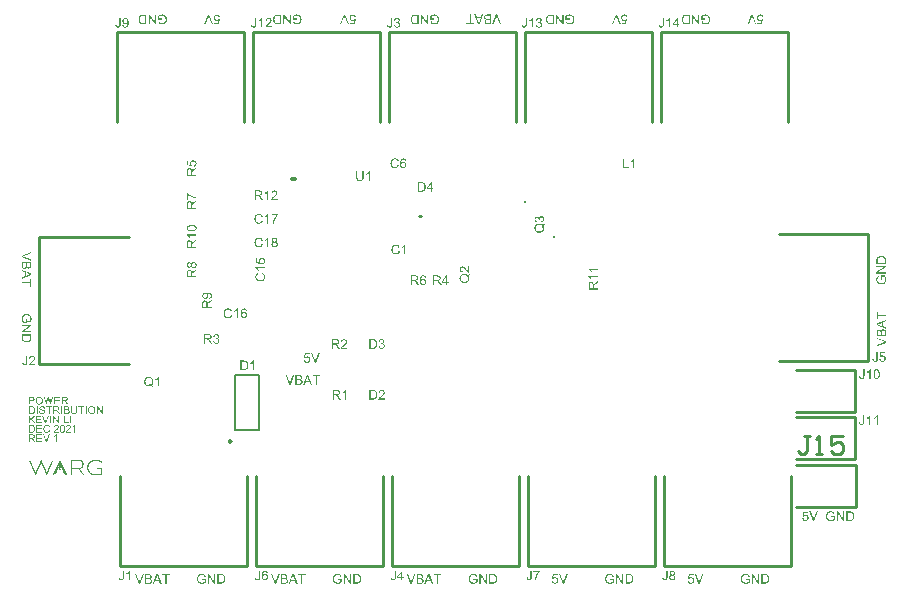
<source format=gto>
G04*
G04 #@! TF.GenerationSoftware,Altium Limited,Altium Designer,21.9.2 (33)*
G04*
G04 Layer_Color=65535*
%FSLAX25Y25*%
%MOIN*%
G70*
G04*
G04 #@! TF.SameCoordinates,F924B2C3-1D75-45BD-9772-218C77F4F8C2*
G04*
G04*
G04 #@! TF.FilePolarity,Positive*
G04*
G01*
G75*
%ADD10C,0.01181*%
%ADD11C,0.00984*%
%ADD12C,0.00591*%
%ADD13C,0.01181*%
%ADD14C,0.01000*%
%ADD15C,0.00787*%
G36*
X14198Y44805D02*
X14187D01*
Y44815D01*
X14198D01*
Y44805D01*
D02*
G37*
G36*
X28549Y44837D02*
X28727D01*
Y44826D01*
X28832D01*
Y44815D01*
X28916D01*
Y44805D01*
X28989D01*
Y44795D01*
X29062D01*
Y44784D01*
X29114D01*
Y44774D01*
X29167D01*
Y44763D01*
X29219D01*
Y44753D01*
X29272D01*
Y44742D01*
X29314D01*
Y44732D01*
X29366D01*
Y44721D01*
X29408D01*
Y44711D01*
X29439D01*
Y44700D01*
X29481D01*
Y44690D01*
X29513D01*
Y44679D01*
X29544D01*
Y44669D01*
X29586D01*
Y44658D01*
X29617D01*
Y44648D01*
X29649D01*
Y44638D01*
X29680D01*
Y44627D01*
X29712D01*
Y44616D01*
X29743D01*
Y44606D01*
X29774D01*
Y44596D01*
X29795D01*
Y44585D01*
X29827D01*
Y44575D01*
X29858D01*
Y44564D01*
X29879D01*
Y44554D01*
X29900D01*
Y44543D01*
X29921D01*
Y44533D01*
X29942D01*
Y44522D01*
X29963D01*
Y44512D01*
X29984D01*
Y44501D01*
X30005D01*
Y44491D01*
X30026D01*
Y44480D01*
X30047D01*
Y44470D01*
X30068D01*
Y44459D01*
X30089D01*
Y44449D01*
X30099D01*
Y44438D01*
X30120D01*
Y44428D01*
X30141D01*
Y44418D01*
X30162D01*
Y44407D01*
X30173D01*
Y44396D01*
X30193D01*
Y44386D01*
X30214D01*
Y44376D01*
X30235D01*
Y44365D01*
X30246D01*
Y44355D01*
X30267D01*
Y44344D01*
X30288D01*
Y44334D01*
X30298D01*
Y44323D01*
X30319D01*
Y44313D01*
X30340D01*
Y44292D01*
X30351D01*
Y44250D01*
X30361D01*
Y44218D01*
X30372D01*
Y44166D01*
X30382D01*
Y44124D01*
X30393D01*
Y44061D01*
X30403D01*
Y43999D01*
X30413D01*
Y43904D01*
X30424D01*
Y43768D01*
X30434D01*
Y43600D01*
X30424D01*
Y43611D01*
X30413D01*
Y43632D01*
X30403D01*
Y43653D01*
X30393D01*
Y43663D01*
X30382D01*
Y43684D01*
X30372D01*
Y43695D01*
X30361D01*
Y43716D01*
X30351D01*
Y43726D01*
X30340D01*
Y43747D01*
X30330D01*
Y43758D01*
X30319D01*
Y43778D01*
X30309D01*
Y43789D01*
X30298D01*
Y43810D01*
X30288D01*
Y43820D01*
X30277D01*
Y43831D01*
X30267D01*
Y43841D01*
X30256D01*
Y43862D01*
X30246D01*
Y43873D01*
X30235D01*
Y43883D01*
X30214D01*
Y43894D01*
X30204D01*
Y43904D01*
X30193D01*
Y43915D01*
X30173D01*
Y43925D01*
X30162D01*
Y43936D01*
X30141D01*
Y43946D01*
X30120D01*
Y43957D01*
X30110D01*
Y43967D01*
X30089D01*
Y43977D01*
X30078D01*
Y43988D01*
X30057D01*
Y43999D01*
X30036D01*
Y44009D01*
X30015D01*
Y44019D01*
X30005D01*
Y44030D01*
X29984D01*
Y44040D01*
X29963D01*
Y44051D01*
X29953D01*
Y44061D01*
X29932D01*
Y44072D01*
X29911D01*
Y44082D01*
X29890D01*
Y44093D01*
X29869D01*
Y44103D01*
X29848D01*
Y44114D01*
X29827D01*
Y44124D01*
X29806D01*
Y44135D01*
X29785D01*
Y44145D01*
X29764D01*
Y44156D01*
X29743D01*
Y44166D01*
X29722D01*
Y44177D01*
X29691D01*
Y44187D01*
X29670D01*
Y44197D01*
X29649D01*
Y44208D01*
X29617D01*
Y44218D01*
X29596D01*
Y44229D01*
X29565D01*
Y44239D01*
X29534D01*
Y44250D01*
X29513D01*
Y44260D01*
X29481D01*
Y44271D01*
X29450D01*
Y44281D01*
X29418D01*
Y44292D01*
X29387D01*
Y44302D01*
X29355D01*
Y44313D01*
X29324D01*
Y44323D01*
X29282D01*
Y44334D01*
X29240D01*
Y44344D01*
X29209D01*
Y44355D01*
X29156D01*
Y44365D01*
X29114D01*
Y44376D01*
X29073D01*
Y44386D01*
X29020D01*
Y44396D01*
X28968D01*
Y44407D01*
X28905D01*
Y44418D01*
X28842D01*
Y44428D01*
X28737D01*
Y44438D01*
X28612D01*
Y44449D01*
X28119D01*
Y44438D01*
X27962D01*
Y44428D01*
X27858D01*
Y44418D01*
X27784D01*
Y44407D01*
X27711D01*
Y44396D01*
X27648D01*
Y44386D01*
X27585D01*
Y44376D01*
X27533D01*
Y44365D01*
X27480D01*
Y44355D01*
X27439D01*
Y44344D01*
X27397D01*
Y44334D01*
X27355D01*
Y44323D01*
X27323D01*
Y44313D01*
X27292D01*
Y44302D01*
X27260D01*
Y44292D01*
X27229D01*
Y44281D01*
X27198D01*
Y44271D01*
X27166D01*
Y44260D01*
X27135D01*
Y44250D01*
X27103D01*
Y44239D01*
X27082D01*
Y44229D01*
X27051D01*
Y44218D01*
X27030D01*
Y44208D01*
X26998D01*
Y44197D01*
X26978D01*
Y44187D01*
X26957D01*
Y44177D01*
X26936D01*
Y44166D01*
X26915D01*
Y44156D01*
X26894D01*
Y44145D01*
X26873D01*
Y44135D01*
X26852D01*
Y44124D01*
X26831D01*
Y44114D01*
X26810D01*
Y44103D01*
X26789D01*
Y44093D01*
X26779D01*
Y44082D01*
X26758D01*
Y44072D01*
X26737D01*
Y44061D01*
X26716D01*
Y44051D01*
X26705D01*
Y44040D01*
X26684D01*
Y44030D01*
X26674D01*
Y44019D01*
X26653D01*
Y44009D01*
X26642D01*
Y43999D01*
X26621D01*
Y43988D01*
X26611D01*
Y43977D01*
X26601D01*
Y43967D01*
X26579D01*
Y43957D01*
X26569D01*
Y43946D01*
X26548D01*
Y43936D01*
X26538D01*
Y43925D01*
X26527D01*
Y43915D01*
X26517D01*
Y43904D01*
X26496D01*
Y43894D01*
X26485D01*
Y43883D01*
X26475D01*
Y43873D01*
X26464D01*
Y43862D01*
X26454D01*
Y43852D01*
X26443D01*
Y43841D01*
X26433D01*
Y43831D01*
X26422D01*
Y43820D01*
X26401D01*
Y43810D01*
X26391D01*
Y43799D01*
X26381D01*
Y43789D01*
X26370D01*
Y43778D01*
X26360D01*
Y43768D01*
X26349D01*
Y43758D01*
X26339D01*
Y43737D01*
X26328D01*
Y43726D01*
X26318D01*
Y43716D01*
X26307D01*
Y43705D01*
X26297D01*
Y43695D01*
X26286D01*
Y43684D01*
X26276D01*
Y43674D01*
X26265D01*
Y43663D01*
X26255D01*
Y43642D01*
X26244D01*
Y43632D01*
X26234D01*
Y43621D01*
X26223D01*
Y43600D01*
X26213D01*
Y43590D01*
X26202D01*
Y43580D01*
X26192D01*
Y43558D01*
X26182D01*
Y43548D01*
X26171D01*
Y43538D01*
X26160D01*
Y43517D01*
X26150D01*
Y43496D01*
X26140D01*
Y43485D01*
X26129D01*
Y43464D01*
X26119D01*
Y43454D01*
X26108D01*
Y43433D01*
X26098D01*
Y43412D01*
X26087D01*
Y43401D01*
X26077D01*
Y43380D01*
X26066D01*
Y43360D01*
X26056D01*
Y43339D01*
X26045D01*
Y43318D01*
X26035D01*
Y43297D01*
X26024D01*
Y43276D01*
X26014D01*
Y43255D01*
X26003D01*
Y43223D01*
X25993D01*
Y43202D01*
X25982D01*
Y43181D01*
X25972D01*
Y43150D01*
X25962D01*
Y43119D01*
X25951D01*
Y43098D01*
X25940D01*
Y43066D01*
X25930D01*
Y43035D01*
X25920D01*
Y42993D01*
X25909D01*
Y42961D01*
X25899D01*
Y42919D01*
X25888D01*
Y42878D01*
X25878D01*
Y42836D01*
X25867D01*
Y42783D01*
X25857D01*
Y42731D01*
X25846D01*
Y42658D01*
X25836D01*
Y42574D01*
X25825D01*
Y42459D01*
X25815D01*
Y42050D01*
X25825D01*
Y41945D01*
X25836D01*
Y41862D01*
X25846D01*
Y41788D01*
X25857D01*
Y41736D01*
X25867D01*
Y41694D01*
X25878D01*
Y41642D01*
X25888D01*
Y41600D01*
X25899D01*
Y41568D01*
X25909D01*
Y41526D01*
X25920D01*
Y41495D01*
X25930D01*
Y41464D01*
X25940D01*
Y41432D01*
X25951D01*
Y41411D01*
X25962D01*
Y41380D01*
X25972D01*
Y41348D01*
X25982D01*
Y41327D01*
X25993D01*
Y41306D01*
X26003D01*
Y41275D01*
X26014D01*
Y41254D01*
X26024D01*
Y41233D01*
X26035D01*
Y41212D01*
X26045D01*
Y41191D01*
X26056D01*
Y41170D01*
X26066D01*
Y41149D01*
X26077D01*
Y41128D01*
X26087D01*
Y41118D01*
X26098D01*
Y41097D01*
X26108D01*
Y41076D01*
X26119D01*
Y41065D01*
X26129D01*
Y41044D01*
X26140D01*
Y41034D01*
X26150D01*
Y41013D01*
X26160D01*
Y40992D01*
X26171D01*
Y40982D01*
X26182D01*
Y40971D01*
X26192D01*
Y40950D01*
X26202D01*
Y40940D01*
X26213D01*
Y40929D01*
X26223D01*
Y40908D01*
X26234D01*
Y40898D01*
X26244D01*
Y40887D01*
X26255D01*
Y40866D01*
X26265D01*
Y40856D01*
X26276D01*
Y40845D01*
X26286D01*
Y40835D01*
X26297D01*
Y40824D01*
X26307D01*
Y40814D01*
X26318D01*
Y40804D01*
X26328D01*
Y40782D01*
X26339D01*
Y40772D01*
X26349D01*
Y40762D01*
X26360D01*
Y40751D01*
X26370D01*
Y40741D01*
X26381D01*
Y40730D01*
X26391D01*
Y40720D01*
X26401D01*
Y40709D01*
X26412D01*
Y40699D01*
X26422D01*
Y40688D01*
X26433D01*
Y40678D01*
X26443D01*
Y40667D01*
X26464D01*
Y40657D01*
X26475D01*
Y40646D01*
X26485D01*
Y40636D01*
X26496D01*
Y40625D01*
X26506D01*
Y40615D01*
X26517D01*
Y40604D01*
X26538D01*
Y40594D01*
X26548D01*
Y40584D01*
X26559D01*
Y40573D01*
X26579D01*
Y40563D01*
X26590D01*
Y40552D01*
X26601D01*
Y40542D01*
X26621D01*
Y40531D01*
X26632D01*
Y40521D01*
X26642D01*
Y40510D01*
X26663D01*
Y40500D01*
X26674D01*
Y40489D01*
X26695D01*
Y40479D01*
X26705D01*
Y40468D01*
X26726D01*
Y40458D01*
X26747D01*
Y40447D01*
X26758D01*
Y40437D01*
X26779D01*
Y40426D01*
X26799D01*
Y40416D01*
X26810D01*
Y40405D01*
X26831D01*
Y40395D01*
X26852D01*
Y40385D01*
X26873D01*
Y40374D01*
X26894D01*
Y40363D01*
X26915D01*
Y40353D01*
X26936D01*
Y40343D01*
X26957D01*
Y40332D01*
X26978D01*
Y40322D01*
X26998D01*
Y40311D01*
X27030D01*
Y40301D01*
X27051D01*
Y40290D01*
X27072D01*
Y40280D01*
X27103D01*
Y40269D01*
X27124D01*
Y40259D01*
X27156D01*
Y40248D01*
X27177D01*
Y40238D01*
X27208D01*
Y40227D01*
X27240D01*
Y40217D01*
X27271D01*
Y40206D01*
X27302D01*
Y40196D01*
X27334D01*
Y40185D01*
X27376D01*
Y40175D01*
X27407D01*
Y40165D01*
X27449D01*
Y40154D01*
X27491D01*
Y40144D01*
X27533D01*
Y40133D01*
X27585D01*
Y40123D01*
X27637D01*
Y40112D01*
X27700D01*
Y40102D01*
X27774D01*
Y40091D01*
X27847D01*
Y40081D01*
X27941D01*
Y40070D01*
X28056D01*
Y40060D01*
X28664D01*
Y40070D01*
X28821D01*
Y40081D01*
X28947D01*
Y40091D01*
X29052D01*
Y40102D01*
X29146D01*
Y40112D01*
X29219D01*
Y40123D01*
X29293D01*
Y40133D01*
X29366D01*
Y40144D01*
X29418D01*
Y40154D01*
X29471D01*
Y40165D01*
X29534D01*
Y40175D01*
X29586D01*
Y40185D01*
X29638D01*
Y40196D01*
X29691D01*
Y40206D01*
X29733D01*
Y40217D01*
X29785D01*
Y40227D01*
X29827D01*
Y40238D01*
X29869D01*
Y40248D01*
X29911D01*
Y40259D01*
X29942D01*
Y40269D01*
X29974D01*
Y40280D01*
X30015D01*
Y40290D01*
X30036D01*
Y40301D01*
X30047D01*
Y40824D01*
Y40835D01*
Y41809D01*
X30036D01*
Y41820D01*
X28277D01*
Y41830D01*
X28308D01*
Y41841D01*
X28339D01*
Y41851D01*
X28371D01*
Y41862D01*
X28402D01*
Y41872D01*
X28423D01*
Y41883D01*
X28444D01*
Y41893D01*
X28455D01*
Y41903D01*
X28475D01*
Y41914D01*
X28486D01*
Y41924D01*
X28497D01*
Y41935D01*
X28517D01*
Y41945D01*
X28528D01*
Y41956D01*
X28538D01*
Y41966D01*
X28549D01*
Y41977D01*
X28559D01*
Y41987D01*
X28570D01*
Y41998D01*
X28580D01*
Y42019D01*
X28591D01*
Y42029D01*
X28601D01*
Y42040D01*
X28612D01*
Y42061D01*
X28622D01*
Y42071D01*
X28633D01*
Y42092D01*
X28643D01*
Y42113D01*
X28654D01*
Y42134D01*
X28664D01*
Y42165D01*
X28675D01*
Y42186D01*
X28685D01*
Y42218D01*
X28695D01*
Y42228D01*
X29125D01*
Y42239D01*
X30445D01*
Y40039D01*
X30424D01*
Y40028D01*
X30403D01*
Y40018D01*
X30372D01*
Y40007D01*
X30340D01*
Y39997D01*
X30309D01*
Y39986D01*
X30288D01*
Y39976D01*
X30256D01*
Y39966D01*
X30225D01*
Y39955D01*
X30193D01*
Y39944D01*
X30162D01*
Y39934D01*
X30131D01*
Y39924D01*
X30099D01*
Y39913D01*
X30068D01*
Y39903D01*
X30036D01*
Y39892D01*
X30005D01*
Y39882D01*
X29974D01*
Y39871D01*
X29932D01*
Y39861D01*
X29900D01*
Y39850D01*
X29858D01*
Y39840D01*
X29816D01*
Y39829D01*
X29774D01*
Y39819D01*
X29743D01*
Y39808D01*
X29701D01*
Y39798D01*
X29649D01*
Y39787D01*
X29607D01*
Y39777D01*
X29555D01*
Y39766D01*
X29502D01*
Y39756D01*
X29460D01*
Y39746D01*
X29397D01*
Y39735D01*
X29335D01*
Y39724D01*
X29272D01*
Y39714D01*
X29198D01*
Y39704D01*
X29125D01*
Y39693D01*
X29020D01*
Y39683D01*
X28916D01*
Y39672D01*
X28779D01*
Y39662D01*
X28559D01*
Y39651D01*
X28130D01*
Y39662D01*
X27962D01*
Y39672D01*
X27858D01*
Y39683D01*
X27763D01*
Y39693D01*
X27690D01*
Y39704D01*
X27617D01*
Y39714D01*
X27554D01*
Y39724D01*
X27501D01*
Y39735D01*
X27449D01*
Y39746D01*
X27407D01*
Y39756D01*
X27355D01*
Y39766D01*
X27313D01*
Y39777D01*
X27271D01*
Y39787D01*
X27240D01*
Y39798D01*
X27198D01*
Y39808D01*
X27156D01*
Y39819D01*
X27124D01*
Y39829D01*
X27093D01*
Y39840D01*
X27051D01*
Y39850D01*
X27030D01*
Y39861D01*
X26998D01*
Y39871D01*
X26967D01*
Y39882D01*
X26946D01*
Y39892D01*
X26915D01*
Y39903D01*
X26883D01*
Y39913D01*
X26862D01*
Y39924D01*
X26841D01*
Y39934D01*
X26810D01*
Y39944D01*
X26789D01*
Y39955D01*
X26768D01*
Y39966D01*
X26747D01*
Y39976D01*
X26726D01*
Y39986D01*
X26705D01*
Y39997D01*
X26684D01*
Y40007D01*
X26663D01*
Y40018D01*
X26642D01*
Y40028D01*
X26621D01*
Y40039D01*
X26601D01*
Y40049D01*
X26579D01*
Y40060D01*
X26569D01*
Y40070D01*
X26548D01*
Y40081D01*
X26527D01*
Y40091D01*
X26517D01*
Y40102D01*
X26496D01*
Y40112D01*
X26475D01*
Y40123D01*
X26464D01*
Y40133D01*
X26443D01*
Y40144D01*
X26433D01*
Y40154D01*
X26412D01*
Y40165D01*
X26401D01*
Y40175D01*
X26381D01*
Y40185D01*
X26370D01*
Y40196D01*
X26360D01*
Y40206D01*
X26339D01*
Y40217D01*
X26328D01*
Y40227D01*
X26307D01*
Y40238D01*
X26297D01*
Y40248D01*
X26286D01*
Y40259D01*
X26276D01*
Y40269D01*
X26255D01*
Y40280D01*
X26244D01*
Y40290D01*
X26234D01*
Y40301D01*
X26223D01*
Y40311D01*
X26213D01*
Y40322D01*
X26192D01*
Y40332D01*
X26182D01*
Y40343D01*
X26171D01*
Y40353D01*
X26160D01*
Y40363D01*
X26150D01*
Y40374D01*
X26140D01*
Y40385D01*
X26129D01*
Y40395D01*
X26119D01*
Y40405D01*
X26108D01*
Y40416D01*
X26098D01*
Y40426D01*
X26087D01*
Y40437D01*
X26077D01*
Y40447D01*
X26066D01*
Y40458D01*
X26056D01*
Y40468D01*
X26045D01*
Y40479D01*
X26035D01*
Y40489D01*
X26024D01*
Y40500D01*
X26014D01*
Y40510D01*
X26003D01*
Y40521D01*
X25993D01*
Y40531D01*
X25982D01*
Y40542D01*
X25972D01*
Y40552D01*
X25962D01*
Y40573D01*
X25951D01*
Y40584D01*
X25940D01*
Y40594D01*
X25930D01*
Y40604D01*
X25920D01*
Y40625D01*
X25909D01*
Y40636D01*
X25899D01*
Y40646D01*
X25888D01*
Y40657D01*
X25878D01*
Y40678D01*
X25867D01*
Y40688D01*
X25857D01*
Y40709D01*
X25846D01*
Y40720D01*
X25836D01*
Y40730D01*
X25825D01*
Y40751D01*
X25815D01*
Y40762D01*
X25804D01*
Y40782D01*
X25794D01*
Y40793D01*
X25783D01*
Y40814D01*
X25773D01*
Y40835D01*
X25763D01*
Y40845D01*
X25752D01*
Y40866D01*
X25741D01*
Y40877D01*
X25731D01*
Y40898D01*
X25721D01*
Y40919D01*
X25710D01*
Y40940D01*
X25700D01*
Y40961D01*
X25689D01*
Y40971D01*
X25679D01*
Y40992D01*
X25668D01*
Y41013D01*
X25658D01*
Y41044D01*
X25647D01*
Y41065D01*
X25637D01*
Y41086D01*
X25626D01*
Y41107D01*
X25616D01*
Y41128D01*
X25605D01*
Y41149D01*
X25595D01*
Y41181D01*
X25584D01*
Y41202D01*
X25574D01*
Y41233D01*
X25563D01*
Y41254D01*
X25553D01*
Y41285D01*
X25543D01*
Y41317D01*
X25532D01*
Y41348D01*
X25521D01*
Y41380D01*
X25511D01*
Y41422D01*
X25501D01*
Y41464D01*
X25490D01*
Y41495D01*
X25480D01*
Y41547D01*
X25469D01*
Y41589D01*
X25459D01*
Y41642D01*
X25448D01*
Y41704D01*
X25438D01*
Y41767D01*
X25427D01*
Y41851D01*
X25417D01*
Y41945D01*
X25406D01*
Y42134D01*
X25396D01*
Y42333D01*
X25406D01*
Y42532D01*
X25417D01*
Y42647D01*
X25427D01*
Y42720D01*
X25438D01*
Y42783D01*
X25448D01*
Y42846D01*
X25459D01*
Y42899D01*
X25469D01*
Y42941D01*
X25480D01*
Y42982D01*
X25490D01*
Y43024D01*
X25501D01*
Y43066D01*
X25511D01*
Y43098D01*
X25521D01*
Y43129D01*
X25532D01*
Y43160D01*
X25543D01*
Y43192D01*
X25553D01*
Y43223D01*
X25563D01*
Y43255D01*
X25574D01*
Y43276D01*
X25584D01*
Y43307D01*
X25595D01*
Y43328D01*
X25605D01*
Y43360D01*
X25616D01*
Y43380D01*
X25626D01*
Y43401D01*
X25637D01*
Y43422D01*
X25647D01*
Y43454D01*
X25658D01*
Y43475D01*
X25668D01*
Y43496D01*
X25679D01*
Y43517D01*
X25689D01*
Y43538D01*
X25700D01*
Y43558D01*
X25710D01*
Y43569D01*
X25721D01*
Y43590D01*
X25731D01*
Y43611D01*
X25741D01*
Y43621D01*
X25752D01*
Y43642D01*
X25763D01*
Y43663D01*
X25773D01*
Y43674D01*
X25783D01*
Y43695D01*
X25794D01*
Y43716D01*
X25804D01*
Y43726D01*
X25815D01*
Y43737D01*
X25825D01*
Y43758D01*
X25836D01*
Y43768D01*
X25846D01*
Y43789D01*
X25857D01*
Y43799D01*
X25867D01*
Y43820D01*
X25878D01*
Y43831D01*
X25888D01*
Y43841D01*
X25899D01*
Y43862D01*
X25909D01*
Y43873D01*
X25920D01*
Y43883D01*
X25930D01*
Y43894D01*
X25940D01*
Y43904D01*
X25951D01*
Y43925D01*
X25962D01*
Y43936D01*
X25972D01*
Y43946D01*
X25982D01*
Y43957D01*
X25993D01*
Y43967D01*
X26003D01*
Y43977D01*
X26014D01*
Y43988D01*
X26024D01*
Y43999D01*
X26035D01*
Y44019D01*
X26045D01*
Y44030D01*
X26056D01*
Y44040D01*
X26066D01*
Y44051D01*
X26077D01*
Y44061D01*
X26087D01*
Y44072D01*
X26098D01*
Y44082D01*
X26108D01*
Y44093D01*
X26119D01*
Y44103D01*
X26129D01*
Y44114D01*
X26150D01*
Y44124D01*
X26160D01*
Y44135D01*
X26171D01*
Y44145D01*
X26182D01*
Y44156D01*
X26192D01*
Y44166D01*
X26202D01*
Y44177D01*
X26213D01*
Y44187D01*
X26234D01*
Y44197D01*
X26244D01*
Y44208D01*
X26255D01*
Y44218D01*
X26265D01*
Y44229D01*
X26286D01*
Y44239D01*
X26297D01*
Y44250D01*
X26307D01*
Y44260D01*
X26328D01*
Y44271D01*
X26339D01*
Y44281D01*
X26349D01*
Y44292D01*
X26360D01*
Y44302D01*
X26381D01*
Y44313D01*
X26391D01*
Y44323D01*
X26412D01*
Y44334D01*
X26422D01*
Y44344D01*
X26443D01*
Y44355D01*
X26454D01*
Y44365D01*
X26475D01*
Y44376D01*
X26485D01*
Y44386D01*
X26506D01*
Y44396D01*
X26527D01*
Y44407D01*
X26538D01*
Y44418D01*
X26559D01*
Y44428D01*
X26579D01*
Y44438D01*
X26601D01*
Y44449D01*
X26611D01*
Y44459D01*
X26632D01*
Y44470D01*
X26653D01*
Y44480D01*
X26674D01*
Y44491D01*
X26695D01*
Y44501D01*
X26716D01*
Y44512D01*
X26737D01*
Y44522D01*
X26758D01*
Y44533D01*
X26779D01*
Y44543D01*
X26799D01*
Y44554D01*
X26831D01*
Y44564D01*
X26852D01*
Y44575D01*
X26873D01*
Y44585D01*
X26904D01*
Y44596D01*
X26925D01*
Y44606D01*
X26957D01*
Y44616D01*
X26988D01*
Y44627D01*
X27009D01*
Y44638D01*
X27040D01*
Y44648D01*
X27072D01*
Y44658D01*
X27103D01*
Y44669D01*
X27135D01*
Y44679D01*
X27177D01*
Y44690D01*
X27208D01*
Y44700D01*
X27240D01*
Y44711D01*
X27281D01*
Y44721D01*
X27313D01*
Y44732D01*
X27365D01*
Y44742D01*
X27407D01*
Y44753D01*
X27459D01*
Y44763D01*
X27512D01*
Y44774D01*
X27554D01*
Y44784D01*
X27617D01*
Y44795D01*
X27679D01*
Y44805D01*
X27763D01*
Y44815D01*
X27858D01*
Y44826D01*
X27962D01*
Y44837D01*
X28130D01*
Y44847D01*
X28549D01*
Y44837D01*
D02*
G37*
G36*
X15853Y41547D02*
X15842D01*
Y41558D01*
X15853D01*
Y41547D01*
D02*
G37*
G36*
X15842Y41537D02*
X15832D01*
Y41547D01*
X15842D01*
Y41537D01*
D02*
G37*
G36*
X10081Y44826D02*
X10091D01*
Y44805D01*
X10102D01*
Y44784D01*
X10112D01*
Y44763D01*
X10123D01*
Y44732D01*
X10133D01*
Y44711D01*
X10144D01*
Y44690D01*
X10154D01*
Y44669D01*
X10165D01*
Y44648D01*
X10175D01*
Y44616D01*
X10186D01*
Y44596D01*
X10196D01*
Y44575D01*
X10207D01*
Y44554D01*
X10217D01*
Y44533D01*
X10228D01*
Y44501D01*
X10238D01*
Y44480D01*
X10249D01*
Y44459D01*
X10259D01*
Y44438D01*
X10270D01*
Y44407D01*
X10280D01*
Y44386D01*
X10290D01*
Y44365D01*
X10301D01*
Y44344D01*
X10311D01*
Y44323D01*
X10322D01*
Y44292D01*
X10332D01*
Y44271D01*
X10343D01*
Y44250D01*
X10353D01*
Y44229D01*
X10364D01*
Y44208D01*
X10374D01*
Y44177D01*
X10385D01*
Y44156D01*
X10395D01*
Y44135D01*
X10406D01*
Y44114D01*
X10416D01*
Y44082D01*
X10427D01*
Y44061D01*
X10437D01*
Y44040D01*
X10448D01*
Y44019D01*
X10458D01*
Y43999D01*
X10469D01*
Y43967D01*
X10479D01*
Y43946D01*
X10490D01*
Y43925D01*
X10500D01*
Y43904D01*
X10510D01*
Y43873D01*
X10521D01*
Y43852D01*
X10531D01*
Y43831D01*
X10542D01*
Y43810D01*
X10552D01*
Y43789D01*
X10563D01*
Y43758D01*
X10573D01*
Y43737D01*
X10584D01*
Y43716D01*
X10594D01*
Y43695D01*
X10605D01*
Y43674D01*
X10615D01*
Y43642D01*
X10626D01*
Y43621D01*
X10636D01*
Y43600D01*
X10647D01*
Y43580D01*
X10657D01*
Y43548D01*
X10668D01*
Y43527D01*
X10678D01*
Y43506D01*
X10689D01*
Y43485D01*
X10699D01*
Y43464D01*
X10710D01*
Y43433D01*
X10720D01*
Y43412D01*
X10730D01*
Y43391D01*
X10741D01*
Y43370D01*
X10751D01*
Y43349D01*
X10762D01*
Y43318D01*
X10772D01*
Y43297D01*
X10783D01*
Y43276D01*
X10793D01*
Y43255D01*
X10804D01*
Y43223D01*
X10814D01*
Y43202D01*
X10825D01*
Y43181D01*
X10835D01*
Y43160D01*
X10846D01*
Y43139D01*
X10856D01*
Y43108D01*
X10867D01*
Y43087D01*
X10877D01*
Y43066D01*
X10888D01*
Y43045D01*
X10898D01*
Y43014D01*
X10909D01*
Y42993D01*
X10919D01*
Y42972D01*
X10930D01*
Y42951D01*
X10940D01*
Y42930D01*
X10950D01*
Y42899D01*
X10961D01*
Y42878D01*
X10971D01*
Y42857D01*
X10982D01*
Y42836D01*
X10992D01*
Y42815D01*
X11003D01*
Y42783D01*
X11013D01*
Y42762D01*
X11024D01*
Y42741D01*
X11034D01*
Y42720D01*
X11045D01*
Y42689D01*
X11055D01*
Y42668D01*
X11066D01*
Y42647D01*
X11076D01*
Y42626D01*
X11087D01*
Y42605D01*
X11097D01*
Y42574D01*
X11108D01*
Y42553D01*
X11118D01*
Y42532D01*
X11129D01*
Y42511D01*
X11139D01*
Y42490D01*
X11150D01*
Y42459D01*
X11160D01*
Y42438D01*
X11170D01*
Y42417D01*
X11181D01*
Y42396D01*
X11191D01*
Y42364D01*
X11202D01*
Y42343D01*
X11212D01*
Y42322D01*
X11223D01*
Y42301D01*
X11233D01*
Y42281D01*
X11244D01*
Y42249D01*
X11254D01*
Y42228D01*
X11265D01*
Y42207D01*
X11275D01*
Y42186D01*
X11286D01*
Y42155D01*
X11296D01*
Y42134D01*
X11307D01*
Y42113D01*
X11317D01*
Y42092D01*
X11327D01*
Y42071D01*
X11338D01*
Y42040D01*
X11349D01*
Y42019D01*
X11359D01*
Y41998D01*
X11369D01*
Y41977D01*
X11380D01*
Y41956D01*
X11390D01*
Y41924D01*
X11401D01*
Y41903D01*
X11411D01*
Y41883D01*
X11422D01*
Y41862D01*
X11432D01*
Y41830D01*
X11443D01*
Y41809D01*
X11453D01*
Y41788D01*
X11464D01*
Y41767D01*
X11474D01*
Y41746D01*
X11485D01*
Y41715D01*
X11495D01*
Y41694D01*
X11506D01*
Y41673D01*
X11516D01*
Y41652D01*
X11527D01*
Y41631D01*
X11537D01*
Y41600D01*
X11547D01*
Y41579D01*
X11558D01*
Y41558D01*
X11569D01*
Y41537D01*
X11579D01*
Y41505D01*
X11589D01*
Y41484D01*
X11600D01*
Y41464D01*
X11610D01*
Y41442D01*
X11621D01*
Y41422D01*
X11631D01*
Y41390D01*
X11642D01*
Y41369D01*
X11652D01*
Y41348D01*
X11663D01*
Y41327D01*
X11673D01*
Y41296D01*
X11684D01*
Y41275D01*
X11694D01*
Y41254D01*
X11705D01*
Y41233D01*
X11715D01*
Y41212D01*
X11726D01*
Y41181D01*
X11736D01*
Y41160D01*
X11746D01*
Y41139D01*
X11757D01*
Y41118D01*
X11767D01*
Y41097D01*
X11778D01*
Y41065D01*
X11788D01*
Y41044D01*
X11799D01*
Y41023D01*
X11809D01*
Y41003D01*
X11820D01*
Y40971D01*
X11830D01*
Y40950D01*
X11841D01*
Y40929D01*
X11851D01*
Y40908D01*
X11862D01*
Y40887D01*
X11872D01*
Y40856D01*
X11883D01*
Y40835D01*
X11893D01*
Y40814D01*
X11904D01*
Y40793D01*
X11914D01*
Y40772D01*
X11925D01*
Y40741D01*
X11935D01*
Y40751D01*
X11946D01*
Y40782D01*
X11956D01*
Y40804D01*
X11966D01*
Y40824D01*
X11977D01*
Y40845D01*
X11987D01*
Y40877D01*
X11998D01*
Y40898D01*
X12008D01*
Y40919D01*
X12019D01*
Y40940D01*
X12029D01*
Y40961D01*
X12040D01*
Y40992D01*
X12050D01*
Y41013D01*
X12061D01*
Y41034D01*
X12071D01*
Y41055D01*
X12082D01*
Y41076D01*
X12092D01*
Y41107D01*
X12103D01*
Y41128D01*
X12113D01*
Y41149D01*
X12124D01*
Y41170D01*
X12134D01*
Y41202D01*
X12145D01*
Y41223D01*
X12155D01*
Y41243D01*
X12166D01*
Y41264D01*
X12176D01*
Y41285D01*
X12186D01*
Y41317D01*
X12197D01*
Y41338D01*
X12207D01*
Y41359D01*
X12218D01*
Y41380D01*
X12228D01*
Y41411D01*
X12239D01*
Y41432D01*
X12249D01*
Y41453D01*
X12260D01*
Y41474D01*
X12270D01*
Y41495D01*
X12281D01*
Y41526D01*
X12291D01*
Y41547D01*
X12302D01*
Y41568D01*
X12312D01*
Y41589D01*
X12323D01*
Y41610D01*
X12333D01*
Y41642D01*
X12344D01*
Y41662D01*
X12354D01*
Y41683D01*
X12365D01*
Y41704D01*
X12375D01*
Y41736D01*
X12386D01*
Y41757D01*
X12396D01*
Y41778D01*
X12406D01*
Y41799D01*
X12417D01*
Y41820D01*
X12427D01*
Y41851D01*
X12438D01*
Y41872D01*
X12448D01*
Y41893D01*
X12459D01*
Y41914D01*
X12469D01*
Y41945D01*
X12480D01*
Y41966D01*
X12490D01*
Y41987D01*
X12501D01*
Y42008D01*
X12511D01*
Y42029D01*
X12522D01*
Y42061D01*
X12532D01*
Y42081D01*
X12543D01*
Y42102D01*
X12553D01*
Y42123D01*
X12564D01*
Y42144D01*
X12574D01*
Y42176D01*
X12585D01*
Y42197D01*
X12595D01*
Y42218D01*
X12606D01*
Y42239D01*
X12616D01*
Y42270D01*
X12627D01*
Y42291D01*
X12637D01*
Y42312D01*
X12647D01*
Y42333D01*
X12658D01*
Y42354D01*
X12668D01*
Y42385D01*
X12679D01*
Y42406D01*
X12689D01*
Y42427D01*
X12700D01*
Y42448D01*
X12710D01*
Y42480D01*
X12721D01*
Y42500D01*
X12731D01*
Y42521D01*
X12742D01*
Y42542D01*
X12752D01*
Y42563D01*
X12763D01*
Y42595D01*
X12773D01*
Y42616D01*
X12784D01*
Y42637D01*
X12794D01*
Y42658D01*
X12804D01*
Y42679D01*
X12815D01*
Y42710D01*
X12825D01*
Y42731D01*
X12836D01*
Y42752D01*
X12846D01*
Y42773D01*
X12857D01*
Y42804D01*
X12867D01*
Y42825D01*
X12878D01*
Y42846D01*
X12888D01*
Y42867D01*
X12899D01*
Y42888D01*
X12909D01*
Y42919D01*
X12920D01*
Y42941D01*
X12930D01*
Y42961D01*
X12941D01*
Y42982D01*
X12951D01*
Y43003D01*
X12962D01*
Y43035D01*
X12972D01*
Y43056D01*
X12983D01*
Y43077D01*
X12993D01*
Y43098D01*
X13004D01*
Y43129D01*
X13014D01*
Y43150D01*
X13025D01*
Y43171D01*
X13035D01*
Y43192D01*
X13046D01*
Y43213D01*
X13056D01*
Y43244D01*
X13066D01*
Y43265D01*
X13077D01*
Y43286D01*
X13087D01*
Y43307D01*
X13098D01*
Y43339D01*
X13108D01*
Y43360D01*
X13119D01*
Y43380D01*
X13129D01*
Y43401D01*
X13140D01*
Y43422D01*
X13150D01*
Y43454D01*
X13161D01*
Y43475D01*
X13171D01*
Y43496D01*
X13182D01*
Y43517D01*
X13192D01*
Y43538D01*
X13203D01*
Y43569D01*
X13213D01*
Y43590D01*
X13224D01*
Y43611D01*
X13234D01*
Y43632D01*
X13244D01*
Y43663D01*
X13255D01*
Y43684D01*
X13265D01*
Y43705D01*
X13276D01*
Y43726D01*
X13286D01*
Y43747D01*
X13297D01*
Y43778D01*
X13307D01*
Y43799D01*
X13318D01*
Y43820D01*
X13328D01*
Y43841D01*
X13339D01*
Y43862D01*
X13349D01*
Y43894D01*
X13360D01*
Y43915D01*
X13370D01*
Y43936D01*
X13381D01*
Y43957D01*
X13391D01*
Y43988D01*
X13402D01*
Y44009D01*
X13412D01*
Y44030D01*
X13423D01*
Y44051D01*
X13433D01*
Y44072D01*
X13443D01*
Y44103D01*
X13454D01*
Y44124D01*
X13465D01*
Y44145D01*
X13475D01*
Y44166D01*
X13485D01*
Y44187D01*
X13496D01*
Y44218D01*
X13506D01*
Y44239D01*
X13517D01*
Y44260D01*
X13527D01*
Y44281D01*
X13538D01*
Y44313D01*
X13548D01*
Y44334D01*
X13559D01*
Y44355D01*
X13569D01*
Y44376D01*
X13622D01*
Y44365D01*
X13716D01*
Y44376D01*
X13758D01*
Y44386D01*
X13779D01*
Y44396D01*
X13800D01*
Y44407D01*
X13821D01*
Y44418D01*
X13831D01*
Y44428D01*
X13852D01*
Y44438D01*
X13862D01*
Y44449D01*
X13873D01*
Y44459D01*
X13894D01*
Y44470D01*
X13904D01*
Y44480D01*
X13915D01*
Y44491D01*
X13925D01*
Y44501D01*
X13936D01*
Y44512D01*
X13946D01*
Y44522D01*
X13957D01*
Y44533D01*
X13967D01*
Y44543D01*
X13978D01*
Y44554D01*
X13988D01*
Y44564D01*
X13999D01*
Y44575D01*
X14009D01*
Y44585D01*
X14020D01*
Y44596D01*
X14030D01*
Y44606D01*
X14041D01*
Y44616D01*
X14051D01*
Y44638D01*
X14062D01*
Y44648D01*
X14072D01*
Y44658D01*
X14083D01*
Y44669D01*
X14093D01*
Y44690D01*
X14104D01*
Y44700D01*
X14114D01*
Y44711D01*
X14124D01*
Y44732D01*
X14135D01*
Y44742D01*
X14145D01*
Y44763D01*
X14156D01*
Y44774D01*
X14166D01*
Y44795D01*
X14177D01*
Y44805D01*
X14187D01*
Y44774D01*
X14177D01*
Y44753D01*
X14166D01*
Y44732D01*
X14156D01*
Y44711D01*
X14145D01*
Y44679D01*
X14135D01*
Y44658D01*
X14124D01*
Y44638D01*
X14114D01*
Y44616D01*
X14104D01*
Y44585D01*
X14093D01*
Y44564D01*
X14083D01*
Y44543D01*
X14072D01*
Y44512D01*
X14062D01*
Y44491D01*
X14051D01*
Y44470D01*
X14041D01*
Y44449D01*
X14030D01*
Y44418D01*
X14020D01*
Y44396D01*
X14009D01*
Y44376D01*
X13999D01*
Y44344D01*
X13988D01*
Y44323D01*
X13978D01*
Y44302D01*
X13967D01*
Y44281D01*
X13957D01*
Y44250D01*
X13946D01*
Y44229D01*
X13936D01*
Y44208D01*
X13925D01*
Y44177D01*
X13915D01*
Y44156D01*
X13904D01*
Y44135D01*
X13894D01*
Y44114D01*
X13883D01*
Y44082D01*
X13873D01*
Y44061D01*
X13862D01*
Y44040D01*
X13852D01*
Y44019D01*
X13842D01*
Y43988D01*
X13831D01*
Y43967D01*
X13821D01*
Y43946D01*
X13810D01*
Y43915D01*
X13800D01*
Y43894D01*
X13789D01*
Y43873D01*
X13779D01*
Y43852D01*
X13768D01*
Y43820D01*
X13758D01*
Y43799D01*
X13747D01*
Y43778D01*
X13737D01*
Y43747D01*
X13726D01*
Y43726D01*
X13716D01*
Y43705D01*
X13705D01*
Y43684D01*
X13695D01*
Y43653D01*
X13684D01*
Y43632D01*
X13674D01*
Y43611D01*
X13664D01*
Y43590D01*
X13653D01*
Y43558D01*
X13643D01*
Y43538D01*
X13632D01*
Y43517D01*
X13622D01*
Y43485D01*
X13611D01*
Y43464D01*
X13601D01*
Y43443D01*
X13590D01*
Y43422D01*
X13580D01*
Y43391D01*
X13569D01*
Y43370D01*
X13559D01*
Y43349D01*
X13548D01*
Y43318D01*
X13538D01*
Y43297D01*
X13527D01*
Y43276D01*
X13517D01*
Y43255D01*
X13506D01*
Y43223D01*
X13496D01*
Y43202D01*
X13485D01*
Y43181D01*
X13475D01*
Y43150D01*
X13465D01*
Y43129D01*
X13454D01*
Y43108D01*
X13443D01*
Y43087D01*
X13433D01*
Y43056D01*
X13423D01*
Y43035D01*
X13412D01*
Y43014D01*
X13402D01*
Y42993D01*
X13391D01*
Y42961D01*
X13381D01*
Y42941D01*
X13370D01*
Y42919D01*
X13360D01*
Y42888D01*
X13349D01*
Y42867D01*
X13339D01*
Y42846D01*
X13328D01*
Y42825D01*
X13318D01*
Y42794D01*
X13307D01*
Y42773D01*
X13297D01*
Y42752D01*
X13286D01*
Y42720D01*
X13276D01*
Y42700D01*
X13265D01*
Y42679D01*
X13255D01*
Y42658D01*
X13244D01*
Y42626D01*
X13234D01*
Y42605D01*
X13224D01*
Y42584D01*
X13213D01*
Y42553D01*
X13203D01*
Y42532D01*
X13192D01*
Y42511D01*
X13182D01*
Y42490D01*
X13171D01*
Y42459D01*
X13161D01*
Y42438D01*
X13150D01*
Y42417D01*
X13140D01*
Y42396D01*
X13129D01*
Y42364D01*
X13119D01*
Y42343D01*
X13108D01*
Y42322D01*
X13098D01*
Y42291D01*
X13087D01*
Y42270D01*
X13077D01*
Y42249D01*
X13066D01*
Y42228D01*
X13056D01*
Y42197D01*
X13046D01*
Y42176D01*
X13035D01*
Y42155D01*
X13025D01*
Y42123D01*
X13014D01*
Y42102D01*
X13004D01*
Y42081D01*
X12993D01*
Y42061D01*
X12983D01*
Y42029D01*
X12972D01*
Y42008D01*
X12962D01*
Y41987D01*
X12951D01*
Y41966D01*
X12941D01*
Y41935D01*
X12930D01*
Y41914D01*
X12920D01*
Y41893D01*
X12909D01*
Y41862D01*
X12899D01*
Y41841D01*
X12888D01*
Y41820D01*
X12878D01*
Y41799D01*
X12867D01*
Y41767D01*
X12857D01*
Y41746D01*
X12846D01*
Y41725D01*
X12836D01*
Y41694D01*
X12825D01*
Y41673D01*
X12815D01*
Y41652D01*
X12804D01*
Y41631D01*
X12794D01*
Y41600D01*
X12784D01*
Y41579D01*
X12773D01*
Y41558D01*
X12763D01*
Y41526D01*
X12752D01*
Y41505D01*
X12742D01*
Y41484D01*
X12731D01*
Y41464D01*
X12721D01*
Y41432D01*
X12710D01*
Y41411D01*
X12700D01*
Y41390D01*
X12689D01*
Y41369D01*
X12679D01*
Y41338D01*
X12668D01*
Y41317D01*
X12658D01*
Y41296D01*
X12647D01*
Y41264D01*
X12637D01*
Y41243D01*
X12627D01*
Y41223D01*
X12616D01*
Y41202D01*
X12606D01*
Y41170D01*
X12595D01*
Y41149D01*
X12585D01*
Y41128D01*
X12574D01*
Y41097D01*
X12564D01*
Y41076D01*
X12553D01*
Y41055D01*
X12543D01*
Y41034D01*
X12532D01*
Y41003D01*
X12522D01*
Y40982D01*
X12511D01*
Y40961D01*
X12501D01*
Y40940D01*
X12490D01*
Y40908D01*
X12480D01*
Y40887D01*
X12469D01*
Y40866D01*
X12459D01*
Y40835D01*
X12448D01*
Y40814D01*
X12438D01*
Y40793D01*
X12427D01*
Y40772D01*
X12417D01*
Y40741D01*
X12406D01*
Y40720D01*
X12396D01*
Y40699D01*
X12386D01*
Y40667D01*
X12375D01*
Y40646D01*
X12365D01*
Y40625D01*
X12354D01*
Y40604D01*
X12344D01*
Y40573D01*
X12333D01*
Y40552D01*
X12323D01*
Y40531D01*
X12312D01*
Y40500D01*
X12302D01*
Y40479D01*
X12291D01*
Y40458D01*
X12281D01*
Y40437D01*
X12270D01*
Y40405D01*
X12260D01*
Y40385D01*
X12249D01*
Y40363D01*
X12239D01*
Y40343D01*
X12228D01*
Y40311D01*
X12218D01*
Y40290D01*
X12207D01*
Y40269D01*
X12197D01*
Y40238D01*
X12186D01*
Y40217D01*
X12176D01*
Y40196D01*
X12166D01*
Y40175D01*
X12155D01*
Y40144D01*
X12145D01*
Y40123D01*
X12134D01*
Y40102D01*
X12124D01*
Y40070D01*
X12113D01*
Y40049D01*
X12103D01*
Y40028D01*
X12092D01*
Y40007D01*
X12082D01*
Y39976D01*
X12071D01*
Y39955D01*
X12061D01*
Y39934D01*
X12050D01*
Y39913D01*
X12040D01*
Y39882D01*
X12029D01*
Y39861D01*
X12019D01*
Y39840D01*
X12008D01*
Y39808D01*
X11998D01*
Y39787D01*
X11987D01*
Y39766D01*
X11977D01*
Y39746D01*
X11966D01*
Y39714D01*
X11956D01*
Y39693D01*
X11946D01*
Y39672D01*
X11935D01*
Y39662D01*
X11925D01*
Y39683D01*
X11914D01*
Y39704D01*
X11904D01*
Y39724D01*
X11893D01*
Y39746D01*
X11883D01*
Y39766D01*
X11872D01*
Y39798D01*
X11862D01*
Y39819D01*
X11851D01*
Y39840D01*
X11841D01*
Y39861D01*
X11830D01*
Y39882D01*
X11820D01*
Y39903D01*
X11809D01*
Y39934D01*
X11799D01*
Y39955D01*
X11788D01*
Y39976D01*
X11778D01*
Y39997D01*
X11767D01*
Y40018D01*
X11757D01*
Y40039D01*
X11746D01*
Y40060D01*
X11736D01*
Y40091D01*
X11726D01*
Y40112D01*
X11715D01*
Y40133D01*
X11705D01*
Y40154D01*
X11694D01*
Y40175D01*
X11684D01*
Y40196D01*
X11673D01*
Y40227D01*
X11663D01*
Y40248D01*
X11652D01*
Y40269D01*
X11642D01*
Y40290D01*
X11631D01*
Y40311D01*
X11621D01*
Y40332D01*
X11610D01*
Y40363D01*
X11600D01*
Y40385D01*
X11589D01*
Y40405D01*
X11579D01*
Y40426D01*
X11569D01*
Y40447D01*
X11558D01*
Y40468D01*
X11547D01*
Y40500D01*
X11537D01*
Y40521D01*
X11527D01*
Y40542D01*
X11516D01*
Y40563D01*
X11506D01*
Y40584D01*
X11495D01*
Y40604D01*
X11485D01*
Y40636D01*
X11474D01*
Y40657D01*
X11464D01*
Y40678D01*
X11453D01*
Y40699D01*
X11443D01*
Y40720D01*
X11432D01*
Y40741D01*
X11422D01*
Y40772D01*
X11411D01*
Y40793D01*
X11401D01*
Y40814D01*
X11390D01*
Y40835D01*
X11380D01*
Y40856D01*
X11369D01*
Y40877D01*
X11359D01*
Y40908D01*
X11349D01*
Y40929D01*
X11338D01*
Y40950D01*
X11327D01*
Y40971D01*
X11317D01*
Y40992D01*
X11307D01*
Y41013D01*
X11296D01*
Y41044D01*
X11286D01*
Y41065D01*
X11275D01*
Y41086D01*
X11265D01*
Y41107D01*
X11254D01*
Y41128D01*
X11244D01*
Y41149D01*
X11233D01*
Y41181D01*
X11223D01*
Y41202D01*
X11212D01*
Y41223D01*
X11202D01*
Y41243D01*
X11191D01*
Y41264D01*
X11181D01*
Y41285D01*
X11170D01*
Y41317D01*
X11160D01*
Y41338D01*
X11150D01*
Y41359D01*
X11139D01*
Y41380D01*
X11129D01*
Y41401D01*
X11118D01*
Y41422D01*
X11108D01*
Y41442D01*
X11097D01*
Y41474D01*
X11087D01*
Y41495D01*
X11076D01*
Y41516D01*
X11066D01*
Y41537D01*
X11055D01*
Y41558D01*
X11045D01*
Y41579D01*
X11034D01*
Y41610D01*
X11024D01*
Y41631D01*
X11013D01*
Y41652D01*
X11003D01*
Y41673D01*
X10992D01*
Y41694D01*
X10982D01*
Y41715D01*
X10971D01*
Y41746D01*
X10961D01*
Y41767D01*
X10950D01*
Y41788D01*
X10940D01*
Y41809D01*
X10930D01*
Y41830D01*
X10919D01*
Y41851D01*
X10909D01*
Y41883D01*
X10898D01*
Y41903D01*
X10888D01*
Y41924D01*
X10877D01*
Y41945D01*
X10867D01*
Y41966D01*
X10856D01*
Y41987D01*
X10846D01*
Y42019D01*
X10835D01*
Y42040D01*
X10825D01*
Y42061D01*
X10814D01*
Y42081D01*
X10804D01*
Y42102D01*
X10793D01*
Y42123D01*
X10783D01*
Y42155D01*
X10772D01*
Y42176D01*
X10762D01*
Y42197D01*
X10751D01*
Y42218D01*
X10741D01*
Y42239D01*
X10730D01*
Y42260D01*
X10720D01*
Y42291D01*
X10710D01*
Y42312D01*
X10699D01*
Y42333D01*
X10689D01*
Y42354D01*
X10678D01*
Y42375D01*
X10668D01*
Y42396D01*
X10657D01*
Y42427D01*
X10647D01*
Y42448D01*
X10636D01*
Y42469D01*
X10626D01*
Y42490D01*
X10615D01*
Y42511D01*
X10605D01*
Y42532D01*
X10594D01*
Y42563D01*
X10584D01*
Y42584D01*
X10573D01*
Y42605D01*
X10563D01*
Y42626D01*
X10552D01*
Y42647D01*
X10542D01*
Y42668D01*
X10531D01*
Y42689D01*
X10521D01*
Y42720D01*
X10510D01*
Y42741D01*
X10500D01*
Y42762D01*
X10490D01*
Y42783D01*
X10479D01*
Y42804D01*
X10469D01*
Y42825D01*
X10458D01*
Y42857D01*
X10448D01*
Y42878D01*
X10437D01*
Y42899D01*
X10427D01*
Y42919D01*
X10416D01*
Y42941D01*
X10406D01*
Y42961D01*
X10395D01*
Y42993D01*
X10385D01*
Y43014D01*
X10374D01*
Y43035D01*
X10364D01*
Y43056D01*
X10353D01*
Y43077D01*
X10343D01*
Y43098D01*
X10332D01*
Y43129D01*
X10322D01*
Y43150D01*
X10311D01*
Y43171D01*
X10301D01*
Y43192D01*
X10290D01*
Y43213D01*
X10280D01*
Y43234D01*
X10270D01*
Y43265D01*
X10259D01*
Y43286D01*
X10249D01*
Y43307D01*
X10238D01*
Y43328D01*
X10228D01*
Y43349D01*
X10217D01*
Y43370D01*
X10207D01*
Y43401D01*
X10196D01*
Y43422D01*
X10186D01*
Y43443D01*
X10175D01*
Y43464D01*
X10165D01*
Y43485D01*
X10154D01*
Y43506D01*
X10144D01*
Y43538D01*
X10133D01*
Y43558D01*
X10123D01*
Y43580D01*
X10112D01*
Y43600D01*
X10102D01*
Y43621D01*
X10091D01*
Y43642D01*
X10081D01*
Y43653D01*
X10070D01*
Y43632D01*
X10060D01*
Y43611D01*
X10050D01*
Y43590D01*
X10039D01*
Y43569D01*
X10029D01*
Y43548D01*
X10018D01*
Y43517D01*
X10008D01*
Y43496D01*
X9997D01*
Y43475D01*
X9987D01*
Y43454D01*
X9976D01*
Y43433D01*
X9966D01*
Y43412D01*
X9955D01*
Y43380D01*
X9945D01*
Y43360D01*
X9934D01*
Y43339D01*
X9924D01*
Y43318D01*
X9913D01*
Y43297D01*
X9903D01*
Y43276D01*
X9892D01*
Y43255D01*
X9882D01*
Y43223D01*
X9871D01*
Y43202D01*
X9861D01*
Y43181D01*
X9850D01*
Y43160D01*
X9840D01*
Y43139D01*
X9830D01*
Y43119D01*
X9819D01*
Y43087D01*
X9809D01*
Y43066D01*
X9798D01*
Y43045D01*
X9788D01*
Y43024D01*
X9777D01*
Y43003D01*
X9767D01*
Y42982D01*
X9756D01*
Y42951D01*
X9746D01*
Y42930D01*
X9735D01*
Y42909D01*
X9725D01*
Y42888D01*
X9714D01*
Y42867D01*
X9704D01*
Y42846D01*
X9693D01*
Y42815D01*
X9683D01*
Y42794D01*
X9672D01*
Y42773D01*
X9662D01*
Y42752D01*
X9651D01*
Y42731D01*
X9641D01*
Y42710D01*
X9630D01*
Y42679D01*
X9620D01*
Y42658D01*
X9610D01*
Y42637D01*
X9599D01*
Y42616D01*
X9589D01*
Y42595D01*
X9578D01*
Y42574D01*
X9568D01*
Y42542D01*
X9557D01*
Y42521D01*
X9547D01*
Y42500D01*
X9536D01*
Y42480D01*
X9526D01*
Y42459D01*
X9515D01*
Y42438D01*
X9505D01*
Y42406D01*
X9494D01*
Y42385D01*
X9484D01*
Y42364D01*
X9473D01*
Y42343D01*
X9463D01*
Y42322D01*
X9453D01*
Y42301D01*
X9442D01*
Y42270D01*
X9431D01*
Y42249D01*
X9421D01*
Y42228D01*
X9411D01*
Y42207D01*
X9400D01*
Y42186D01*
X9390D01*
Y42165D01*
X9379D01*
Y42134D01*
X9369D01*
Y42113D01*
X9358D01*
Y42092D01*
X9348D01*
Y42071D01*
X9337D01*
Y42050D01*
X9327D01*
Y42029D01*
X9316D01*
Y41998D01*
X9306D01*
Y41977D01*
X9295D01*
Y41956D01*
X9285D01*
Y41935D01*
X9274D01*
Y41914D01*
X9264D01*
Y41893D01*
X9253D01*
Y41872D01*
X9243D01*
Y41841D01*
X9233D01*
Y41820D01*
X9222D01*
Y41799D01*
X9211D01*
Y41778D01*
X9201D01*
Y41757D01*
X9191D01*
Y41736D01*
X9180D01*
Y41704D01*
X9170D01*
Y41683D01*
X9159D01*
Y41662D01*
X9149D01*
Y41642D01*
X9138D01*
Y41621D01*
X9128D01*
Y41600D01*
X9117D01*
Y41568D01*
X9107D01*
Y41547D01*
X9096D01*
Y41526D01*
X9086D01*
Y41505D01*
X9075D01*
Y41484D01*
X9065D01*
Y41464D01*
X9054D01*
Y41432D01*
X9044D01*
Y41411D01*
X9033D01*
Y41390D01*
X9023D01*
Y41369D01*
X9013D01*
Y41348D01*
X9002D01*
Y41327D01*
X8991D01*
Y41296D01*
X8981D01*
Y41275D01*
X8971D01*
Y41254D01*
X8960D01*
Y41233D01*
X8950D01*
Y41212D01*
X8939D01*
Y41191D01*
X8929D01*
Y41160D01*
X8918D01*
Y41139D01*
X8908D01*
Y41118D01*
X8897D01*
Y41097D01*
X8887D01*
Y41076D01*
X8876D01*
Y41055D01*
X8866D01*
Y41023D01*
X8855D01*
Y41003D01*
X8845D01*
Y40982D01*
X8834D01*
Y40961D01*
X8824D01*
Y40940D01*
X8813D01*
Y40919D01*
X8803D01*
Y40887D01*
X8793D01*
Y40866D01*
X8782D01*
Y40845D01*
X8772D01*
Y40824D01*
X8761D01*
Y40804D01*
X8751D01*
Y40782D01*
X8740D01*
Y40751D01*
X8730D01*
Y40730D01*
X8719D01*
Y40709D01*
X8709D01*
Y40688D01*
X8698D01*
Y40667D01*
X8688D01*
Y40646D01*
X8677D01*
Y40625D01*
X8667D01*
Y40594D01*
X8656D01*
Y40573D01*
X8646D01*
Y40552D01*
X8635D01*
Y40531D01*
X8625D01*
Y40510D01*
X8614D01*
Y40489D01*
X8604D01*
Y40458D01*
X8593D01*
Y40437D01*
X8583D01*
Y40416D01*
X8573D01*
Y40395D01*
X8562D01*
Y40374D01*
X8552D01*
Y40353D01*
X8541D01*
Y40322D01*
X8531D01*
Y40301D01*
X8520D01*
Y40280D01*
X8510D01*
Y40259D01*
X8499D01*
Y40238D01*
X8489D01*
Y40217D01*
X8478D01*
Y40185D01*
X8468D01*
Y40165D01*
X8457D01*
Y40144D01*
X8447D01*
Y40123D01*
X8436D01*
Y40102D01*
X8426D01*
Y40081D01*
X8415D01*
Y40049D01*
X8405D01*
Y40028D01*
X8394D01*
Y40007D01*
X8384D01*
Y39986D01*
X8373D01*
Y39966D01*
X8363D01*
Y39944D01*
X8353D01*
Y39913D01*
X8342D01*
Y39892D01*
X8332D01*
Y39871D01*
X8321D01*
Y39850D01*
X8311D01*
Y39829D01*
X8300D01*
Y39808D01*
X8290D01*
Y39777D01*
X8279D01*
Y39756D01*
X8269D01*
Y39735D01*
X8258D01*
Y39714D01*
X8248D01*
Y39693D01*
X8237D01*
Y39672D01*
X8227D01*
Y39662D01*
X8216D01*
Y39683D01*
X8206D01*
Y39704D01*
X8195D01*
Y39724D01*
X8185D01*
Y39746D01*
X8174D01*
Y39766D01*
X8164D01*
Y39787D01*
X8153D01*
Y39819D01*
X8143D01*
Y39840D01*
X8133D01*
Y39861D01*
X8122D01*
Y39882D01*
X8112D01*
Y39903D01*
X8101D01*
Y39924D01*
X8091D01*
Y39955D01*
X8080D01*
Y39976D01*
X8070D01*
Y39997D01*
X8059D01*
Y40018D01*
X8049D01*
Y40039D01*
X8038D01*
Y40060D01*
X8028D01*
Y40091D01*
X8017D01*
Y40112D01*
X8007D01*
Y40133D01*
X7996D01*
Y40154D01*
X7986D01*
Y40175D01*
X7975D01*
Y40196D01*
X7965D01*
Y40217D01*
X7954D01*
Y40248D01*
X7944D01*
Y40269D01*
X7933D01*
Y40290D01*
X7923D01*
Y40311D01*
X7913D01*
Y40332D01*
X7902D01*
Y40353D01*
X7892D01*
Y40385D01*
X7881D01*
Y40405D01*
X7871D01*
Y40426D01*
X7860D01*
Y40447D01*
X7850D01*
Y40468D01*
X7839D01*
Y40489D01*
X7829D01*
Y40521D01*
X7818D01*
Y40542D01*
X7808D01*
Y40563D01*
X7797D01*
Y40584D01*
X7787D01*
Y40604D01*
X7776D01*
Y40625D01*
X7766D01*
Y40657D01*
X7756D01*
Y40678D01*
X7745D01*
Y40699D01*
X7734D01*
Y40720D01*
X7724D01*
Y40741D01*
X7714D01*
Y40762D01*
X7703D01*
Y40782D01*
X7693D01*
Y40814D01*
X7682D01*
Y40835D01*
X7672D01*
Y40856D01*
X7661D01*
Y40877D01*
X7651D01*
Y40898D01*
X7640D01*
Y40919D01*
X7630D01*
Y40950D01*
X7619D01*
Y40971D01*
X7609D01*
Y40992D01*
X7598D01*
Y41013D01*
X7588D01*
Y41034D01*
X7577D01*
Y41055D01*
X7567D01*
Y41086D01*
X7556D01*
Y41107D01*
X7546D01*
Y41128D01*
X7536D01*
Y41149D01*
X7525D01*
Y41170D01*
X7514D01*
Y41191D01*
X7504D01*
Y41212D01*
X7494D01*
Y41243D01*
X7483D01*
Y41264D01*
X7473D01*
Y41285D01*
X7462D01*
Y41306D01*
X7452D01*
Y41327D01*
X7441D01*
Y41348D01*
X7431D01*
Y41380D01*
X7420D01*
Y41401D01*
X7410D01*
Y41422D01*
X7399D01*
Y41442D01*
X7389D01*
Y41464D01*
X7378D01*
Y41484D01*
X7368D01*
Y41516D01*
X7357D01*
Y41537D01*
X7347D01*
Y41558D01*
X7337D01*
Y41579D01*
X7326D01*
Y41600D01*
X7316D01*
Y41621D01*
X7305D01*
Y41642D01*
X7294D01*
Y41673D01*
X7284D01*
Y41694D01*
X7274D01*
Y41715D01*
X7263D01*
Y41736D01*
X7253D01*
Y41757D01*
X7242D01*
Y41778D01*
X7232D01*
Y41809D01*
X7221D01*
Y41830D01*
X7211D01*
Y41851D01*
X7200D01*
Y41872D01*
X7190D01*
Y41893D01*
X7179D01*
Y41914D01*
X7169D01*
Y41945D01*
X7158D01*
Y41966D01*
X7148D01*
Y41987D01*
X7137D01*
Y42008D01*
X7127D01*
Y42029D01*
X7117D01*
Y42050D01*
X7106D01*
Y42071D01*
X7096D01*
Y42102D01*
X7085D01*
Y42123D01*
X7075D01*
Y42144D01*
X7064D01*
Y42165D01*
X7054D01*
Y42186D01*
X7043D01*
Y42207D01*
X7033D01*
Y42239D01*
X7022D01*
Y42260D01*
X7012D01*
Y42281D01*
X7001D01*
Y42301D01*
X6991D01*
Y42322D01*
X6980D01*
Y42343D01*
X6970D01*
Y42375D01*
X6959D01*
Y42396D01*
X6949D01*
Y42417D01*
X6938D01*
Y42438D01*
X6928D01*
Y42459D01*
X6917D01*
Y42480D01*
X6907D01*
Y42511D01*
X6897D01*
Y42532D01*
X6886D01*
Y42553D01*
X6876D01*
Y42574D01*
X6865D01*
Y42595D01*
X6855D01*
Y42616D01*
X6844D01*
Y42637D01*
X6834D01*
Y42668D01*
X6823D01*
Y42689D01*
X6813D01*
Y42710D01*
X6802D01*
Y42731D01*
X6792D01*
Y42752D01*
X6781D01*
Y42773D01*
X6771D01*
Y42804D01*
X6760D01*
Y42825D01*
X6750D01*
Y42846D01*
X6739D01*
Y42867D01*
X6729D01*
Y42888D01*
X6718D01*
Y42909D01*
X6708D01*
Y42941D01*
X6697D01*
Y42961D01*
X6687D01*
Y42982D01*
X6677D01*
Y43003D01*
X6666D01*
Y43024D01*
X6656D01*
Y43045D01*
X6645D01*
Y43077D01*
X6635D01*
Y43098D01*
X6624D01*
Y43119D01*
X6614D01*
Y43139D01*
X6603D01*
Y43160D01*
X6593D01*
Y43181D01*
X6582D01*
Y43202D01*
X6572D01*
Y43234D01*
X6561D01*
Y43255D01*
X6551D01*
Y43276D01*
X6540D01*
Y43297D01*
X6530D01*
Y43318D01*
X6519D01*
Y43339D01*
X6509D01*
Y43370D01*
X6498D01*
Y43391D01*
X6488D01*
Y43412D01*
X6477D01*
Y43433D01*
X6467D01*
Y43454D01*
X6457D01*
Y43475D01*
X6446D01*
Y43506D01*
X6436D01*
Y43527D01*
X6425D01*
Y43548D01*
X6415D01*
Y43569D01*
X6404D01*
Y43590D01*
X6394D01*
Y43611D01*
X6383D01*
Y43642D01*
X6373D01*
Y43663D01*
X6362D01*
Y43684D01*
X6352D01*
Y43705D01*
X6341D01*
Y43726D01*
X6331D01*
Y43747D01*
X6320D01*
Y43768D01*
X6310D01*
Y43799D01*
X6299D01*
Y43820D01*
X6289D01*
Y43841D01*
X6278D01*
Y43862D01*
X6268D01*
Y43883D01*
X6257D01*
Y43904D01*
X6247D01*
Y43936D01*
X6236D01*
Y43957D01*
X6226D01*
Y43977D01*
X6216D01*
Y43999D01*
X6205D01*
Y44019D01*
X6195D01*
Y44040D01*
X6184D01*
Y44072D01*
X6174D01*
Y44093D01*
X6163D01*
Y44114D01*
X6153D01*
Y44135D01*
X6142D01*
Y44156D01*
X6132D01*
Y44177D01*
X6121D01*
Y44197D01*
X6111D01*
Y44229D01*
X6100D01*
Y44250D01*
X6090D01*
Y44271D01*
X6079D01*
Y44292D01*
X6069D01*
Y44313D01*
X6058D01*
Y44334D01*
X6048D01*
Y44365D01*
X6038D01*
Y44386D01*
X6027D01*
Y44407D01*
X6017D01*
Y44428D01*
X6006D01*
Y44449D01*
X5996D01*
Y44470D01*
X5985D01*
Y44501D01*
X5975D01*
Y44522D01*
X5964D01*
Y44543D01*
X5954D01*
Y44564D01*
X5943D01*
Y44585D01*
X5933D01*
Y44606D01*
X5922D01*
Y44638D01*
X5912D01*
Y44658D01*
X5901D01*
Y44679D01*
X5891D01*
Y44700D01*
X5880D01*
Y44721D01*
X5870D01*
Y44742D01*
X5859D01*
Y44763D01*
X5849D01*
Y44795D01*
X5838D01*
Y44805D01*
Y44815D01*
X5828D01*
Y44826D01*
X5838D01*
Y44815D01*
X5849D01*
Y44795D01*
X5859D01*
Y44784D01*
X5870D01*
Y44763D01*
X5880D01*
Y44753D01*
X5891D01*
Y44732D01*
X5901D01*
Y44721D01*
X5912D01*
Y44711D01*
X5922D01*
Y44690D01*
X5933D01*
Y44679D01*
X5943D01*
Y44669D01*
X5954D01*
Y44648D01*
X5964D01*
Y44638D01*
X5975D01*
Y44627D01*
X5985D01*
Y44616D01*
X5996D01*
Y44606D01*
X6006D01*
Y44596D01*
X6017D01*
Y44585D01*
X6027D01*
Y44575D01*
X6038D01*
Y44564D01*
X6048D01*
Y44554D01*
X6058D01*
Y44543D01*
X6069D01*
Y44533D01*
X6079D01*
Y44522D01*
X6100D01*
Y44512D01*
X6111D01*
Y44501D01*
X6132D01*
Y44491D01*
X6142D01*
Y44480D01*
X6163D01*
Y44470D01*
X6184D01*
Y44459D01*
X6205D01*
Y44449D01*
X6236D01*
Y44438D01*
X6257D01*
Y44428D01*
X6289D01*
Y44418D01*
X6331D01*
Y44407D01*
X6362D01*
Y44396D01*
X6425D01*
Y44386D01*
X6477D01*
Y44376D01*
X6488D01*
Y44355D01*
X6498D01*
Y44334D01*
X6509D01*
Y44313D01*
X6519D01*
Y44292D01*
X6530D01*
Y44271D01*
X6540D01*
Y44250D01*
X6551D01*
Y44229D01*
X6561D01*
Y44197D01*
X6572D01*
Y44177D01*
X6582D01*
Y44156D01*
X6593D01*
Y44135D01*
X6603D01*
Y44114D01*
X6614D01*
Y44093D01*
X6624D01*
Y44072D01*
X6635D01*
Y44051D01*
X6645D01*
Y44030D01*
X6656D01*
Y44009D01*
X6666D01*
Y43988D01*
X6677D01*
Y43957D01*
X6687D01*
Y43936D01*
X6697D01*
Y43915D01*
X6708D01*
Y43894D01*
X6718D01*
Y43873D01*
X6729D01*
Y43852D01*
X6739D01*
Y43831D01*
X6750D01*
Y43810D01*
X6760D01*
Y43789D01*
X6771D01*
Y43768D01*
X6781D01*
Y43747D01*
X6792D01*
Y43716D01*
X6802D01*
Y43695D01*
X6813D01*
Y43674D01*
X6823D01*
Y43653D01*
X6834D01*
Y43632D01*
X6844D01*
Y43611D01*
X6855D01*
Y43590D01*
X6865D01*
Y43569D01*
X6876D01*
Y43548D01*
X6886D01*
Y43527D01*
X6897D01*
Y43506D01*
X6907D01*
Y43475D01*
X6917D01*
Y43454D01*
X6928D01*
Y43433D01*
X6938D01*
Y43412D01*
X6949D01*
Y43391D01*
X6959D01*
Y43370D01*
X6970D01*
Y43349D01*
X6980D01*
Y43328D01*
X6991D01*
Y43307D01*
X7001D01*
Y43286D01*
X7012D01*
Y43265D01*
X7022D01*
Y43234D01*
X7033D01*
Y43213D01*
X7043D01*
Y43192D01*
X7054D01*
Y43171D01*
X7064D01*
Y43150D01*
X7075D01*
Y43129D01*
X7085D01*
Y43108D01*
X7096D01*
Y43087D01*
X7106D01*
Y43066D01*
X7117D01*
Y43045D01*
X7127D01*
Y43024D01*
X7137D01*
Y42993D01*
X7148D01*
Y42972D01*
X7158D01*
Y42951D01*
X7169D01*
Y42930D01*
X7179D01*
Y42909D01*
X7190D01*
Y42888D01*
X7200D01*
Y42867D01*
X7211D01*
Y42846D01*
X7221D01*
Y42825D01*
X7232D01*
Y42804D01*
X7242D01*
Y42783D01*
X7253D01*
Y42752D01*
X7263D01*
Y42731D01*
X7274D01*
Y42710D01*
X7284D01*
Y42689D01*
X7294D01*
Y42668D01*
X7305D01*
Y42647D01*
X7316D01*
Y42626D01*
X7326D01*
Y42605D01*
X7337D01*
Y42584D01*
X7347D01*
Y42563D01*
X7357D01*
Y42542D01*
X7368D01*
Y42511D01*
X7378D01*
Y42490D01*
X7389D01*
Y42469D01*
X7399D01*
Y42448D01*
X7410D01*
Y42427D01*
X7420D01*
Y42406D01*
X7431D01*
Y42385D01*
X7441D01*
Y42364D01*
X7452D01*
Y42343D01*
X7462D01*
Y42322D01*
X7473D01*
Y42301D01*
X7483D01*
Y42270D01*
X7494D01*
Y42249D01*
X7504D01*
Y42228D01*
X7514D01*
Y42207D01*
X7525D01*
Y42186D01*
X7536D01*
Y42165D01*
X7546D01*
Y42144D01*
X7556D01*
Y42123D01*
X7567D01*
Y42102D01*
X7577D01*
Y42081D01*
X7588D01*
Y42061D01*
X7598D01*
Y42040D01*
X7609D01*
Y42008D01*
X7619D01*
Y41987D01*
X7630D01*
Y41966D01*
X7640D01*
Y41945D01*
X7651D01*
Y41924D01*
X7661D01*
Y41903D01*
X7672D01*
Y41883D01*
X7682D01*
Y41862D01*
X7693D01*
Y41841D01*
X7703D01*
Y41820D01*
X7714D01*
Y41799D01*
X7724D01*
Y41767D01*
X7734D01*
Y41746D01*
X7745D01*
Y41725D01*
X7756D01*
Y41704D01*
X7766D01*
Y41683D01*
X7776D01*
Y41662D01*
X7787D01*
Y41642D01*
X7797D01*
Y41621D01*
X7808D01*
Y41600D01*
X7818D01*
Y41579D01*
X7829D01*
Y41558D01*
X7839D01*
Y41526D01*
X7850D01*
Y41505D01*
X7860D01*
Y41484D01*
X7871D01*
Y41464D01*
X7881D01*
Y41442D01*
X7892D01*
Y41422D01*
X7902D01*
Y41401D01*
X7913D01*
Y41380D01*
X7923D01*
Y41359D01*
X7933D01*
Y41338D01*
X7944D01*
Y41317D01*
X7954D01*
Y41285D01*
X7965D01*
Y41264D01*
X7975D01*
Y41243D01*
X7986D01*
Y41223D01*
X7996D01*
Y41202D01*
X8007D01*
Y41181D01*
X8017D01*
Y41160D01*
X8028D01*
Y41139D01*
X8038D01*
Y41118D01*
X8049D01*
Y41097D01*
X8059D01*
Y41076D01*
X8070D01*
Y41055D01*
X8080D01*
Y41023D01*
X8091D01*
Y41003D01*
X8101D01*
Y40982D01*
X8112D01*
Y40961D01*
X8122D01*
Y40940D01*
X8133D01*
Y40919D01*
X8143D01*
Y40898D01*
X8153D01*
Y40877D01*
X8164D01*
Y40856D01*
X8174D01*
Y40835D01*
X8185D01*
Y40814D01*
X8195D01*
Y40782D01*
X8206D01*
Y40762D01*
X8216D01*
Y40741D01*
X8227D01*
Y40751D01*
X8237D01*
Y40782D01*
X8248D01*
Y40804D01*
X8258D01*
Y40824D01*
X8269D01*
Y40845D01*
X8279D01*
Y40866D01*
X8290D01*
Y40898D01*
X8300D01*
Y40919D01*
X8311D01*
Y40940D01*
X8321D01*
Y40961D01*
X8332D01*
Y40992D01*
X8342D01*
Y41013D01*
X8353D01*
Y41034D01*
X8363D01*
Y41055D01*
X8373D01*
Y41076D01*
X8384D01*
Y41107D01*
X8394D01*
Y41128D01*
X8405D01*
Y41149D01*
X8415D01*
Y41170D01*
X8426D01*
Y41202D01*
X8436D01*
Y41223D01*
X8447D01*
Y41243D01*
X8457D01*
Y41264D01*
X8468D01*
Y41285D01*
X8478D01*
Y41317D01*
X8489D01*
Y41338D01*
X8499D01*
Y41359D01*
X8510D01*
Y41380D01*
X8520D01*
Y41401D01*
X8531D01*
Y41432D01*
X8541D01*
Y41453D01*
X8552D01*
Y41474D01*
X8562D01*
Y41495D01*
X8573D01*
Y41526D01*
X8583D01*
Y41547D01*
X8593D01*
Y41568D01*
X8604D01*
Y41589D01*
X8614D01*
Y41610D01*
X8625D01*
Y41642D01*
X8635D01*
Y41662D01*
X8646D01*
Y41683D01*
X8656D01*
Y41704D01*
X8667D01*
Y41725D01*
X8677D01*
Y41757D01*
X8688D01*
Y41778D01*
X8698D01*
Y41799D01*
X8709D01*
Y41820D01*
X8719D01*
Y41851D01*
X8730D01*
Y41872D01*
X8740D01*
Y41893D01*
X8751D01*
Y41914D01*
X8761D01*
Y41935D01*
X8772D01*
Y41966D01*
X8782D01*
Y41987D01*
X8793D01*
Y42008D01*
X8803D01*
Y42029D01*
X8813D01*
Y42061D01*
X8824D01*
Y42081D01*
X8834D01*
Y42102D01*
X8845D01*
Y42123D01*
X8855D01*
Y42144D01*
X8866D01*
Y42176D01*
X8876D01*
Y42197D01*
X8887D01*
Y42218D01*
X8897D01*
Y42239D01*
X8908D01*
Y42260D01*
X8918D01*
Y42291D01*
X8929D01*
Y42312D01*
X8939D01*
Y42333D01*
X8950D01*
Y42354D01*
X8960D01*
Y42385D01*
X8971D01*
Y42406D01*
X8981D01*
Y42427D01*
X8991D01*
Y42448D01*
X9002D01*
Y42469D01*
X9013D01*
Y42500D01*
X9023D01*
Y42521D01*
X9033D01*
Y42542D01*
X9044D01*
Y42563D01*
X9054D01*
Y42584D01*
X9065D01*
Y42616D01*
X9075D01*
Y42637D01*
X9086D01*
Y42658D01*
X9096D01*
Y42679D01*
X9107D01*
Y42710D01*
X9117D01*
Y42731D01*
X9128D01*
Y42752D01*
X9138D01*
Y42773D01*
X9149D01*
Y42794D01*
X9159D01*
Y42825D01*
X9170D01*
Y42846D01*
X9180D01*
Y42867D01*
X9191D01*
Y42888D01*
X9201D01*
Y42919D01*
X9211D01*
Y42941D01*
X9222D01*
Y42961D01*
X9233D01*
Y42982D01*
X9243D01*
Y43003D01*
X9253D01*
Y43035D01*
X9264D01*
Y43056D01*
X9274D01*
Y43077D01*
X9285D01*
Y43098D01*
X9295D01*
Y43119D01*
X9306D01*
Y43150D01*
X9316D01*
Y43171D01*
X9327D01*
Y43192D01*
X9337D01*
Y43213D01*
X9348D01*
Y43244D01*
X9358D01*
Y43265D01*
X9369D01*
Y43286D01*
X9379D01*
Y43307D01*
X9390D01*
Y43328D01*
X9400D01*
Y43360D01*
X9411D01*
Y43380D01*
X9421D01*
Y43401D01*
X9431D01*
Y43422D01*
X9442D01*
Y43443D01*
X9453D01*
Y43475D01*
X9463D01*
Y43496D01*
X9473D01*
Y43517D01*
X9484D01*
Y43538D01*
X9494D01*
Y43569D01*
X9505D01*
Y43590D01*
X9515D01*
Y43611D01*
X9526D01*
Y43632D01*
X9536D01*
Y43653D01*
X9547D01*
Y43684D01*
X9557D01*
Y43705D01*
X9568D01*
Y43726D01*
X9578D01*
Y43747D01*
X9589D01*
Y43778D01*
X9599D01*
Y43799D01*
X9610D01*
Y43820D01*
X9620D01*
Y43841D01*
X9630D01*
Y43862D01*
X9641D01*
Y43894D01*
X9651D01*
Y43915D01*
X9662D01*
Y43936D01*
X9672D01*
Y43957D01*
X9683D01*
Y43977D01*
X9693D01*
Y44009D01*
X9704D01*
Y44030D01*
X9714D01*
Y44051D01*
X9725D01*
Y44072D01*
X9735D01*
Y44103D01*
X9746D01*
Y44124D01*
X9756D01*
Y44145D01*
X9767D01*
Y44166D01*
X9777D01*
Y44187D01*
X9788D01*
Y44218D01*
X9798D01*
Y44239D01*
X9809D01*
Y44260D01*
X9819D01*
Y44281D01*
X9830D01*
Y44302D01*
X9840D01*
Y44334D01*
X9850D01*
Y44355D01*
X9861D01*
Y44376D01*
X9871D01*
Y44396D01*
X9882D01*
Y44428D01*
X9892D01*
Y44449D01*
X9903D01*
Y44470D01*
X9913D01*
Y44491D01*
X9924D01*
Y44512D01*
X9934D01*
Y44543D01*
X9945D01*
Y44564D01*
X9955D01*
Y44585D01*
X9966D01*
Y44606D01*
X9976D01*
Y44638D01*
X9987D01*
Y44658D01*
X9997D01*
Y44679D01*
X10008D01*
Y44700D01*
X10018D01*
Y44721D01*
X10029D01*
Y44753D01*
X10039D01*
Y44774D01*
X10050D01*
Y44795D01*
X10060D01*
Y44815D01*
X10070D01*
Y44837D01*
X10081D01*
Y44826D01*
D02*
G37*
G36*
X16314Y44815D02*
X16324D01*
Y44795D01*
X16335D01*
Y44774D01*
X16345D01*
Y44753D01*
X16356D01*
Y44732D01*
X16366D01*
Y44711D01*
X16377D01*
Y44690D01*
X16387D01*
Y44669D01*
X16398D01*
Y44648D01*
X16408D01*
Y44627D01*
X16419D01*
Y44606D01*
X16429D01*
Y44585D01*
X16440D01*
Y44564D01*
X16450D01*
Y44543D01*
X16460D01*
Y44522D01*
X16471D01*
Y44501D01*
X16481D01*
Y44480D01*
X16492D01*
Y44459D01*
X16502D01*
Y44438D01*
X16513D01*
Y44418D01*
X16523D01*
Y44396D01*
X16534D01*
Y44376D01*
X16544D01*
Y44355D01*
X16555D01*
Y44334D01*
X16565D01*
Y44313D01*
X16576D01*
Y44292D01*
X16586D01*
Y44271D01*
X16597D01*
Y44250D01*
X16607D01*
Y44229D01*
X16617D01*
Y44208D01*
X16628D01*
Y44187D01*
X16638D01*
Y44156D01*
X16649D01*
Y44135D01*
X16659D01*
Y44114D01*
X16670D01*
Y44093D01*
X16680D01*
Y44072D01*
X16691D01*
Y44051D01*
X16701D01*
Y44030D01*
X16712D01*
Y44009D01*
X16722D01*
Y43988D01*
X16733D01*
Y43967D01*
X16743D01*
Y43946D01*
X16754D01*
Y43925D01*
X16764D01*
Y43904D01*
X16775D01*
Y43883D01*
X16785D01*
Y43862D01*
X16796D01*
Y43841D01*
X16806D01*
Y43820D01*
X16817D01*
Y43799D01*
X16827D01*
Y43778D01*
X16838D01*
Y43758D01*
X16848D01*
Y43737D01*
X16859D01*
Y43716D01*
X16869D01*
Y43695D01*
X16879D01*
Y43674D01*
X16890D01*
Y43653D01*
X16900D01*
Y43632D01*
X16911D01*
Y43611D01*
X16921D01*
Y43590D01*
X16932D01*
Y43569D01*
X16942D01*
Y43548D01*
X16953D01*
Y43527D01*
X16963D01*
Y43506D01*
X16974D01*
Y43475D01*
X16984D01*
Y43454D01*
X16995D01*
Y43433D01*
X17005D01*
Y43412D01*
X17016D01*
Y43391D01*
X17026D01*
Y43370D01*
X17037D01*
Y43349D01*
X17047D01*
Y43328D01*
X17057D01*
Y43307D01*
X17068D01*
Y43286D01*
X17078D01*
Y43265D01*
X17089D01*
Y43244D01*
X17099D01*
Y43223D01*
X17110D01*
Y43202D01*
X17120D01*
Y43181D01*
X17131D01*
Y43160D01*
X17141D01*
Y43139D01*
X17152D01*
Y43119D01*
X17162D01*
Y43098D01*
X17173D01*
Y43077D01*
X17183D01*
Y43056D01*
X17194D01*
Y43035D01*
X17204D01*
Y43014D01*
X17215D01*
Y42993D01*
X17225D01*
Y42972D01*
X17236D01*
Y42951D01*
X17246D01*
Y42930D01*
X17256D01*
Y42909D01*
X17267D01*
Y42888D01*
X17278D01*
Y42867D01*
X17288D01*
Y42846D01*
X17298D01*
Y42825D01*
X17309D01*
Y42804D01*
X17319D01*
Y42783D01*
X17330D01*
Y42762D01*
X17340D01*
Y42741D01*
X17351D01*
Y42710D01*
X17361D01*
Y42689D01*
X17372D01*
Y42668D01*
X17382D01*
Y42647D01*
X17393D01*
Y42626D01*
X17403D01*
Y42605D01*
X17414D01*
Y42584D01*
X17424D01*
Y42563D01*
X17435D01*
Y42542D01*
X17445D01*
Y42521D01*
X17456D01*
Y42500D01*
X17466D01*
Y42480D01*
X17477D01*
Y42459D01*
X17487D01*
Y42438D01*
X17497D01*
Y42417D01*
X17508D01*
Y42396D01*
X17518D01*
Y42375D01*
X17529D01*
Y42354D01*
X17539D01*
Y42343D01*
X17529D01*
Y42333D01*
X17550D01*
Y42312D01*
X17560D01*
Y42291D01*
X17571D01*
Y42270D01*
X17581D01*
Y42249D01*
X17592D01*
Y42228D01*
X17602D01*
Y42207D01*
X17613D01*
Y42186D01*
X17623D01*
Y42165D01*
X17634D01*
Y42144D01*
X17644D01*
Y42123D01*
X17655D01*
Y42102D01*
X17665D01*
Y42081D01*
X17675D01*
Y42061D01*
X17686D01*
Y42040D01*
X17696D01*
Y42019D01*
X17707D01*
Y41998D01*
X17717D01*
Y41977D01*
X17728D01*
Y41945D01*
X17738D01*
Y41924D01*
X17749D01*
Y41903D01*
X17759D01*
Y41883D01*
X17770D01*
Y41862D01*
X17780D01*
Y41841D01*
X17791D01*
Y41820D01*
X17801D01*
Y41799D01*
X17812D01*
Y41778D01*
X17822D01*
Y41757D01*
X17833D01*
Y41736D01*
X17843D01*
Y41715D01*
X17854D01*
Y41694D01*
X17864D01*
Y41673D01*
X17875D01*
Y41652D01*
X17885D01*
Y41631D01*
X17896D01*
Y41610D01*
X17906D01*
Y41589D01*
X17917D01*
Y41568D01*
X17927D01*
Y41547D01*
X17937D01*
Y41526D01*
X17948D01*
Y41505D01*
X17958D01*
Y41484D01*
X17969D01*
Y41464D01*
X17979D01*
Y41442D01*
X17990D01*
Y41422D01*
X18000D01*
Y41401D01*
X18011D01*
Y41380D01*
X18021D01*
Y41359D01*
X18032D01*
Y41338D01*
X18042D01*
Y41317D01*
X18053D01*
Y41285D01*
X18063D01*
Y41264D01*
X18074D01*
Y41243D01*
X18084D01*
Y41223D01*
X18095D01*
Y41202D01*
X18105D01*
Y41181D01*
X18115D01*
Y41160D01*
X18126D01*
Y41139D01*
X18136D01*
Y41118D01*
X18147D01*
Y41097D01*
X18157D01*
Y41076D01*
X18168D01*
Y41055D01*
X18178D01*
Y41034D01*
X18189D01*
Y41013D01*
X18199D01*
Y40992D01*
X18210D01*
Y40971D01*
X18220D01*
Y40950D01*
X18231D01*
Y40929D01*
X18241D01*
Y40908D01*
X18252D01*
Y40887D01*
X18262D01*
Y40866D01*
X18273D01*
Y40845D01*
X18283D01*
Y40824D01*
X18294D01*
Y40804D01*
X18304D01*
Y40782D01*
X18315D01*
Y40762D01*
X18325D01*
Y40741D01*
X18336D01*
Y40720D01*
X18346D01*
Y40699D01*
X18356D01*
Y40678D01*
X18367D01*
Y40657D01*
X18377D01*
Y40636D01*
X18388D01*
Y40615D01*
X18398D01*
Y40584D01*
X18409D01*
Y40563D01*
X18419D01*
Y40542D01*
X18430D01*
Y40521D01*
X18440D01*
Y40500D01*
X18451D01*
Y40479D01*
X18461D01*
Y40458D01*
X18472D01*
Y40437D01*
X18482D01*
Y40416D01*
X18493D01*
Y40395D01*
X18503D01*
Y40374D01*
X18514D01*
Y40353D01*
X18524D01*
Y40332D01*
X18534D01*
Y40311D01*
X18545D01*
Y40290D01*
X18555D01*
Y40269D01*
X18566D01*
Y40248D01*
X18576D01*
Y40227D01*
X18587D01*
Y40206D01*
X18597D01*
Y40185D01*
X18608D01*
Y40165D01*
X18618D01*
Y40144D01*
X18629D01*
Y40123D01*
X18639D01*
Y40102D01*
X18650D01*
Y40081D01*
X18660D01*
Y40060D01*
X18671D01*
Y40039D01*
X18681D01*
Y40018D01*
X18692D01*
Y39997D01*
X18702D01*
Y39976D01*
X18713D01*
Y39955D01*
X18723D01*
Y39934D01*
X18733D01*
Y39913D01*
X18744D01*
Y39892D01*
X18755D01*
Y39871D01*
X18765D01*
Y39850D01*
X18776D01*
Y39819D01*
X18786D01*
Y39798D01*
X18796D01*
Y39777D01*
X18807D01*
Y39756D01*
X18817D01*
Y39735D01*
X18828D01*
Y39714D01*
X18838D01*
Y39693D01*
X18849D01*
Y39672D01*
X18859D01*
Y39662D01*
X18838D01*
Y39672D01*
X18828D01*
Y39683D01*
X18817D01*
Y39693D01*
X18796D01*
Y39704D01*
X18776D01*
Y39714D01*
X18765D01*
Y39724D01*
X18744D01*
Y39735D01*
X18723D01*
Y39746D01*
X18692D01*
Y39756D01*
X18671D01*
Y39766D01*
X18639D01*
Y39777D01*
X18597D01*
Y39787D01*
X18545D01*
Y39798D01*
X18346D01*
Y39787D01*
X18315D01*
Y39798D01*
X18304D01*
Y39808D01*
X18294D01*
Y39819D01*
X18283D01*
Y39829D01*
X18273D01*
Y39840D01*
X18262D01*
Y39850D01*
X18252D01*
Y39861D01*
X18241D01*
Y39871D01*
X18231D01*
Y39882D01*
X18210D01*
Y39892D01*
X18199D01*
Y39903D01*
X18189D01*
Y39913D01*
X18178D01*
Y39924D01*
X18168D01*
Y39934D01*
X18157D01*
Y39944D01*
X18147D01*
Y39955D01*
X18136D01*
Y39966D01*
X18126D01*
Y39976D01*
X18115D01*
Y39986D01*
X18105D01*
Y39997D01*
X18095D01*
Y40007D01*
X18084D01*
Y40018D01*
X18074D01*
Y40028D01*
X18063D01*
Y40039D01*
X18053D01*
Y40049D01*
X18032D01*
Y40060D01*
X18021D01*
Y40070D01*
X18011D01*
Y40081D01*
X18000D01*
Y40091D01*
X17990D01*
Y40102D01*
X17979D01*
Y40112D01*
X17969D01*
Y40123D01*
X17958D01*
Y40133D01*
X17948D01*
Y40144D01*
X17937D01*
Y40154D01*
X17927D01*
Y40165D01*
X17917D01*
Y40175D01*
X17906D01*
Y40185D01*
X17896D01*
Y40196D01*
X17885D01*
Y40206D01*
X17875D01*
Y40217D01*
X17864D01*
Y40227D01*
X17843D01*
Y40238D01*
X17833D01*
Y40248D01*
X17822D01*
Y40259D01*
X17812D01*
Y40269D01*
X17801D01*
Y40280D01*
X17791D01*
Y40290D01*
X17780D01*
Y40301D01*
X17770D01*
Y40311D01*
X17759D01*
Y40405D01*
X17749D01*
Y40500D01*
X17738D01*
Y40584D01*
X17728D01*
Y40678D01*
X17717D01*
Y40772D01*
X17707D01*
Y40866D01*
X17696D01*
Y40961D01*
X17686D01*
Y41055D01*
X17675D01*
Y41139D01*
X17665D01*
Y41233D01*
X17655D01*
Y41327D01*
X17644D01*
Y41422D01*
X17634D01*
Y41516D01*
X17623D01*
Y41610D01*
X17613D01*
Y41694D01*
X17602D01*
Y41788D01*
X17592D01*
Y41883D01*
X17581D01*
Y41977D01*
X17571D01*
Y42071D01*
X17560D01*
Y42165D01*
X17550D01*
Y42071D01*
X17560D01*
Y41945D01*
X17571D01*
Y41820D01*
X17581D01*
Y41694D01*
X17592D01*
Y41568D01*
X17602D01*
Y41442D01*
X17613D01*
Y41317D01*
X17623D01*
Y41191D01*
X17634D01*
Y41055D01*
X17644D01*
Y40929D01*
X17655D01*
Y40804D01*
X17665D01*
Y40678D01*
X17675D01*
Y40552D01*
X17686D01*
Y40416D01*
X17696D01*
Y40363D01*
X17686D01*
Y40374D01*
X17675D01*
Y40385D01*
X17665D01*
Y40395D01*
X17655D01*
Y40405D01*
X17644D01*
Y40416D01*
X17634D01*
Y40426D01*
X17623D01*
Y40437D01*
X17602D01*
Y40447D01*
X17592D01*
Y40458D01*
X17581D01*
Y40468D01*
X17571D01*
Y40479D01*
X17560D01*
Y40489D01*
X17550D01*
Y40500D01*
X17539D01*
Y40510D01*
X17529D01*
Y40521D01*
X17518D01*
Y40531D01*
X17508D01*
Y40542D01*
X17497D01*
Y40552D01*
X17487D01*
Y40563D01*
X17477D01*
Y40573D01*
X17466D01*
Y40584D01*
X17456D01*
Y40594D01*
X17445D01*
Y40604D01*
X17435D01*
Y40615D01*
X17424D01*
Y40625D01*
X17414D01*
Y40636D01*
X17403D01*
Y40646D01*
X17393D01*
Y40657D01*
X17382D01*
Y40667D01*
X17372D01*
Y40678D01*
X17361D01*
Y40688D01*
X17351D01*
Y40699D01*
X17340D01*
Y40709D01*
X17330D01*
Y40720D01*
X17319D01*
Y40730D01*
X17309D01*
Y40741D01*
X17298D01*
Y40772D01*
X17288D01*
Y40824D01*
X17278D01*
Y40866D01*
X17267D01*
Y40919D01*
X17256D01*
Y40961D01*
X17246D01*
Y41013D01*
X17236D01*
Y41055D01*
X17225D01*
Y41107D01*
X17215D01*
Y41149D01*
X17204D01*
Y41202D01*
X17194D01*
Y41243D01*
X17183D01*
Y41296D01*
X17173D01*
Y41338D01*
X17162D01*
Y41390D01*
X17152D01*
Y41432D01*
X17141D01*
Y41484D01*
X17131D01*
Y41526D01*
X17120D01*
Y41579D01*
X17110D01*
Y41621D01*
X17099D01*
Y41673D01*
X17089D01*
Y41715D01*
X17078D01*
Y41767D01*
X17068D01*
Y41809D01*
X17057D01*
Y41862D01*
X17047D01*
Y41903D01*
X17037D01*
Y41956D01*
X17026D01*
Y41987D01*
X17016D01*
Y42019D01*
X17005D01*
Y42050D01*
X16995D01*
Y42071D01*
X16984D01*
Y42092D01*
Y42102D01*
X16974D01*
Y42134D01*
X16963D01*
Y42165D01*
X16953D01*
Y42197D01*
X16942D01*
Y42218D01*
X16932D01*
Y42249D01*
X16921D01*
Y42281D01*
X16911D01*
Y42312D01*
X16900D01*
Y42333D01*
X16890D01*
Y42364D01*
X16879D01*
Y42396D01*
X16869D01*
Y42427D01*
X16859D01*
Y42459D01*
X16848D01*
Y42480D01*
X16838D01*
Y42511D01*
X16827D01*
Y42542D01*
X16817D01*
Y42574D01*
X16806D01*
Y42595D01*
X16796D01*
Y42626D01*
X16785D01*
Y42658D01*
X16775D01*
Y42689D01*
X16764D01*
Y42720D01*
X16754D01*
Y42741D01*
X16743D01*
Y42773D01*
X16733D01*
Y42804D01*
X16722D01*
Y42836D01*
X16712D01*
Y42857D01*
X16701D01*
Y42888D01*
X16691D01*
Y42919D01*
X16680D01*
Y42951D01*
X16670D01*
Y42972D01*
X16659D01*
Y43003D01*
X16649D01*
Y43035D01*
X16638D01*
Y43066D01*
X16628D01*
Y43087D01*
X16617D01*
Y43119D01*
X16607D01*
Y43150D01*
X16597D01*
Y43181D01*
X16586D01*
Y43202D01*
X16576D01*
Y43234D01*
X16565D01*
Y43265D01*
X16555D01*
Y43297D01*
X16544D01*
Y43318D01*
X16534D01*
Y43349D01*
X16523D01*
Y43380D01*
X16513D01*
Y43412D01*
X16502D01*
Y43433D01*
X16492D01*
Y43464D01*
X16481D01*
Y43496D01*
X16471D01*
Y43517D01*
X16460D01*
Y43548D01*
X16450D01*
Y43580D01*
X16440D01*
Y43611D01*
X16429D01*
Y43632D01*
X16419D01*
Y43663D01*
X16408D01*
Y43695D01*
X16398D01*
Y43726D01*
X16387D01*
Y43747D01*
X16377D01*
Y43778D01*
X16366D01*
Y43810D01*
X16356D01*
Y43841D01*
X16345D01*
Y43862D01*
X16335D01*
Y43841D01*
X16345D01*
Y43810D01*
X16356D01*
Y43778D01*
X16366D01*
Y43747D01*
X16377D01*
Y43716D01*
X16387D01*
Y43684D01*
X16398D01*
Y43642D01*
X16408D01*
Y43611D01*
X16419D01*
Y43580D01*
X16429D01*
Y43548D01*
X16440D01*
Y43517D01*
X16450D01*
Y43485D01*
X16460D01*
Y43454D01*
X16471D01*
Y43422D01*
X16481D01*
Y43391D01*
X16492D01*
Y43360D01*
X16502D01*
Y43318D01*
X16513D01*
Y43286D01*
X16523D01*
Y43255D01*
X16534D01*
Y43223D01*
X16544D01*
Y43192D01*
X16555D01*
Y43160D01*
X16565D01*
Y43129D01*
X16576D01*
Y43098D01*
X16586D01*
Y43066D01*
X16597D01*
Y43024D01*
X16607D01*
Y42993D01*
X16617D01*
Y42961D01*
X16628D01*
Y42930D01*
X16638D01*
Y42899D01*
X16649D01*
Y42867D01*
X16659D01*
Y42836D01*
X16670D01*
Y42794D01*
X16680D01*
Y42762D01*
X16691D01*
Y42731D01*
X16701D01*
Y42700D01*
X16712D01*
Y42668D01*
X16722D01*
Y42637D01*
X16733D01*
Y42605D01*
X16743D01*
Y42574D01*
X16754D01*
Y42532D01*
X16764D01*
Y42500D01*
X16775D01*
Y42469D01*
X16785D01*
Y42438D01*
X16796D01*
Y42406D01*
X16806D01*
Y42375D01*
X16817D01*
Y42343D01*
X16827D01*
Y42301D01*
X16838D01*
Y42270D01*
X16848D01*
Y42239D01*
X16859D01*
Y42207D01*
X16869D01*
Y42197D01*
X16859D01*
Y42176D01*
X16848D01*
Y42144D01*
X16838D01*
Y42123D01*
X16827D01*
Y42102D01*
X16817D01*
Y42081D01*
X16806D01*
Y42061D01*
X16796D01*
Y42029D01*
X16785D01*
Y42008D01*
X16775D01*
Y41987D01*
X16764D01*
Y41966D01*
X16754D01*
Y41945D01*
X16743D01*
Y41914D01*
X16733D01*
Y41893D01*
X16722D01*
Y41872D01*
X16712D01*
Y41851D01*
X16701D01*
Y41830D01*
X16691D01*
Y41799D01*
X16680D01*
Y41778D01*
X16670D01*
Y41788D01*
X16659D01*
Y41799D01*
X16649D01*
Y41809D01*
X16638D01*
Y41820D01*
X16628D01*
Y41841D01*
X16617D01*
Y41851D01*
X16607D01*
Y41862D01*
X16597D01*
Y41872D01*
X16586D01*
Y41893D01*
X16576D01*
Y41903D01*
X16565D01*
Y41914D01*
X16555D01*
Y41935D01*
X16544D01*
Y41945D01*
X16534D01*
Y41956D01*
X16523D01*
Y41966D01*
X16513D01*
Y41987D01*
X16502D01*
Y41998D01*
X16492D01*
Y42008D01*
X16481D01*
Y42019D01*
X16471D01*
Y42029D01*
X16460D01*
Y42050D01*
X16450D01*
Y42061D01*
X16440D01*
Y42071D01*
X16429D01*
Y42081D01*
X16419D01*
Y42092D01*
X16408D01*
Y42113D01*
X16398D01*
Y42123D01*
X16387D01*
Y42134D01*
X16377D01*
Y42144D01*
X16366D01*
Y42165D01*
X16356D01*
Y42176D01*
X16345D01*
Y42186D01*
X16335D01*
Y42197D01*
X16324D01*
Y42207D01*
X16314D01*
Y42197D01*
X16324D01*
Y42186D01*
X16335D01*
Y42176D01*
X16345D01*
Y42155D01*
X16356D01*
Y42144D01*
X16366D01*
Y42123D01*
X16377D01*
Y42113D01*
X16387D01*
Y42092D01*
X16398D01*
Y42081D01*
X16408D01*
Y42071D01*
X16419D01*
Y42050D01*
X16429D01*
Y42040D01*
X16440D01*
Y42019D01*
X16450D01*
Y42008D01*
X16460D01*
Y41987D01*
X16471D01*
Y41977D01*
X16481D01*
Y41966D01*
X16492D01*
Y41945D01*
X16502D01*
Y41935D01*
X16513D01*
Y41914D01*
X16523D01*
Y41903D01*
X16534D01*
Y41883D01*
X16544D01*
Y41872D01*
X16555D01*
Y41862D01*
X16565D01*
Y41841D01*
X16576D01*
Y41830D01*
X16586D01*
Y41809D01*
X16597D01*
Y41799D01*
X16607D01*
Y41778D01*
X16617D01*
Y41767D01*
X16628D01*
Y41746D01*
X16638D01*
Y41736D01*
X16649D01*
Y41715D01*
X16659D01*
Y41704D01*
X16670D01*
Y41694D01*
X16680D01*
Y41673D01*
X16691D01*
Y41662D01*
X16701D01*
Y41642D01*
X16712D01*
Y41631D01*
X16722D01*
Y41610D01*
X16733D01*
Y41600D01*
X16743D01*
Y41579D01*
X16754D01*
Y41568D01*
X16764D01*
Y41547D01*
X16775D01*
Y41537D01*
X16785D01*
Y41526D01*
X16775D01*
Y41537D01*
X16764D01*
Y41547D01*
X16754D01*
Y41558D01*
X16743D01*
Y41568D01*
X16733D01*
Y41579D01*
X16712D01*
Y41589D01*
X16691D01*
Y41600D01*
X16670D01*
Y41610D01*
X16649D01*
Y41621D01*
X16565D01*
Y41610D01*
X16544D01*
Y41600D01*
X16523D01*
Y41589D01*
X16513D01*
Y41579D01*
X16492D01*
Y41568D01*
X16481D01*
Y41558D01*
X16471D01*
Y41547D01*
X16460D01*
Y41526D01*
X16450D01*
Y41516D01*
X16440D01*
Y41495D01*
X16429D01*
Y41474D01*
X16419D01*
Y41453D01*
X16408D01*
Y41432D01*
X16398D01*
Y41401D01*
X16387D01*
Y41369D01*
X16377D01*
Y41338D01*
X16366D01*
Y41296D01*
X16356D01*
Y41254D01*
X16345D01*
Y41202D01*
X16335D01*
Y41139D01*
X16324D01*
Y41034D01*
X16314D01*
Y40908D01*
X16303D01*
Y41013D01*
X16293D01*
Y41118D01*
X16282D01*
Y41191D01*
X16272D01*
Y41264D01*
X16261D01*
Y41306D01*
X16251D01*
Y41348D01*
X16240D01*
Y41380D01*
X16230D01*
Y41411D01*
X16219D01*
Y41442D01*
X16209D01*
Y41464D01*
X16198D01*
Y41484D01*
X16188D01*
Y41505D01*
X16178D01*
Y41526D01*
X16167D01*
Y41537D01*
X16157D01*
Y41547D01*
X16146D01*
Y41568D01*
X16136D01*
Y41579D01*
X16125D01*
Y41589D01*
X16104D01*
Y41600D01*
X16094D01*
Y41610D01*
X16062D01*
Y41621D01*
X15968D01*
Y41610D01*
X15937D01*
Y41600D01*
X15916D01*
Y41589D01*
X15895D01*
Y41579D01*
X15884D01*
Y41568D01*
X15874D01*
Y41558D01*
X15853D01*
Y41579D01*
X15863D01*
Y41589D01*
X15874D01*
Y41610D01*
X15884D01*
Y41621D01*
X15895D01*
Y41642D01*
X15905D01*
Y41652D01*
X15916D01*
Y41662D01*
X15926D01*
Y41683D01*
X15937D01*
Y41694D01*
X15947D01*
Y41715D01*
X15958D01*
Y41725D01*
X15968D01*
Y41746D01*
X15979D01*
Y41757D01*
X15989D01*
Y41778D01*
X16000D01*
Y41788D01*
X16010D01*
Y41799D01*
X16020D01*
Y41820D01*
X16031D01*
Y41830D01*
X16041D01*
Y41851D01*
X16052D01*
Y41862D01*
X16062D01*
Y41883D01*
X16073D01*
Y41893D01*
X16083D01*
Y41914D01*
X16094D01*
Y41924D01*
X16104D01*
Y41945D01*
X16115D01*
Y41956D01*
X16125D01*
Y41966D01*
X16136D01*
Y41987D01*
X16146D01*
Y41998D01*
X16157D01*
Y42019D01*
X16167D01*
Y42029D01*
X16178D01*
Y42050D01*
X16188D01*
Y42061D01*
X16198D01*
Y42081D01*
X16209D01*
Y42092D01*
X16219D01*
Y42113D01*
X16230D01*
Y42123D01*
X16240D01*
Y42144D01*
X16230D01*
Y42134D01*
X16219D01*
Y42123D01*
X16209D01*
Y42113D01*
X16198D01*
Y42092D01*
X16188D01*
Y42081D01*
X16178D01*
Y42071D01*
X16167D01*
Y42061D01*
X16157D01*
Y42040D01*
X16146D01*
Y42029D01*
X16136D01*
Y42019D01*
X16125D01*
Y42008D01*
X16115D01*
Y41987D01*
X16104D01*
Y41977D01*
X16094D01*
Y41966D01*
X16083D01*
Y41956D01*
X16073D01*
Y41935D01*
X16062D01*
Y41924D01*
X16052D01*
Y41914D01*
X16041D01*
Y41903D01*
X16031D01*
Y41883D01*
X16020D01*
Y41872D01*
X16010D01*
Y41862D01*
X16000D01*
Y41841D01*
X15989D01*
Y41830D01*
X15979D01*
Y41820D01*
X15968D01*
Y41809D01*
X15958D01*
Y41788D01*
X15947D01*
Y41778D01*
X15937D01*
Y41788D01*
X15926D01*
Y41809D01*
X15916D01*
Y41841D01*
X15905D01*
Y41862D01*
X15895D01*
Y41883D01*
X15884D01*
Y41903D01*
X15874D01*
Y41924D01*
X15863D01*
Y41945D01*
X15853D01*
Y41966D01*
X15842D01*
Y41998D01*
X15832D01*
Y42019D01*
X15821D01*
Y42040D01*
X15811D01*
Y42061D01*
X15800D01*
Y42081D01*
X15790D01*
Y42102D01*
X15779D01*
Y42123D01*
X15769D01*
Y42144D01*
X15759D01*
Y42176D01*
X15748D01*
Y42197D01*
X15738D01*
Y42207D01*
X15748D01*
Y42239D01*
X15759D01*
Y42270D01*
X15769D01*
Y42301D01*
X15779D01*
Y42333D01*
X15790D01*
Y42364D01*
X15800D01*
Y42406D01*
X15811D01*
Y42438D01*
X15821D01*
Y42469D01*
X15832D01*
Y42500D01*
X15842D01*
Y42532D01*
X15853D01*
Y42563D01*
X15863D01*
Y42595D01*
X15874D01*
Y42626D01*
X15884D01*
Y42658D01*
X15895D01*
Y42689D01*
X15905D01*
Y42720D01*
X15916D01*
Y42762D01*
X15926D01*
Y42794D01*
X15937D01*
Y42825D01*
X15947D01*
Y42857D01*
X15958D01*
Y42888D01*
X15968D01*
Y42919D01*
X15979D01*
Y42951D01*
X15989D01*
Y42982D01*
X16000D01*
Y43014D01*
X16010D01*
Y43045D01*
X16020D01*
Y43087D01*
X16031D01*
Y43119D01*
X16041D01*
Y43150D01*
X16052D01*
Y43181D01*
X16062D01*
Y43213D01*
X16073D01*
Y43244D01*
X16083D01*
Y43276D01*
X16094D01*
Y43307D01*
X16104D01*
Y43339D01*
X16115D01*
Y43370D01*
X16125D01*
Y43401D01*
X16136D01*
Y43433D01*
X16146D01*
Y43464D01*
X16157D01*
Y43506D01*
X16167D01*
Y43538D01*
X16178D01*
Y43569D01*
X16188D01*
Y43600D01*
X16198D01*
Y43632D01*
X16209D01*
Y43663D01*
X16219D01*
Y43695D01*
X16230D01*
Y43726D01*
X16240D01*
Y43758D01*
X16251D01*
Y43789D01*
X16261D01*
Y43820D01*
X16272D01*
Y43852D01*
D01*
D01*
X16261D01*
Y43831D01*
X16251D01*
Y43799D01*
X16240D01*
Y43768D01*
X16230D01*
Y43737D01*
X16219D01*
Y43716D01*
X16209D01*
Y43684D01*
X16198D01*
Y43653D01*
X16188D01*
Y43621D01*
X16178D01*
Y43600D01*
X16167D01*
Y43569D01*
X16157D01*
Y43538D01*
X16146D01*
Y43506D01*
X16136D01*
Y43485D01*
X16125D01*
Y43454D01*
X16115D01*
Y43422D01*
X16104D01*
Y43391D01*
X16094D01*
Y43370D01*
X16083D01*
Y43339D01*
X16073D01*
Y43307D01*
X16062D01*
Y43286D01*
X16052D01*
Y43255D01*
X16041D01*
Y43223D01*
X16031D01*
Y43192D01*
X16020D01*
Y43171D01*
X16010D01*
Y43139D01*
X16000D01*
Y43108D01*
X15989D01*
Y43077D01*
X15979D01*
Y43056D01*
X15968D01*
Y43024D01*
X15958D01*
Y42993D01*
X15947D01*
Y42961D01*
X15937D01*
Y42941D01*
X15926D01*
Y42909D01*
X15916D01*
Y42878D01*
X15905D01*
Y42846D01*
X15895D01*
Y42825D01*
X15884D01*
Y42794D01*
X15874D01*
Y42762D01*
X15863D01*
Y42731D01*
X15853D01*
Y42700D01*
X15842D01*
Y42679D01*
X15832D01*
Y42647D01*
X15821D01*
Y42616D01*
X15811D01*
Y42584D01*
X15800D01*
Y42563D01*
X15790D01*
Y42532D01*
X15779D01*
Y42500D01*
X15769D01*
Y42469D01*
X15759D01*
Y42448D01*
X15748D01*
Y42417D01*
X15738D01*
Y42385D01*
X15727D01*
Y42354D01*
X15717D01*
Y42322D01*
X15706D01*
Y42301D01*
X15696D01*
Y42270D01*
X15685D01*
Y42239D01*
X15675D01*
Y42207D01*
X15664D01*
Y42186D01*
X15654D01*
Y42155D01*
X15643D01*
Y42123D01*
X15633D01*
Y42092D01*
X15622D01*
Y42071D01*
X15612D01*
Y42040D01*
X15601D01*
Y42008D01*
X15591D01*
Y41977D01*
X15581D01*
Y41935D01*
X15570D01*
Y41883D01*
X15560D01*
Y41841D01*
X15549D01*
Y41799D01*
X15539D01*
Y41746D01*
X15528D01*
Y41704D01*
X15518D01*
Y41662D01*
X15507D01*
Y41610D01*
X15497D01*
Y41568D01*
X15486D01*
Y41516D01*
X15476D01*
Y41474D01*
X15465D01*
Y41432D01*
X15455D01*
Y41380D01*
X15444D01*
Y41338D01*
X15434D01*
Y41285D01*
X15423D01*
Y41243D01*
X15413D01*
Y41202D01*
X15402D01*
Y41149D01*
X15392D01*
Y41107D01*
X15382D01*
Y41055D01*
X15371D01*
Y41013D01*
X15360D01*
Y40971D01*
X15350D01*
Y40919D01*
X15340D01*
Y40877D01*
X15329D01*
Y40835D01*
X15319D01*
Y40782D01*
X15308D01*
Y40741D01*
X15298D01*
Y40730D01*
X15287D01*
Y40720D01*
X15277D01*
Y40709D01*
X15266D01*
Y40699D01*
X15256D01*
Y40688D01*
X15245D01*
Y40678D01*
X15235D01*
Y40667D01*
X15224D01*
Y40657D01*
X15214D01*
Y40646D01*
X15203D01*
Y40636D01*
X15193D01*
Y40625D01*
X15182D01*
Y40615D01*
X15172D01*
Y40604D01*
X15161D01*
Y40594D01*
X15151D01*
Y40584D01*
X15141D01*
Y40573D01*
X15130D01*
Y40563D01*
X15120D01*
Y40552D01*
X15109D01*
Y40542D01*
X15099D01*
Y40531D01*
X15088D01*
Y40521D01*
X15078D01*
Y40510D01*
X15067D01*
Y40500D01*
X15057D01*
Y40489D01*
X15046D01*
Y40479D01*
X15036D01*
Y40468D01*
X15025D01*
Y40458D01*
X15015D01*
Y40447D01*
X15004D01*
Y40437D01*
X14994D01*
Y40426D01*
X14983D01*
Y40416D01*
X14973D01*
Y40405D01*
X14963D01*
Y40395D01*
X14952D01*
Y40385D01*
X14942D01*
Y40374D01*
X14931D01*
Y40363D01*
X14921D01*
Y40479D01*
X14931D01*
Y40615D01*
X14942D01*
Y40741D01*
X14952D01*
Y40866D01*
X14963D01*
Y40992D01*
X14973D01*
Y41128D01*
X14983D01*
Y41254D01*
X14994D01*
Y41380D01*
X15004D01*
Y41516D01*
X15015D01*
Y41642D01*
X15025D01*
Y41767D01*
X15036D01*
Y41893D01*
X15046D01*
Y42008D01*
X15036D01*
Y41924D01*
X15025D01*
Y41830D01*
X15015D01*
Y41736D01*
X15004D01*
Y41642D01*
X14994D01*
Y41547D01*
X14983D01*
Y41453D01*
X14973D01*
Y41359D01*
X14963D01*
Y41264D01*
X14952D01*
Y41181D01*
X14942D01*
Y41086D01*
X14931D01*
Y40992D01*
X14921D01*
Y40898D01*
X14910D01*
Y40804D01*
X14900D01*
Y40709D01*
X14889D01*
Y40615D01*
X14879D01*
Y40521D01*
X14868D01*
Y40426D01*
X14858D01*
Y40332D01*
X14847D01*
Y40301D01*
X14837D01*
Y40290D01*
X14826D01*
Y40280D01*
X14816D01*
Y40269D01*
X14805D01*
Y40259D01*
X14795D01*
Y40248D01*
X14784D01*
Y40238D01*
X14763D01*
Y40227D01*
X14753D01*
Y40217D01*
X14742D01*
Y40206D01*
X14732D01*
Y40196D01*
X14721D01*
Y40185D01*
X14711D01*
Y40175D01*
X14701D01*
Y40165D01*
X14690D01*
Y40154D01*
X14680D01*
Y40144D01*
X14669D01*
Y40133D01*
X14659D01*
Y40123D01*
X14648D01*
Y40112D01*
X14638D01*
Y40102D01*
X14627D01*
Y40091D01*
X14617D01*
Y40081D01*
X14606D01*
Y40070D01*
X14596D01*
Y40060D01*
X14585D01*
Y40049D01*
X14575D01*
Y40039D01*
X14564D01*
Y40028D01*
X14554D01*
Y40018D01*
X14543D01*
Y40007D01*
X14533D01*
Y39997D01*
X14523D01*
Y39986D01*
X14512D01*
Y39976D01*
X14502D01*
Y39966D01*
X14491D01*
Y39955D01*
X14481D01*
Y39944D01*
X14460D01*
Y39934D01*
X14449D01*
Y39924D01*
X14439D01*
Y39913D01*
X14428D01*
Y39903D01*
X14418D01*
Y39892D01*
X14407D01*
Y39882D01*
X14397D01*
Y39871D01*
X14386D01*
Y39861D01*
X14376D01*
Y39850D01*
X14365D01*
Y39840D01*
X14355D01*
Y39829D01*
X14344D01*
Y39819D01*
X14334D01*
Y39808D01*
X14323D01*
Y39798D01*
X14313D01*
Y39787D01*
X14292D01*
Y39798D01*
X14051D01*
Y39787D01*
X14009D01*
Y39777D01*
X13967D01*
Y39766D01*
X13936D01*
Y39756D01*
X13904D01*
Y39746D01*
X13883D01*
Y39735D01*
X13862D01*
Y39724D01*
X13842D01*
Y39714D01*
X13821D01*
Y39704D01*
X13810D01*
Y39693D01*
X13789D01*
Y39683D01*
X13779D01*
Y39672D01*
X13768D01*
Y39662D01*
X13747D01*
Y39672D01*
X13758D01*
Y39693D01*
X13768D01*
Y39714D01*
X13779D01*
Y39735D01*
X13789D01*
Y39756D01*
X13800D01*
Y39777D01*
X13810D01*
Y39798D01*
X13821D01*
Y39819D01*
X13831D01*
Y39840D01*
X13842D01*
Y39861D01*
X13852D01*
Y39882D01*
X13862D01*
Y39903D01*
X13873D01*
Y39924D01*
X13883D01*
Y39944D01*
X13894D01*
Y39966D01*
X13904D01*
Y39986D01*
X13915D01*
Y40007D01*
X13925D01*
Y40028D01*
X13936D01*
Y40049D01*
X13946D01*
Y40070D01*
X13957D01*
Y40091D01*
X13967D01*
Y40112D01*
X13978D01*
Y40133D01*
X13988D01*
Y40154D01*
X13999D01*
Y40175D01*
X14009D01*
Y40196D01*
X14020D01*
Y40217D01*
X14030D01*
Y40248D01*
X14041D01*
Y40269D01*
X14051D01*
Y40290D01*
X14062D01*
Y40311D01*
X14072D01*
Y40332D01*
X14083D01*
Y40353D01*
X14093D01*
Y40374D01*
X14104D01*
Y40395D01*
X14114D01*
Y40416D01*
X14124D01*
Y40437D01*
X14135D01*
Y40458D01*
X14145D01*
Y40479D01*
X14156D01*
Y40500D01*
X14166D01*
Y40521D01*
X14177D01*
Y40542D01*
X14187D01*
Y40563D01*
X14198D01*
Y40584D01*
X14208D01*
Y40604D01*
X14219D01*
Y40625D01*
X14229D01*
Y40646D01*
X14240D01*
Y40667D01*
X14250D01*
Y40688D01*
X14261D01*
Y40709D01*
X14271D01*
Y40730D01*
X14281D01*
Y40751D01*
X14292D01*
Y40772D01*
X14302D01*
Y40793D01*
X14313D01*
Y40814D01*
X14323D01*
Y40835D01*
X14334D01*
Y40856D01*
X14344D01*
Y40877D01*
X14355D01*
Y40898D01*
X14365D01*
Y40919D01*
X14376D01*
Y40940D01*
X14386D01*
Y40961D01*
X14397D01*
Y40982D01*
X14407D01*
Y41003D01*
X14418D01*
Y41023D01*
X14428D01*
Y41055D01*
X14439D01*
Y41076D01*
X14449D01*
Y41097D01*
X14460D01*
Y41118D01*
X14470D01*
Y41139D01*
X14481D01*
Y41160D01*
X14491D01*
Y41181D01*
X14502D01*
Y41202D01*
X14512D01*
Y41223D01*
X14523D01*
Y41243D01*
X14533D01*
Y41264D01*
X14543D01*
Y41285D01*
X14554D01*
Y41306D01*
X14564D01*
Y41327D01*
X14575D01*
Y41348D01*
X14585D01*
Y41369D01*
X14596D01*
Y41390D01*
X14606D01*
Y41411D01*
X14617D01*
Y41432D01*
X14627D01*
Y41453D01*
X14638D01*
Y41474D01*
X14648D01*
Y41495D01*
X14659D01*
Y41516D01*
X14669D01*
Y41537D01*
X14680D01*
Y41558D01*
X14690D01*
Y41579D01*
X14701D01*
Y41600D01*
X14711D01*
Y41621D01*
X14721D01*
Y41642D01*
X14732D01*
Y41662D01*
X14742D01*
Y41683D01*
X14753D01*
Y41704D01*
X14763D01*
Y41725D01*
X14774D01*
Y41746D01*
X14784D01*
Y41767D01*
X14795D01*
Y41799D01*
X14805D01*
Y41820D01*
X14816D01*
Y41841D01*
X14826D01*
Y41862D01*
X14837D01*
Y41883D01*
X14847D01*
Y41903D01*
X14858D01*
Y41924D01*
X14868D01*
Y41945D01*
X14879D01*
Y41966D01*
X14889D01*
Y41987D01*
X14900D01*
Y42008D01*
X14910D01*
Y42029D01*
X14921D01*
Y42050D01*
X14931D01*
Y42071D01*
X14942D01*
Y42092D01*
X14952D01*
Y42113D01*
X14963D01*
Y42134D01*
X14973D01*
Y42155D01*
X14983D01*
Y42176D01*
X14994D01*
Y42197D01*
X15004D01*
Y42218D01*
X15015D01*
Y42239D01*
X15025D01*
Y42260D01*
X15036D01*
Y42281D01*
X15046D01*
Y42301D01*
X15057D01*
Y42322D01*
X15067D01*
Y42343D01*
X15078D01*
Y42364D01*
X15088D01*
Y42385D01*
X15099D01*
Y42406D01*
X15109D01*
Y42427D01*
X15120D01*
Y42448D01*
X15130D01*
Y42469D01*
X15141D01*
Y42490D01*
X15151D01*
Y42511D01*
X15161D01*
Y42532D01*
X15172D01*
Y42553D01*
X15182D01*
Y42574D01*
X15193D01*
Y42595D01*
X15203D01*
Y42616D01*
X15214D01*
Y42637D01*
X15224D01*
Y42668D01*
X15235D01*
Y42689D01*
X15245D01*
Y42710D01*
X15256D01*
Y42731D01*
X15266D01*
Y42752D01*
X15277D01*
Y42773D01*
X15287D01*
Y42794D01*
X15298D01*
Y42815D01*
X15308D01*
Y42836D01*
X15319D01*
Y42857D01*
X15329D01*
Y42878D01*
X15340D01*
Y42899D01*
X15350D01*
Y42919D01*
X15360D01*
Y42941D01*
X15371D01*
Y42961D01*
X15382D01*
Y42982D01*
X15392D01*
Y43003D01*
X15402D01*
Y43024D01*
X15413D01*
Y43045D01*
X15423D01*
Y43066D01*
X15434D01*
Y43087D01*
X15444D01*
Y43108D01*
X15455D01*
Y43129D01*
X15465D01*
Y43150D01*
X15476D01*
Y43171D01*
X15486D01*
Y43192D01*
X15497D01*
Y43213D01*
X15507D01*
Y43234D01*
X15518D01*
Y43255D01*
X15528D01*
Y43276D01*
X15539D01*
Y43297D01*
X15549D01*
Y43318D01*
X15560D01*
Y43339D01*
X15570D01*
Y43360D01*
X15581D01*
Y43380D01*
X15591D01*
Y43412D01*
X15601D01*
Y43433D01*
X15612D01*
Y43454D01*
X15622D01*
Y43475D01*
X15633D01*
Y43496D01*
X15643D01*
Y43517D01*
X15654D01*
Y43538D01*
X15664D01*
Y43558D01*
X15675D01*
Y43580D01*
X15685D01*
Y43600D01*
X15696D01*
Y43621D01*
X15706D01*
Y43642D01*
X15717D01*
Y43663D01*
X15727D01*
Y43684D01*
X15738D01*
Y43705D01*
X15748D01*
Y43726D01*
X15759D01*
Y43747D01*
X15769D01*
Y43768D01*
X15779D01*
Y43789D01*
X15790D01*
Y43810D01*
X15800D01*
Y43831D01*
X15811D01*
Y43852D01*
X15821D01*
Y43873D01*
X15832D01*
Y43894D01*
X15842D01*
Y43915D01*
X15853D01*
Y43936D01*
X15863D01*
Y43957D01*
X15874D01*
Y43977D01*
X15884D01*
Y43999D01*
X15895D01*
Y44019D01*
X15905D01*
Y44040D01*
X15916D01*
Y44061D01*
X15926D01*
Y44082D01*
X15937D01*
Y44103D01*
X15947D01*
Y44124D01*
X15958D01*
Y44156D01*
X15968D01*
Y44177D01*
X15979D01*
Y44197D01*
X15989D01*
Y44218D01*
X16000D01*
Y44239D01*
X16010D01*
Y44260D01*
X16020D01*
Y44281D01*
X16031D01*
Y44302D01*
X16041D01*
Y44323D01*
X16052D01*
Y44344D01*
X16062D01*
Y44365D01*
X16073D01*
Y44386D01*
X16083D01*
Y44407D01*
X16094D01*
Y44428D01*
X16104D01*
Y44449D01*
X16115D01*
Y44470D01*
X16125D01*
Y44491D01*
X16136D01*
Y44512D01*
X16146D01*
Y44533D01*
X16157D01*
Y44554D01*
X16167D01*
Y44575D01*
X16178D01*
Y44596D01*
X16188D01*
Y44616D01*
X16198D01*
Y44638D01*
X16209D01*
Y44658D01*
X16219D01*
Y44679D01*
X16230D01*
Y44700D01*
X16240D01*
Y44721D01*
X16251D01*
Y44742D01*
X16261D01*
Y44763D01*
X16272D01*
Y44784D01*
X16282D01*
Y44805D01*
X16293D01*
Y44826D01*
X16303D01*
Y44837D01*
X16314D01*
Y44815D01*
D02*
G37*
G36*
X22568Y44837D02*
X22714D01*
Y44826D01*
X22808D01*
Y44815D01*
X22892D01*
Y44805D01*
X22976D01*
Y44795D01*
X23028D01*
Y44784D01*
X23091D01*
Y44774D01*
X23144D01*
Y44763D01*
X23186D01*
Y44753D01*
X23227D01*
Y44742D01*
X23269D01*
Y44732D01*
X23311D01*
Y44721D01*
X23343D01*
Y44711D01*
X23374D01*
Y44700D01*
X23405D01*
Y44690D01*
X23437D01*
Y44679D01*
X23468D01*
Y44669D01*
X23489D01*
Y44658D01*
X23510D01*
Y44648D01*
X23542D01*
Y44638D01*
X23563D01*
Y44627D01*
X23584D01*
Y44616D01*
X23605D01*
Y44606D01*
X23626D01*
Y44596D01*
X23636D01*
Y44585D01*
X23657D01*
Y44575D01*
X23678D01*
Y44564D01*
X23688D01*
Y44554D01*
X23709D01*
Y44543D01*
X23720D01*
Y44533D01*
X23730D01*
Y44522D01*
X23751D01*
Y44512D01*
X23762D01*
Y44501D01*
X23772D01*
Y44491D01*
X23783D01*
Y44480D01*
X23793D01*
Y44470D01*
X23804D01*
Y44449D01*
X23814D01*
Y44438D01*
X23824D01*
Y44428D01*
X23835D01*
Y44418D01*
X23845D01*
Y44407D01*
X23856D01*
Y44386D01*
X23866D01*
Y44376D01*
X23877D01*
Y44365D01*
X23887D01*
Y44355D01*
X23898D01*
Y44334D01*
X23908D01*
Y44323D01*
X23919D01*
Y44302D01*
X23929D01*
Y44292D01*
X23940D01*
Y44281D01*
X23950D01*
Y44260D01*
X23961D01*
Y44250D01*
X23971D01*
Y44229D01*
X23982D01*
Y44218D01*
X23992D01*
Y44197D01*
X24003D01*
Y44177D01*
X24013D01*
Y44156D01*
X24024D01*
Y44135D01*
X24034D01*
Y44114D01*
X24045D01*
Y44093D01*
X24055D01*
Y44072D01*
X24066D01*
Y44051D01*
X24076D01*
Y44019D01*
X24086D01*
Y43999D01*
X24097D01*
Y43967D01*
X24107D01*
Y43936D01*
X24118D01*
Y43904D01*
X24128D01*
Y43862D01*
X24139D01*
Y43831D01*
X24149D01*
Y43778D01*
X24160D01*
Y43716D01*
X24170D01*
Y43653D01*
X24181D01*
Y43538D01*
X24191D01*
Y43244D01*
X24181D01*
Y43160D01*
X24170D01*
Y43087D01*
X24160D01*
Y43024D01*
X24149D01*
Y42972D01*
X24139D01*
Y42919D01*
X24128D01*
Y42878D01*
X24118D01*
Y42836D01*
X24107D01*
Y42794D01*
X24097D01*
Y42752D01*
X24086D01*
Y42720D01*
X24076D01*
Y42689D01*
X24066D01*
Y42658D01*
X24055D01*
Y42626D01*
X24045D01*
Y42605D01*
X24034D01*
Y42584D01*
X24024D01*
Y42553D01*
X24013D01*
Y42532D01*
X24003D01*
Y42511D01*
X23992D01*
Y42490D01*
X23982D01*
Y42469D01*
X23971D01*
Y42459D01*
X23961D01*
Y42438D01*
X23950D01*
Y42417D01*
X23940D01*
Y42396D01*
X23929D01*
Y42385D01*
X23919D01*
Y42375D01*
X23908D01*
Y42354D01*
X23898D01*
Y42343D01*
X23887D01*
Y42333D01*
X23877D01*
Y42312D01*
X23866D01*
Y42301D01*
X23856D01*
Y42291D01*
X23835D01*
Y42281D01*
X23824D01*
Y42270D01*
X23814D01*
Y42260D01*
X23804D01*
Y42249D01*
X23793D01*
Y42239D01*
X23783D01*
Y42228D01*
X23772D01*
Y42218D01*
X23751D01*
Y42207D01*
X23741D01*
Y42197D01*
X23730D01*
Y42186D01*
X23720D01*
Y42176D01*
X23709D01*
Y42165D01*
X23688D01*
Y42155D01*
X23678D01*
Y42144D01*
X23657D01*
Y42134D01*
X23646D01*
Y42123D01*
X23626D01*
Y42113D01*
X23615D01*
Y42102D01*
X23605D01*
Y42092D01*
X23584D01*
Y42081D01*
X23563D01*
Y42071D01*
X23552D01*
Y42061D01*
X23531D01*
Y42050D01*
X23510D01*
Y42040D01*
X23489D01*
Y42029D01*
X23468D01*
Y42019D01*
X23458D01*
Y42008D01*
X23437D01*
Y41998D01*
X23405D01*
Y41987D01*
X23385D01*
Y41977D01*
X23364D01*
Y41966D01*
X23332D01*
Y41956D01*
X23311D01*
Y41945D01*
X23290D01*
Y41935D01*
X23259D01*
Y41924D01*
X23238D01*
Y41914D01*
X23207D01*
Y41903D01*
X23175D01*
Y41893D01*
X23144D01*
Y41883D01*
X23112D01*
Y41872D01*
X23070D01*
Y41862D01*
X23028D01*
Y41851D01*
X22986D01*
Y41841D01*
X22934D01*
Y41830D01*
X22903D01*
Y41809D01*
X22913D01*
Y41799D01*
X22924D01*
Y41788D01*
X22934D01*
Y41778D01*
X22945D01*
Y41757D01*
X22955D01*
Y41746D01*
X22966D01*
Y41736D01*
X22976D01*
Y41725D01*
X22986D01*
Y41704D01*
X22997D01*
Y41694D01*
X23008D01*
Y41683D01*
X23018D01*
Y41662D01*
X23028D01*
Y41652D01*
X23039D01*
Y41642D01*
X23049D01*
Y41631D01*
X23060D01*
Y41610D01*
X23070D01*
Y41600D01*
X23081D01*
Y41589D01*
X23091D01*
Y41579D01*
X23102D01*
Y41558D01*
X23112D01*
Y41547D01*
X23123D01*
Y41537D01*
X23133D01*
Y41516D01*
X23144D01*
Y41505D01*
X23154D01*
Y41495D01*
X23165D01*
Y41484D01*
X23175D01*
Y41464D01*
X23186D01*
Y41453D01*
X23196D01*
Y41442D01*
X23207D01*
Y41422D01*
X23217D01*
Y41411D01*
X23227D01*
Y41401D01*
X23238D01*
Y41390D01*
X23248D01*
Y41369D01*
X23259D01*
Y41359D01*
X23269D01*
Y41348D01*
X23280D01*
Y41338D01*
X23290D01*
Y41317D01*
X23301D01*
Y41306D01*
X23311D01*
Y41296D01*
X23322D01*
Y41275D01*
X23332D01*
Y41264D01*
X23343D01*
Y41254D01*
X23353D01*
Y41243D01*
X23364D01*
Y41223D01*
X23374D01*
Y41212D01*
X23385D01*
Y41202D01*
X23395D01*
Y41181D01*
X23405D01*
Y41170D01*
X23416D01*
Y41160D01*
X23426D01*
Y41149D01*
X23437D01*
Y41128D01*
X23447D01*
Y41118D01*
X23458D01*
Y41107D01*
X23468D01*
Y41097D01*
X23479D01*
Y41076D01*
X23489D01*
Y41065D01*
X23500D01*
Y41055D01*
X23510D01*
Y41034D01*
X23521D01*
Y41023D01*
X23531D01*
Y41013D01*
X23542D01*
Y41003D01*
X23552D01*
Y40982D01*
X23563D01*
Y40971D01*
X23573D01*
Y40961D01*
X23584D01*
Y40950D01*
X23594D01*
Y40929D01*
X23605D01*
Y40919D01*
X23615D01*
Y40908D01*
X23626D01*
Y40887D01*
X23636D01*
Y40877D01*
X23646D01*
Y40866D01*
X23657D01*
Y40856D01*
X23667D01*
Y40835D01*
X23678D01*
Y40824D01*
X23688D01*
Y40814D01*
X23699D01*
Y40793D01*
X23709D01*
Y40782D01*
X23720D01*
Y40772D01*
X23730D01*
Y40762D01*
X23741D01*
Y40741D01*
X23751D01*
Y40730D01*
X23762D01*
Y40720D01*
X23772D01*
Y40709D01*
X23783D01*
Y40688D01*
X23793D01*
Y40678D01*
X23804D01*
Y40667D01*
X23814D01*
Y40646D01*
X23824D01*
Y40636D01*
X23835D01*
Y40625D01*
X23845D01*
Y40615D01*
X23856D01*
Y40594D01*
X23866D01*
Y40584D01*
X23877D01*
Y40573D01*
X23887D01*
Y40552D01*
X23898D01*
Y40542D01*
X23908D01*
Y40531D01*
X23919D01*
Y40521D01*
X23929D01*
Y40500D01*
X23940D01*
Y40489D01*
X23950D01*
Y40479D01*
X23961D01*
Y40458D01*
X23971D01*
Y40447D01*
X23982D01*
Y40437D01*
X23992D01*
Y40426D01*
X24003D01*
Y40405D01*
X24013D01*
Y40395D01*
X24024D01*
Y40385D01*
X24034D01*
Y40374D01*
X24045D01*
Y40353D01*
X24055D01*
Y40343D01*
X24066D01*
Y40332D01*
X24076D01*
Y40311D01*
X24086D01*
Y40301D01*
X24097D01*
Y40290D01*
X24107D01*
Y40280D01*
X24118D01*
Y40259D01*
X24128D01*
Y40248D01*
X24139D01*
Y40238D01*
X24149D01*
Y40217D01*
X24160D01*
Y40206D01*
X24170D01*
Y40196D01*
X24181D01*
Y40185D01*
X24191D01*
Y40165D01*
X24202D01*
Y40154D01*
X24212D01*
Y40144D01*
X24223D01*
Y40123D01*
X24233D01*
Y40112D01*
X24243D01*
Y40102D01*
X24254D01*
Y40091D01*
X24264D01*
Y40070D01*
X24275D01*
Y40060D01*
X24285D01*
Y40049D01*
X24296D01*
Y40028D01*
X24306D01*
Y40018D01*
X24317D01*
Y40007D01*
X24327D01*
Y39997D01*
X24338D01*
Y39976D01*
X24348D01*
Y39966D01*
X24359D01*
Y39955D01*
X24369D01*
Y39944D01*
X24380D01*
Y39924D01*
X24390D01*
Y39913D01*
X24401D01*
Y39903D01*
X24411D01*
Y39882D01*
X24422D01*
Y39871D01*
X24432D01*
Y39861D01*
X24443D01*
Y39850D01*
X24453D01*
Y39829D01*
X24464D01*
Y39819D01*
X24474D01*
Y39808D01*
X24485D01*
Y39787D01*
X24495D01*
Y39777D01*
X24505D01*
Y39766D01*
X24516D01*
Y39756D01*
X24526D01*
Y39735D01*
X24537D01*
Y39724D01*
X24547D01*
Y39714D01*
X24558D01*
Y39693D01*
X24568D01*
Y39683D01*
X24579D01*
Y39672D01*
X24589D01*
Y39662D01*
X24600D01*
Y39651D01*
X24589D01*
Y39662D01*
X24558D01*
Y39672D01*
X24537D01*
Y39683D01*
X24516D01*
Y39693D01*
X24485D01*
Y39704D01*
X24464D01*
Y39714D01*
X24432D01*
Y39724D01*
X24411D01*
Y39735D01*
X24380D01*
Y39746D01*
X24348D01*
Y39756D01*
X24317D01*
Y39766D01*
X24275D01*
Y39777D01*
X24233D01*
Y39787D01*
X24170D01*
Y39798D01*
X24003D01*
Y39787D01*
X23992D01*
Y39798D01*
X23982D01*
Y39819D01*
X23971D01*
Y39829D01*
X23961D01*
Y39840D01*
X23950D01*
Y39850D01*
X23940D01*
Y39871D01*
X23929D01*
Y39882D01*
X23919D01*
Y39892D01*
X23908D01*
Y39913D01*
X23898D01*
Y39924D01*
X23887D01*
Y39934D01*
X23877D01*
Y39955D01*
X23866D01*
Y39966D01*
X23856D01*
Y39976D01*
X23845D01*
Y39997D01*
X23835D01*
Y40007D01*
X23824D01*
Y40018D01*
X23814D01*
Y40028D01*
X23804D01*
Y40049D01*
X23793D01*
Y40060D01*
X23783D01*
Y40070D01*
X23772D01*
Y40091D01*
X23762D01*
Y40102D01*
X23751D01*
Y40112D01*
X23741D01*
Y40133D01*
X23730D01*
Y40144D01*
X23720D01*
Y40154D01*
X23709D01*
Y40175D01*
X23699D01*
Y40185D01*
X23688D01*
Y40196D01*
X23678D01*
Y40206D01*
X23667D01*
Y40227D01*
X23657D01*
Y40238D01*
X23646D01*
Y40248D01*
X23636D01*
Y40269D01*
X23626D01*
Y40280D01*
X23615D01*
Y40290D01*
X23605D01*
Y40311D01*
X23594D01*
Y40322D01*
X23584D01*
Y40332D01*
X23573D01*
Y40353D01*
X23563D01*
Y40363D01*
X23552D01*
Y40374D01*
X23542D01*
Y40385D01*
X23531D01*
Y40405D01*
X23521D01*
Y40416D01*
X23510D01*
Y40426D01*
X23500D01*
Y40447D01*
X23489D01*
Y40458D01*
X23479D01*
Y40468D01*
X23468D01*
Y40489D01*
X23458D01*
Y40500D01*
X23447D01*
Y40510D01*
X23437D01*
Y40531D01*
X23426D01*
Y40542D01*
X23416D01*
Y40552D01*
X23405D01*
Y40563D01*
X23395D01*
Y40584D01*
X23385D01*
Y40594D01*
X23374D01*
Y40604D01*
X23364D01*
Y40625D01*
X23353D01*
Y40636D01*
X23343D01*
Y40646D01*
X23332D01*
Y40667D01*
X23322D01*
Y40678D01*
X23311D01*
Y40688D01*
X23301D01*
Y40709D01*
X23290D01*
Y40720D01*
X23280D01*
Y40730D01*
X23269D01*
Y40741D01*
X23259D01*
Y40762D01*
X23248D01*
Y40772D01*
X23238D01*
Y40782D01*
X23227D01*
Y40804D01*
X23217D01*
Y40814D01*
X23207D01*
Y40824D01*
X23196D01*
Y40845D01*
X23186D01*
Y40856D01*
X23175D01*
Y40866D01*
X23165D01*
Y40887D01*
X23154D01*
Y40898D01*
X23144D01*
Y40908D01*
X23133D01*
Y40919D01*
X23123D01*
Y40940D01*
X23112D01*
Y40950D01*
X23102D01*
Y40961D01*
X23091D01*
Y40982D01*
X23081D01*
Y40992D01*
X23070D01*
Y41003D01*
X23060D01*
Y41023D01*
X23049D01*
Y41034D01*
X23039D01*
Y41044D01*
X23028D01*
Y41065D01*
X23018D01*
Y41076D01*
X23008D01*
Y41086D01*
X22997D01*
Y41097D01*
X22986D01*
Y41118D01*
X22976D01*
Y41128D01*
X22966D01*
Y41139D01*
X22955D01*
Y41160D01*
X22945D01*
Y41170D01*
X22934D01*
Y41181D01*
X22924D01*
Y41202D01*
X22913D01*
Y41212D01*
X22903D01*
Y41223D01*
X22892D01*
Y41243D01*
X22882D01*
Y41254D01*
X22871D01*
Y41264D01*
X22861D01*
Y41285D01*
X22850D01*
Y41296D01*
X22840D01*
Y41306D01*
X22829D01*
Y41317D01*
X22819D01*
Y41338D01*
X22808D01*
Y41348D01*
X22798D01*
Y41359D01*
X22787D01*
Y41380D01*
X22777D01*
Y41390D01*
X22767D01*
Y41401D01*
X22756D01*
Y41422D01*
X22746D01*
Y41432D01*
X22735D01*
Y41442D01*
X22725D01*
Y41464D01*
X22714D01*
Y41474D01*
X22704D01*
Y41484D01*
X22693D01*
Y41495D01*
X22683D01*
Y41516D01*
X22672D01*
Y41526D01*
X22662D01*
Y41537D01*
X22651D01*
Y41558D01*
X22641D01*
Y41568D01*
X22630D01*
Y41579D01*
X22620D01*
Y41600D01*
X22609D01*
Y41610D01*
X22599D01*
Y41621D01*
X22589D01*
Y41642D01*
X22578D01*
Y41652D01*
X22568D01*
Y41662D01*
X22557D01*
Y41673D01*
X22546D01*
Y41694D01*
X22536D01*
Y41704D01*
X22526D01*
Y41715D01*
X22515D01*
Y41736D01*
X22505D01*
Y41746D01*
X22494D01*
Y41757D01*
X22484D01*
Y41778D01*
X22285D01*
Y41767D01*
X20472D01*
Y40091D01*
X20451D01*
Y40081D01*
X20430D01*
Y40070D01*
X20410D01*
Y40060D01*
X20389D01*
Y40049D01*
X20368D01*
Y40039D01*
X20357D01*
Y40028D01*
X20336D01*
Y40018D01*
X20326D01*
Y40007D01*
X20315D01*
Y39997D01*
X20305D01*
Y39986D01*
X20294D01*
Y39976D01*
X20284D01*
Y39966D01*
X20273D01*
Y39955D01*
X20263D01*
Y39944D01*
X20253D01*
Y39934D01*
X20242D01*
Y39924D01*
X20232D01*
Y39903D01*
X20221D01*
Y39892D01*
X20211D01*
Y39882D01*
X20200D01*
Y39861D01*
X20190D01*
Y39850D01*
X20179D01*
Y39829D01*
X20169D01*
Y39819D01*
X20158D01*
Y39798D01*
X20148D01*
Y39787D01*
X20137D01*
Y39766D01*
X20127D01*
Y39746D01*
X20116D01*
Y39724D01*
X20106D01*
Y39714D01*
X20095D01*
Y39693D01*
X20085D01*
Y39672D01*
X20074D01*
Y39662D01*
X20064D01*
Y44847D01*
X22568D01*
Y44837D01*
D02*
G37*
G36*
X13431Y63310D02*
X13098D01*
X12562Y65260D01*
Y65264D01*
X12558Y65271D01*
X12554Y65282D01*
X12551Y65301D01*
X12540Y65342D01*
X12528Y65390D01*
X12514Y65442D01*
X12499Y65490D01*
X12488Y65530D01*
X12484Y65549D01*
X12480Y65560D01*
Y65556D01*
X12477Y65553D01*
X12473Y65530D01*
X12466Y65497D01*
X12455Y65456D01*
X12443Y65412D01*
X12429Y65360D01*
X12417Y65308D01*
X12403Y65260D01*
X11863Y63310D01*
X11507D01*
X10838Y65871D01*
X11189D01*
X11570Y64191D01*
Y64187D01*
X11574Y64180D01*
X11578Y64165D01*
X11581Y64147D01*
X11585Y64121D01*
X11592Y64095D01*
X11600Y64061D01*
X11607Y64025D01*
X11626Y63947D01*
X11644Y63858D01*
X11663Y63762D01*
X11681Y63666D01*
Y63669D01*
X11685Y63684D01*
X11692Y63703D01*
X11696Y63732D01*
X11703Y63762D01*
X11715Y63799D01*
X11733Y63880D01*
X11755Y63962D01*
X11763Y64002D01*
X11774Y64039D01*
X11781Y64073D01*
X11789Y64102D01*
X11796Y64124D01*
X11800Y64139D01*
X12284Y65871D01*
X12695D01*
X13058Y64572D01*
Y64568D01*
X13065Y64550D01*
X13072Y64524D01*
X13080Y64491D01*
X13091Y64446D01*
X13106Y64398D01*
X13121Y64343D01*
X13135Y64280D01*
X13154Y64210D01*
X13169Y64139D01*
X13202Y63987D01*
X13235Y63828D01*
X13261Y63666D01*
Y63669D01*
X13265Y63677D01*
Y63692D01*
X13272Y63710D01*
X13276Y63732D01*
X13283Y63758D01*
X13287Y63791D01*
X13298Y63828D01*
X13317Y63910D01*
X13339Y64006D01*
X13361Y64110D01*
X13391Y64224D01*
X13790Y65871D01*
X14134D01*
X13431Y63310D01*
D02*
G37*
G36*
X18060Y65867D02*
X18093D01*
X18171Y65863D01*
X18252Y65852D01*
X18341Y65841D01*
X18423Y65823D01*
X18463Y65812D01*
X18497Y65800D01*
X18500D01*
X18504Y65797D01*
X18526Y65786D01*
X18560Y65771D01*
X18600Y65745D01*
X18645Y65712D01*
X18693Y65667D01*
X18737Y65615D01*
X18781Y65556D01*
Y65553D01*
X18785Y65549D01*
X18800Y65527D01*
X18815Y65490D01*
X18837Y65442D01*
X18856Y65386D01*
X18874Y65320D01*
X18885Y65249D01*
X18889Y65171D01*
Y65168D01*
Y65160D01*
Y65146D01*
X18885Y65127D01*
Y65101D01*
X18881Y65075D01*
X18867Y65012D01*
X18844Y64938D01*
X18815Y64861D01*
X18770Y64783D01*
X18741Y64746D01*
X18711Y64709D01*
X18708Y64705D01*
X18704Y64702D01*
X18693Y64691D01*
X18678Y64679D01*
X18659Y64665D01*
X18637Y64650D01*
X18608Y64631D01*
X18578Y64609D01*
X18541Y64591D01*
X18500Y64572D01*
X18456Y64550D01*
X18408Y64531D01*
X18352Y64517D01*
X18297Y64498D01*
X18234Y64487D01*
X18167Y64476D01*
X18175Y64472D01*
X18190Y64465D01*
X18212Y64450D01*
X18241Y64435D01*
X18308Y64394D01*
X18341Y64369D01*
X18371Y64346D01*
X18378Y64339D01*
X18397Y64320D01*
X18426Y64291D01*
X18463Y64254D01*
X18504Y64202D01*
X18552Y64147D01*
X18600Y64080D01*
X18652Y64006D01*
X19092Y63310D01*
X18670D01*
X18334Y63843D01*
Y63847D01*
X18326Y63854D01*
X18319Y63865D01*
X18308Y63880D01*
X18282Y63921D01*
X18249Y63973D01*
X18208Y64028D01*
X18167Y64087D01*
X18127Y64143D01*
X18090Y64195D01*
X18086Y64198D01*
X18075Y64213D01*
X18056Y64235D01*
X18030Y64261D01*
X17975Y64317D01*
X17945Y64343D01*
X17916Y64365D01*
X17912Y64369D01*
X17905Y64372D01*
X17890Y64380D01*
X17868Y64391D01*
X17845Y64402D01*
X17819Y64413D01*
X17760Y64432D01*
X17757D01*
X17749Y64435D01*
X17734D01*
X17716Y64439D01*
X17690Y64443D01*
X17660D01*
X17620Y64446D01*
X17183D01*
Y63310D01*
X16843D01*
Y65871D01*
X18030D01*
X18060Y65867D01*
D02*
G37*
G36*
X16310Y65567D02*
X14797D01*
Y64787D01*
X16214D01*
Y64483D01*
X14797D01*
Y63614D01*
X16369D01*
Y63310D01*
X14456D01*
Y65871D01*
X16310D01*
Y65567D01*
D02*
G37*
G36*
X7012Y65867D02*
X7075Y65863D01*
X7141Y65860D01*
X7204Y65852D01*
X7260Y65845D01*
X7267D01*
X7293Y65838D01*
X7326Y65830D01*
X7371Y65819D01*
X7419Y65800D01*
X7471Y65778D01*
X7526Y65752D01*
X7574Y65723D01*
X7582Y65719D01*
X7596Y65708D01*
X7619Y65686D01*
X7648Y65660D01*
X7682Y65627D01*
X7715Y65582D01*
X7752Y65534D01*
X7781Y65479D01*
X7785Y65471D01*
X7792Y65453D01*
X7807Y65419D01*
X7822Y65375D01*
X7833Y65323D01*
X7848Y65264D01*
X7855Y65197D01*
X7859Y65127D01*
Y65123D01*
Y65112D01*
Y65097D01*
X7855Y65072D01*
X7852Y65046D01*
X7848Y65012D01*
X7841Y64975D01*
X7833Y64935D01*
X7807Y64850D01*
X7792Y64805D01*
X7770Y64757D01*
X7744Y64709D01*
X7718Y64665D01*
X7685Y64620D01*
X7648Y64576D01*
X7644Y64572D01*
X7637Y64565D01*
X7626Y64554D01*
X7608Y64543D01*
X7585Y64524D01*
X7556Y64505D01*
X7519Y64483D01*
X7478Y64465D01*
X7430Y64443D01*
X7374Y64420D01*
X7315Y64402D01*
X7245Y64387D01*
X7171Y64372D01*
X7090Y64361D01*
X6997Y64354D01*
X6901Y64350D01*
X6246D01*
Y63310D01*
X5906D01*
Y65871D01*
X6956D01*
X7012Y65867D01*
D02*
G37*
G36*
X9472Y65912D02*
X9506D01*
X9539Y65908D01*
X9583Y65900D01*
X9628Y65893D01*
X9724Y65874D01*
X9835Y65845D01*
X9942Y65800D01*
X9998Y65775D01*
X10053Y65745D01*
X10057Y65741D01*
X10064Y65738D01*
X10079Y65727D01*
X10101Y65715D01*
X10124Y65697D01*
X10153Y65675D01*
X10216Y65623D01*
X10283Y65556D01*
X10357Y65475D01*
X10427Y65379D01*
X10486Y65271D01*
Y65268D01*
X10493Y65257D01*
X10501Y65242D01*
X10508Y65220D01*
X10523Y65190D01*
X10534Y65157D01*
X10549Y65116D01*
X10564Y65072D01*
X10575Y65023D01*
X10590Y64972D01*
X10605Y64912D01*
X10616Y64853D01*
X10630Y64724D01*
X10638Y64583D01*
Y64579D01*
Y64565D01*
Y64546D01*
X10634Y64517D01*
Y64483D01*
X10630Y64443D01*
X10623Y64398D01*
X10619Y64350D01*
X10601Y64243D01*
X10571Y64124D01*
X10531Y64006D01*
X10508Y63947D01*
X10479Y63888D01*
Y63884D01*
X10471Y63873D01*
X10464Y63858D01*
X10449Y63836D01*
X10434Y63810D01*
X10416Y63784D01*
X10364Y63714D01*
X10301Y63640D01*
X10227Y63562D01*
X10138Y63488D01*
X10035Y63421D01*
X10031D01*
X10024Y63414D01*
X10005Y63407D01*
X9983Y63396D01*
X9957Y63384D01*
X9927Y63373D01*
X9890Y63358D01*
X9850Y63344D01*
X9805Y63329D01*
X9757Y63314D01*
X9650Y63292D01*
X9535Y63273D01*
X9413Y63266D01*
X9376D01*
X9354Y63270D01*
X9321D01*
X9284Y63277D01*
X9243Y63281D01*
X9195Y63288D01*
X9095Y63310D01*
X8988Y63340D01*
X8877Y63384D01*
X8821Y63410D01*
X8766Y63440D01*
X8762Y63444D01*
X8755Y63447D01*
X8740Y63458D01*
X8717Y63473D01*
X8695Y63488D01*
X8669Y63510D01*
X8607Y63566D01*
X8536Y63632D01*
X8462Y63714D01*
X8396Y63806D01*
X8333Y63914D01*
Y63917D01*
X8325Y63928D01*
X8318Y63943D01*
X8310Y63965D01*
X8299Y63995D01*
X8288Y64028D01*
X8274Y64065D01*
X8262Y64106D01*
X8248Y64154D01*
X8233Y64202D01*
X8211Y64313D01*
X8196Y64428D01*
X8188Y64554D01*
Y64557D01*
Y64561D01*
Y64583D01*
X8192Y64617D01*
Y64661D01*
X8200Y64713D01*
X8207Y64776D01*
X8218Y64846D01*
X8233Y64920D01*
X8248Y64998D01*
X8270Y65079D01*
X8299Y65160D01*
X8333Y65245D01*
X8370Y65327D01*
X8418Y65408D01*
X8470Y65482D01*
X8529Y65553D01*
X8533Y65556D01*
X8544Y65567D01*
X8566Y65586D01*
X8592Y65608D01*
X8625Y65638D01*
X8666Y65667D01*
X8714Y65701D01*
X8769Y65734D01*
X8828Y65767D01*
X8895Y65800D01*
X8969Y65830D01*
X9047Y65860D01*
X9132Y65882D01*
X9221Y65900D01*
X9313Y65912D01*
X9413Y65915D01*
X9446D01*
X9472Y65912D01*
D02*
G37*
G36*
X10438Y62750D02*
X10464D01*
X10534Y62743D01*
X10612Y62732D01*
X10693Y62713D01*
X10782Y62691D01*
X10864Y62661D01*
X10867D01*
X10875Y62658D01*
X10886Y62650D01*
X10900Y62643D01*
X10938Y62624D01*
X10986Y62591D01*
X11041Y62554D01*
X11097Y62506D01*
X11148Y62450D01*
X11197Y62388D01*
Y62384D01*
X11200Y62380D01*
X11208Y62369D01*
X11215Y62358D01*
X11233Y62321D01*
X11256Y62273D01*
X11282Y62214D01*
X11300Y62143D01*
X11319Y62069D01*
X11326Y61988D01*
X11000Y61962D01*
Y61966D01*
Y61973D01*
X10997Y61984D01*
X10993Y62003D01*
X10982Y62043D01*
X10967Y62099D01*
X10945Y62158D01*
X10912Y62217D01*
X10871Y62273D01*
X10819Y62325D01*
X10812Y62328D01*
X10793Y62343D01*
X10756Y62365D01*
X10708Y62388D01*
X10645Y62410D01*
X10571Y62432D01*
X10479Y62447D01*
X10375Y62450D01*
X10323D01*
X10301Y62447D01*
X10272Y62443D01*
X10205Y62436D01*
X10131Y62421D01*
X10057Y62402D01*
X9987Y62373D01*
X9957Y62354D01*
X9927Y62336D01*
X9920Y62332D01*
X9905Y62317D01*
X9883Y62291D01*
X9861Y62262D01*
X9835Y62221D01*
X9813Y62177D01*
X9798Y62125D01*
X9791Y62066D01*
Y62058D01*
Y62043D01*
X9794Y62018D01*
X9802Y61988D01*
X9813Y61951D01*
X9831Y61914D01*
X9853Y61877D01*
X9887Y61840D01*
X9890Y61836D01*
X9909Y61825D01*
X9924Y61814D01*
X9939Y61807D01*
X9961Y61796D01*
X9987Y61781D01*
X10020Y61770D01*
X10057Y61755D01*
X10098Y61740D01*
X10146Y61722D01*
X10198Y61707D01*
X10257Y61688D01*
X10323Y61673D01*
X10397Y61655D01*
X10401D01*
X10416Y61651D01*
X10438Y61648D01*
X10464Y61640D01*
X10497Y61633D01*
X10538Y61622D01*
X10579Y61611D01*
X10623Y61599D01*
X10719Y61574D01*
X10812Y61548D01*
X10856Y61533D01*
X10897Y61518D01*
X10934Y61507D01*
X10963Y61492D01*
X10967D01*
X10975Y61488D01*
X10986Y61481D01*
X11000Y61474D01*
X11041Y61452D01*
X11089Y61422D01*
X11145Y61381D01*
X11200Y61337D01*
X11252Y61285D01*
X11296Y61229D01*
X11300Y61222D01*
X11315Y61204D01*
X11330Y61170D01*
X11352Y61126D01*
X11370Y61074D01*
X11389Y61011D01*
X11400Y60941D01*
X11404Y60867D01*
Y60863D01*
Y60860D01*
Y60848D01*
Y60834D01*
X11396Y60793D01*
X11389Y60741D01*
X11374Y60682D01*
X11356Y60619D01*
X11326Y60552D01*
X11285Y60482D01*
Y60478D01*
X11282Y60475D01*
X11263Y60453D01*
X11237Y60419D01*
X11200Y60382D01*
X11152Y60338D01*
X11093Y60290D01*
X11026Y60245D01*
X10949Y60205D01*
X10945D01*
X10938Y60201D01*
X10926Y60197D01*
X10912Y60190D01*
X10889Y60182D01*
X10864Y60171D01*
X10804Y60157D01*
X10734Y60138D01*
X10649Y60119D01*
X10556Y60108D01*
X10457Y60105D01*
X10397D01*
X10368Y60108D01*
X10334D01*
X10297Y60112D01*
X10253Y60116D01*
X10160Y60131D01*
X10064Y60145D01*
X9968Y60171D01*
X9876Y60205D01*
X9872D01*
X9865Y60208D01*
X9853Y60216D01*
X9839Y60223D01*
X9794Y60245D01*
X9742Y60279D01*
X9683Y60323D01*
X9620Y60375D01*
X9561Y60438D01*
X9506Y60508D01*
Y60512D01*
X9498Y60519D01*
X9494Y60530D01*
X9483Y60545D01*
X9476Y60563D01*
X9465Y60586D01*
X9439Y60641D01*
X9413Y60711D01*
X9391Y60789D01*
X9376Y60878D01*
X9369Y60970D01*
X9687Y61000D01*
Y60996D01*
Y60993D01*
X9691Y60982D01*
Y60967D01*
X9698Y60934D01*
X9709Y60885D01*
X9724Y60837D01*
X9739Y60782D01*
X9765Y60730D01*
X9791Y60682D01*
X9794Y60678D01*
X9805Y60663D01*
X9824Y60637D01*
X9853Y60612D01*
X9890Y60578D01*
X9931Y60545D01*
X9987Y60512D01*
X10046Y60482D01*
X10050D01*
X10053Y60478D01*
X10064Y60475D01*
X10075Y60471D01*
X10112Y60460D01*
X10160Y60445D01*
X10220Y60430D01*
X10286Y60419D01*
X10360Y60412D01*
X10442Y60408D01*
X10475D01*
X10512Y60412D01*
X10556Y60416D01*
X10608Y60423D01*
X10667Y60430D01*
X10727Y60445D01*
X10782Y60464D01*
X10790Y60467D01*
X10808Y60475D01*
X10834Y60489D01*
X10867Y60504D01*
X10900Y60530D01*
X10938Y60556D01*
X10975Y60586D01*
X11004Y60623D01*
X11008Y60626D01*
X11015Y60641D01*
X11026Y60660D01*
X11041Y60689D01*
X11056Y60719D01*
X11067Y60756D01*
X11074Y60797D01*
X11078Y60841D01*
Y60845D01*
Y60863D01*
X11074Y60885D01*
X11071Y60915D01*
X11060Y60945D01*
X11049Y60982D01*
X11030Y61019D01*
X11004Y61052D01*
X11000Y61056D01*
X10989Y61067D01*
X10975Y61081D01*
X10949Y61104D01*
X10919Y61126D01*
X10878Y61152D01*
X10830Y61178D01*
X10775Y61200D01*
X10771Y61204D01*
X10752Y61207D01*
X10723Y61218D01*
X10704Y61222D01*
X10678Y61229D01*
X10653Y61241D01*
X10619Y61248D01*
X10582Y61259D01*
X10538Y61270D01*
X10493Y61281D01*
X10442Y61296D01*
X10383Y61311D01*
X10320Y61326D01*
X10316D01*
X10305Y61329D01*
X10286Y61333D01*
X10264Y61340D01*
X10234Y61348D01*
X10201Y61355D01*
X10127Y61378D01*
X10046Y61403D01*
X9961Y61429D01*
X9887Y61455D01*
X9853Y61470D01*
X9824Y61485D01*
X9820D01*
X9816Y61488D01*
X9794Y61503D01*
X9761Y61522D01*
X9724Y61551D01*
X9680Y61585D01*
X9635Y61625D01*
X9591Y61673D01*
X9554Y61725D01*
X9550Y61733D01*
X9539Y61751D01*
X9524Y61781D01*
X9509Y61818D01*
X9494Y61866D01*
X9480Y61921D01*
X9469Y61981D01*
X9465Y62043D01*
Y62047D01*
Y62051D01*
Y62062D01*
Y62077D01*
X9472Y62114D01*
X9480Y62162D01*
X9491Y62217D01*
X9509Y62280D01*
X9535Y62343D01*
X9572Y62406D01*
Y62410D01*
X9576Y62414D01*
X9594Y62436D01*
X9620Y62465D01*
X9654Y62502D01*
X9698Y62543D01*
X9753Y62587D01*
X9820Y62628D01*
X9894Y62665D01*
X9898D01*
X9905Y62669D01*
X9916Y62673D01*
X9931Y62680D01*
X9950Y62687D01*
X9975Y62695D01*
X10031Y62709D01*
X10101Y62724D01*
X10183Y62739D01*
X10268Y62750D01*
X10364Y62754D01*
X10412D01*
X10438Y62750D01*
D02*
G37*
G36*
X30581Y60149D02*
X30229D01*
X28890Y62158D01*
Y60149D01*
X28564D01*
Y62709D01*
X28912D01*
X30255Y60697D01*
Y62709D01*
X30581D01*
Y60149D01*
D02*
G37*
G36*
X22038Y61229D02*
Y61226D01*
Y61211D01*
Y61193D01*
Y61167D01*
X22034Y61133D01*
Y61096D01*
X22030Y61052D01*
X22026Y61007D01*
X22015Y60908D01*
X22001Y60804D01*
X21978Y60704D01*
X21963Y60656D01*
X21949Y60612D01*
Y60608D01*
X21945Y60601D01*
X21938Y60589D01*
X21930Y60575D01*
X21908Y60534D01*
X21875Y60482D01*
X21830Y60423D01*
X21779Y60364D01*
X21712Y60301D01*
X21631Y60245D01*
X21627D01*
X21619Y60238D01*
X21608Y60234D01*
X21590Y60223D01*
X21568Y60212D01*
X21538Y60201D01*
X21508Y60190D01*
X21471Y60175D01*
X21431Y60160D01*
X21386Y60149D01*
X21338Y60138D01*
X21283Y60127D01*
X21227Y60119D01*
X21168Y60112D01*
X21035Y60105D01*
X21001D01*
X20976Y60108D01*
X20946D01*
X20909Y60112D01*
X20868Y60116D01*
X20828Y60119D01*
X20735Y60134D01*
X20635Y60157D01*
X20539Y60186D01*
X20447Y60227D01*
X20443D01*
X20435Y60234D01*
X20424Y60242D01*
X20410Y60249D01*
X20369Y60279D01*
X20321Y60319D01*
X20265Y60371D01*
X20213Y60430D01*
X20162Y60504D01*
X20121Y60586D01*
Y60589D01*
X20117Y60597D01*
X20113Y60612D01*
X20106Y60630D01*
X20099Y60652D01*
X20091Y60682D01*
X20080Y60715D01*
X20073Y60756D01*
X20065Y60800D01*
X20054Y60848D01*
X20047Y60900D01*
X20040Y60956D01*
X20032Y61019D01*
X20028Y61085D01*
X20025Y61155D01*
Y61229D01*
Y62709D01*
X20365D01*
Y61229D01*
Y61226D01*
Y61215D01*
Y61196D01*
Y61174D01*
X20369Y61148D01*
Y61115D01*
X20372Y61045D01*
X20380Y60963D01*
X20391Y60882D01*
X20406Y60804D01*
X20413Y60771D01*
X20424Y60737D01*
X20428Y60730D01*
X20435Y60711D01*
X20454Y60686D01*
X20476Y60649D01*
X20502Y60612D01*
X20539Y60571D01*
X20583Y60530D01*
X20635Y60497D01*
X20643Y60493D01*
X20661Y60482D01*
X20694Y60471D01*
X20739Y60456D01*
X20791Y60438D01*
X20857Y60427D01*
X20928Y60416D01*
X21005Y60412D01*
X21042D01*
X21064Y60416D01*
X21098D01*
X21131Y60419D01*
X21212Y60434D01*
X21301Y60453D01*
X21386Y60482D01*
X21468Y60523D01*
X21505Y60549D01*
X21538Y60578D01*
X21542Y60582D01*
X21545Y60586D01*
X21553Y60597D01*
X21564Y60612D01*
X21575Y60634D01*
X21590Y60656D01*
X21605Y60689D01*
X21619Y60723D01*
X21634Y60763D01*
X21645Y60811D01*
X21660Y60867D01*
X21671Y60926D01*
X21682Y60993D01*
X21690Y61063D01*
X21697Y61144D01*
Y61229D01*
Y62709D01*
X22038D01*
Y61229D01*
D02*
G37*
G36*
X25186Y60149D02*
X24846D01*
Y62709D01*
X25186D01*
Y60149D01*
D02*
G37*
G36*
X24439Y62406D02*
X23595D01*
Y60149D01*
X23255D01*
Y62406D01*
X22411D01*
Y62709D01*
X24439D01*
Y62406D01*
D02*
G37*
G36*
X18652Y62706D02*
X18682D01*
X18748Y62698D01*
X18822Y62691D01*
X18900Y62676D01*
X18978Y62658D01*
X19048Y62632D01*
X19052D01*
X19055Y62628D01*
X19078Y62617D01*
X19111Y62599D01*
X19148Y62573D01*
X19192Y62539D01*
X19240Y62499D01*
X19285Y62447D01*
X19325Y62391D01*
X19329Y62384D01*
X19340Y62362D01*
X19359Y62332D01*
X19377Y62288D01*
X19396Y62236D01*
X19414Y62180D01*
X19425Y62117D01*
X19429Y62055D01*
Y62047D01*
Y62029D01*
X19425Y61995D01*
X19418Y61955D01*
X19407Y61907D01*
X19388Y61855D01*
X19366Y61803D01*
X19336Y61747D01*
X19333Y61740D01*
X19322Y61725D01*
X19299Y61696D01*
X19270Y61666D01*
X19233Y61629D01*
X19188Y61588D01*
X19133Y61551D01*
X19070Y61514D01*
X19074D01*
X19081Y61511D01*
X19092Y61507D01*
X19107Y61500D01*
X19151Y61485D01*
X19203Y61459D01*
X19259Y61426D01*
X19322Y61385D01*
X19377Y61337D01*
X19429Y61278D01*
X19433Y61270D01*
X19447Y61248D01*
X19470Y61215D01*
X19492Y61170D01*
X19514Y61111D01*
X19536Y61048D01*
X19551Y60974D01*
X19555Y60893D01*
Y60889D01*
Y60885D01*
Y60863D01*
X19551Y60826D01*
X19544Y60782D01*
X19536Y60730D01*
X19522Y60675D01*
X19503Y60615D01*
X19477Y60556D01*
X19473Y60549D01*
X19462Y60530D01*
X19447Y60504D01*
X19425Y60467D01*
X19396Y60430D01*
X19366Y60390D01*
X19329Y60349D01*
X19288Y60316D01*
X19285Y60312D01*
X19270Y60301D01*
X19244Y60286D01*
X19211Y60271D01*
X19170Y60249D01*
X19122Y60227D01*
X19070Y60208D01*
X19007Y60190D01*
X19000D01*
X18978Y60182D01*
X18941Y60179D01*
X18892Y60171D01*
X18833Y60164D01*
X18763Y60157D01*
X18685Y60153D01*
X18597Y60149D01*
X17620D01*
Y62709D01*
X18626D01*
X18652Y62706D01*
D02*
G37*
G36*
X17035Y60149D02*
X16695D01*
Y62709D01*
X17035D01*
Y60149D01*
D02*
G37*
G36*
X15278Y62706D02*
X15311D01*
X15389Y62702D01*
X15470Y62691D01*
X15559Y62680D01*
X15640Y62661D01*
X15681Y62650D01*
X15714Y62639D01*
X15718D01*
X15722Y62635D01*
X15744Y62624D01*
X15777Y62610D01*
X15818Y62584D01*
X15862Y62550D01*
X15910Y62506D01*
X15955Y62454D01*
X15999Y62395D01*
Y62391D01*
X16003Y62388D01*
X16018Y62365D01*
X16032Y62328D01*
X16055Y62280D01*
X16073Y62225D01*
X16092Y62158D01*
X16103Y62088D01*
X16106Y62010D01*
Y62006D01*
Y61999D01*
Y61984D01*
X16103Y61966D01*
Y61940D01*
X16099Y61914D01*
X16084Y61851D01*
X16062Y61777D01*
X16032Y61699D01*
X15988Y61622D01*
X15958Y61585D01*
X15929Y61548D01*
X15925Y61544D01*
X15921Y61540D01*
X15910Y61529D01*
X15895Y61518D01*
X15877Y61503D01*
X15855Y61488D01*
X15825Y61470D01*
X15796Y61448D01*
X15759Y61429D01*
X15718Y61411D01*
X15674Y61389D01*
X15625Y61370D01*
X15570Y61355D01*
X15514Y61337D01*
X15451Y61326D01*
X15385Y61315D01*
X15392Y61311D01*
X15407Y61304D01*
X15429Y61289D01*
X15459Y61274D01*
X15526Y61233D01*
X15559Y61207D01*
X15588Y61185D01*
X15596Y61178D01*
X15614Y61159D01*
X15644Y61130D01*
X15681Y61093D01*
X15722Y61041D01*
X15770Y60985D01*
X15818Y60919D01*
X15870Y60845D01*
X16310Y60149D01*
X15888D01*
X15551Y60682D01*
Y60686D01*
X15544Y60693D01*
X15537Y60704D01*
X15526Y60719D01*
X15500Y60760D01*
X15466Y60811D01*
X15426Y60867D01*
X15385Y60926D01*
X15344Y60982D01*
X15307Y61033D01*
X15303Y61037D01*
X15292Y61052D01*
X15274Y61074D01*
X15248Y61100D01*
X15192Y61155D01*
X15163Y61181D01*
X15133Y61204D01*
X15130Y61207D01*
X15122Y61211D01*
X15107Y61218D01*
X15085Y61229D01*
X15063Y61241D01*
X15037Y61252D01*
X14978Y61270D01*
X14974D01*
X14967Y61274D01*
X14952D01*
X14933Y61278D01*
X14908Y61281D01*
X14878D01*
X14837Y61285D01*
X14401D01*
Y60149D01*
X14060D01*
Y62709D01*
X15248D01*
X15278Y62706D01*
D02*
G37*
G36*
X13705Y62406D02*
X12862D01*
Y60149D01*
X12521D01*
Y62406D01*
X11677D01*
Y62709D01*
X13705D01*
Y62406D01*
D02*
G37*
G36*
X8884Y60149D02*
X8544D01*
Y62709D01*
X8884D01*
Y60149D01*
D02*
G37*
G36*
X6956Y62706D02*
X7030Y62702D01*
X7104Y62695D01*
X7178Y62684D01*
X7241Y62673D01*
X7245D01*
X7252Y62669D01*
X7263D01*
X7278Y62661D01*
X7319Y62650D01*
X7371Y62632D01*
X7430Y62606D01*
X7493Y62573D01*
X7556Y62536D01*
X7615Y62488D01*
X7619Y62484D01*
X7622Y62480D01*
X7633Y62469D01*
X7648Y62458D01*
X7685Y62421D01*
X7730Y62369D01*
X7778Y62306D01*
X7829Y62232D01*
X7878Y62147D01*
X7918Y62051D01*
Y62047D01*
X7922Y62040D01*
X7929Y62025D01*
X7933Y62003D01*
X7944Y61977D01*
X7952Y61947D01*
X7959Y61914D01*
X7970Y61873D01*
X7981Y61833D01*
X7989Y61784D01*
X8007Y61681D01*
X8018Y61566D01*
X8022Y61440D01*
Y61437D01*
Y61429D01*
Y61411D01*
Y61392D01*
X8018Y61366D01*
Y61337D01*
X8015Y61266D01*
X8003Y61185D01*
X7992Y61100D01*
X7974Y61011D01*
X7952Y60922D01*
Y60919D01*
X7948Y60911D01*
X7944Y60900D01*
X7941Y60885D01*
X7926Y60845D01*
X7903Y60793D01*
X7881Y60734D01*
X7852Y60675D01*
X7815Y60612D01*
X7778Y60552D01*
X7774Y60545D01*
X7759Y60527D01*
X7737Y60501D01*
X7707Y60467D01*
X7674Y60430D01*
X7633Y60393D01*
X7593Y60353D01*
X7545Y60319D01*
X7537Y60316D01*
X7522Y60304D01*
X7497Y60290D01*
X7459Y60271D01*
X7415Y60249D01*
X7363Y60230D01*
X7304Y60208D01*
X7237Y60190D01*
X7230D01*
X7219Y60186D01*
X7208Y60182D01*
X7171Y60179D01*
X7119Y60171D01*
X7060Y60164D01*
X6990Y60157D01*
X6912Y60153D01*
X6827Y60149D01*
X5906D01*
Y62709D01*
X6890D01*
X6956Y62706D01*
D02*
G37*
G36*
X26966Y62750D02*
X26999D01*
X27033Y62747D01*
X27077Y62739D01*
X27121Y62732D01*
X27218Y62713D01*
X27329Y62684D01*
X27436Y62639D01*
X27491Y62613D01*
X27547Y62584D01*
X27551Y62580D01*
X27558Y62576D01*
X27573Y62565D01*
X27595Y62554D01*
X27617Y62536D01*
X27647Y62513D01*
X27710Y62462D01*
X27776Y62395D01*
X27850Y62314D01*
X27920Y62217D01*
X27980Y62110D01*
Y62106D01*
X27987Y62095D01*
X27994Y62081D01*
X28002Y62058D01*
X28017Y62029D01*
X28028Y61995D01*
X28043Y61955D01*
X28057Y61910D01*
X28069Y61862D01*
X28083Y61810D01*
X28098Y61751D01*
X28109Y61692D01*
X28124Y61563D01*
X28131Y61422D01*
Y61418D01*
Y61403D01*
Y61385D01*
X28128Y61355D01*
Y61322D01*
X28124Y61281D01*
X28117Y61237D01*
X28113Y61189D01*
X28094Y61081D01*
X28065Y60963D01*
X28024Y60845D01*
X28002Y60786D01*
X27972Y60726D01*
Y60723D01*
X27965Y60711D01*
X27957Y60697D01*
X27943Y60675D01*
X27928Y60649D01*
X27909Y60623D01*
X27858Y60552D01*
X27795Y60478D01*
X27721Y60401D01*
X27632Y60327D01*
X27528Y60260D01*
X27525D01*
X27517Y60253D01*
X27499Y60245D01*
X27477Y60234D01*
X27451Y60223D01*
X27421Y60212D01*
X27384Y60197D01*
X27343Y60182D01*
X27299Y60168D01*
X27251Y60153D01*
X27143Y60131D01*
X27029Y60112D01*
X26907Y60105D01*
X26870D01*
X26847Y60108D01*
X26814D01*
X26777Y60116D01*
X26737Y60119D01*
X26688Y60127D01*
X26588Y60149D01*
X26481Y60179D01*
X26370Y60223D01*
X26315Y60249D01*
X26259Y60279D01*
X26256Y60282D01*
X26248Y60286D01*
X26233Y60297D01*
X26211Y60312D01*
X26189Y60327D01*
X26163Y60349D01*
X26100Y60404D01*
X26030Y60471D01*
X25956Y60552D01*
X25889Y60645D01*
X25826Y60752D01*
Y60756D01*
X25819Y60767D01*
X25811Y60782D01*
X25804Y60804D01*
X25793Y60834D01*
X25782Y60867D01*
X25767Y60904D01*
X25756Y60945D01*
X25741Y60993D01*
X25726Y61041D01*
X25704Y61152D01*
X25689Y61266D01*
X25682Y61392D01*
Y61396D01*
Y61400D01*
Y61422D01*
X25686Y61455D01*
Y61500D01*
X25693Y61551D01*
X25701Y61614D01*
X25712Y61685D01*
X25726Y61759D01*
X25741Y61836D01*
X25763Y61918D01*
X25793Y61999D01*
X25826Y62084D01*
X25863Y62166D01*
X25911Y62247D01*
X25963Y62321D01*
X26022Y62391D01*
X26026Y62395D01*
X26037Y62406D01*
X26059Y62425D01*
X26085Y62447D01*
X26119Y62476D01*
X26159Y62506D01*
X26207Y62539D01*
X26263Y62573D01*
X26322Y62606D01*
X26389Y62639D01*
X26463Y62669D01*
X26540Y62698D01*
X26625Y62721D01*
X26714Y62739D01*
X26807Y62750D01*
X26907Y62754D01*
X26940D01*
X26966Y62750D01*
D02*
G37*
G36*
X6901Y58553D02*
X8022Y57032D01*
X7574D01*
X6664Y58324D01*
X6246Y57920D01*
Y57032D01*
X5906D01*
Y59593D01*
X6246D01*
Y58320D01*
X7511Y59593D01*
X7974D01*
X6901Y58553D01*
D02*
G37*
G36*
X16088Y57032D02*
X15736D01*
X14397Y59041D01*
Y57032D01*
X14071D01*
Y59593D01*
X14419D01*
X15762Y57580D01*
Y59593D01*
X16088D01*
Y57032D01*
D02*
G37*
G36*
X11774D02*
X11418D01*
X10427Y59593D01*
X10797D01*
X11463Y57732D01*
Y57728D01*
X11467Y57721D01*
X11470Y57709D01*
X11478Y57695D01*
X11481Y57672D01*
X11489Y57650D01*
X11507Y57595D01*
X11530Y57532D01*
X11552Y57462D01*
X11596Y57314D01*
Y57317D01*
X11600Y57325D01*
X11603Y57336D01*
X11607Y57350D01*
X11618Y57391D01*
X11637Y57447D01*
X11655Y57510D01*
X11677Y57580D01*
X11703Y57654D01*
X11733Y57732D01*
X12429Y59593D01*
X12773D01*
X11774Y57032D01*
D02*
G37*
G36*
X20040D02*
X19699D01*
Y59593D01*
X20040D01*
Y57032D01*
D02*
G37*
G36*
X17979Y57336D02*
X19240D01*
Y57032D01*
X17638D01*
Y59593D01*
X17979D01*
Y57336D01*
D02*
G37*
G36*
X13476Y57032D02*
X13135D01*
Y59593D01*
X13476D01*
Y57032D01*
D02*
G37*
G36*
X10164Y59289D02*
X8651D01*
Y58509D01*
X10068D01*
Y58205D01*
X8651D01*
Y57336D01*
X10223D01*
Y57032D01*
X8310D01*
Y59593D01*
X10164D01*
Y59289D01*
D02*
G37*
G36*
X12044Y56516D02*
X12077Y56513D01*
X12118Y56509D01*
X12158Y56505D01*
X12207Y56494D01*
X12307Y56472D01*
X12417Y56439D01*
X12473Y56417D01*
X12525Y56391D01*
X12577Y56357D01*
X12628Y56324D01*
X12632Y56320D01*
X12640Y56317D01*
X12654Y56306D01*
X12673Y56287D01*
X12691Y56269D01*
X12717Y56243D01*
X12743Y56213D01*
X12773Y56183D01*
X12802Y56147D01*
X12832Y56102D01*
X12865Y56058D01*
X12895Y56010D01*
X12921Y55954D01*
X12950Y55899D01*
X12972Y55839D01*
X12995Y55773D01*
X12662Y55695D01*
Y55699D01*
X12658Y55706D01*
X12651Y55721D01*
X12643Y55739D01*
X12636Y55762D01*
X12625Y55791D01*
X12595Y55850D01*
X12558Y55917D01*
X12514Y55984D01*
X12458Y56047D01*
X12399Y56102D01*
X12392Y56109D01*
X12369Y56124D01*
X12332Y56143D01*
X12284Y56169D01*
X12221Y56191D01*
X12151Y56213D01*
X12066Y56228D01*
X11974Y56232D01*
X11944D01*
X11925Y56228D01*
X11900D01*
X11870Y56224D01*
X11800Y56213D01*
X11722Y56198D01*
X11641Y56172D01*
X11555Y56135D01*
X11478Y56087D01*
X11474D01*
X11470Y56080D01*
X11444Y56061D01*
X11411Y56032D01*
X11370Y55987D01*
X11322Y55932D01*
X11278Y55869D01*
X11237Y55791D01*
X11200Y55706D01*
Y55703D01*
X11197Y55695D01*
X11193Y55684D01*
X11189Y55665D01*
X11182Y55643D01*
X11174Y55617D01*
X11163Y55554D01*
X11148Y55480D01*
X11134Y55399D01*
X11126Y55310D01*
X11123Y55214D01*
Y55210D01*
Y55199D01*
Y55181D01*
Y55159D01*
X11126Y55133D01*
Y55099D01*
X11130Y55062D01*
X11134Y55022D01*
X11145Y54933D01*
X11163Y54837D01*
X11185Y54741D01*
X11215Y54644D01*
Y54641D01*
X11219Y54633D01*
X11226Y54622D01*
X11233Y54604D01*
X11256Y54559D01*
X11289Y54507D01*
X11330Y54448D01*
X11382Y54385D01*
X11441Y54330D01*
X11511Y54278D01*
X11515D01*
X11522Y54274D01*
X11533Y54267D01*
X11548Y54260D01*
X11567Y54252D01*
X11589Y54241D01*
X11641Y54219D01*
X11707Y54197D01*
X11781Y54178D01*
X11863Y54163D01*
X11948Y54160D01*
X11974D01*
X11996Y54163D01*
X12022D01*
X12048Y54167D01*
X12114Y54182D01*
X12192Y54200D01*
X12269Y54230D01*
X12351Y54271D01*
X12392Y54293D01*
X12429Y54322D01*
X12432Y54326D01*
X12436Y54330D01*
X12447Y54341D01*
X12462Y54352D01*
X12477Y54370D01*
X12495Y54393D01*
X12517Y54415D01*
X12536Y54444D01*
X12558Y54478D01*
X12584Y54515D01*
X12606Y54552D01*
X12628Y54596D01*
X12647Y54644D01*
X12665Y54696D01*
X12684Y54752D01*
X12699Y54811D01*
X13039Y54726D01*
Y54722D01*
X13035Y54707D01*
X13028Y54685D01*
X13017Y54655D01*
X13006Y54622D01*
X12991Y54581D01*
X12972Y54537D01*
X12950Y54489D01*
X12899Y54385D01*
X12832Y54282D01*
X12791Y54230D01*
X12751Y54178D01*
X12706Y54134D01*
X12654Y54089D01*
X12651Y54086D01*
X12643Y54078D01*
X12625Y54071D01*
X12606Y54056D01*
X12577Y54037D01*
X12547Y54019D01*
X12506Y54001D01*
X12466Y53982D01*
X12417Y53960D01*
X12366Y53941D01*
X12310Y53923D01*
X12251Y53904D01*
X12188Y53890D01*
X12122Y53882D01*
X12051Y53875D01*
X11977Y53871D01*
X11936D01*
X11907Y53875D01*
X11874D01*
X11833Y53878D01*
X11789Y53886D01*
X11737Y53893D01*
X11629Y53912D01*
X11518Y53941D01*
X11407Y53982D01*
X11356Y54008D01*
X11304Y54037D01*
X11300Y54041D01*
X11293Y54045D01*
X11278Y54056D01*
X11263Y54071D01*
X11241Y54086D01*
X11215Y54108D01*
X11185Y54134D01*
X11156Y54163D01*
X11126Y54197D01*
X11093Y54230D01*
X11026Y54315D01*
X10963Y54415D01*
X10908Y54526D01*
Y54530D01*
X10900Y54541D01*
X10897Y54559D01*
X10886Y54581D01*
X10878Y54611D01*
X10867Y54648D01*
X10852Y54689D01*
X10841Y54733D01*
X10830Y54781D01*
X10815Y54837D01*
X10797Y54951D01*
X10782Y55081D01*
X10775Y55214D01*
Y55218D01*
Y55233D01*
Y55255D01*
X10778Y55281D01*
Y55318D01*
X10782Y55355D01*
X10786Y55403D01*
X10793Y55451D01*
X10812Y55558D01*
X10838Y55677D01*
X10875Y55795D01*
X10926Y55910D01*
X10930Y55913D01*
X10934Y55924D01*
X10941Y55939D01*
X10956Y55958D01*
X10971Y55984D01*
X10989Y56013D01*
X11037Y56080D01*
X11100Y56154D01*
X11174Y56228D01*
X11259Y56302D01*
X11359Y56365D01*
X11363Y56368D01*
X11374Y56372D01*
X11389Y56380D01*
X11407Y56391D01*
X11437Y56402D01*
X11467Y56413D01*
X11504Y56428D01*
X11544Y56442D01*
X11589Y56457D01*
X11637Y56472D01*
X11740Y56494D01*
X11859Y56513D01*
X11981Y56520D01*
X12018D01*
X12044Y56516D01*
D02*
G37*
G36*
X21479Y53915D02*
X21164D01*
Y55917D01*
X21161Y55913D01*
X21142Y55899D01*
X21120Y55876D01*
X21083Y55850D01*
X21042Y55817D01*
X20990Y55780D01*
X20931Y55739D01*
X20865Y55699D01*
X20861D01*
X20857Y55695D01*
X20835Y55680D01*
X20798Y55662D01*
X20754Y55640D01*
X20702Y55614D01*
X20646Y55588D01*
X20591Y55562D01*
X20535Y55540D01*
Y55843D01*
X20539D01*
X20546Y55850D01*
X20561Y55854D01*
X20580Y55865D01*
X20602Y55876D01*
X20628Y55891D01*
X20691Y55928D01*
X20765Y55969D01*
X20839Y56021D01*
X20916Y56080D01*
X20994Y56143D01*
X20998Y56147D01*
X21001Y56150D01*
X21013Y56161D01*
X21027Y56172D01*
X21061Y56209D01*
X21105Y56254D01*
X21149Y56306D01*
X21198Y56365D01*
X21238Y56424D01*
X21275Y56487D01*
X21479D01*
Y53915D01*
D02*
G37*
G36*
X19214Y56483D02*
X19244Y56480D01*
X19281Y56476D01*
X19322Y56468D01*
X19362Y56461D01*
X19459Y56435D01*
X19555Y56398D01*
X19603Y56376D01*
X19651Y56350D01*
X19695Y56317D01*
X19736Y56280D01*
X19740Y56276D01*
X19747Y56272D01*
X19755Y56257D01*
X19769Y56243D01*
X19788Y56224D01*
X19806Y56198D01*
X19825Y56172D01*
X19847Y56139D01*
X19884Y56069D01*
X19921Y55980D01*
X19936Y55936D01*
X19943Y55884D01*
X19951Y55832D01*
X19954Y55777D01*
Y55769D01*
Y55751D01*
X19951Y55721D01*
X19947Y55680D01*
X19940Y55636D01*
X19925Y55584D01*
X19910Y55529D01*
X19888Y55473D01*
X19884Y55466D01*
X19877Y55447D01*
X19862Y55418D01*
X19840Y55377D01*
X19810Y55332D01*
X19773Y55277D01*
X19729Y55221D01*
X19677Y55159D01*
X19669Y55151D01*
X19651Y55129D01*
X19633Y55111D01*
X19614Y55092D01*
X19592Y55070D01*
X19562Y55040D01*
X19533Y55011D01*
X19496Y54977D01*
X19459Y54940D01*
X19414Y54900D01*
X19366Y54859D01*
X19314Y54811D01*
X19255Y54763D01*
X19196Y54711D01*
X19192Y54707D01*
X19185Y54700D01*
X19170Y54689D01*
X19151Y54674D01*
X19129Y54652D01*
X19103Y54629D01*
X19044Y54581D01*
X18981Y54526D01*
X18922Y54470D01*
X18870Y54422D01*
X18848Y54404D01*
X18830Y54385D01*
X18826Y54382D01*
X18815Y54370D01*
X18800Y54356D01*
X18781Y54334D01*
X18763Y54308D01*
X18741Y54282D01*
X18696Y54219D01*
X19958D01*
Y53915D01*
X18260D01*
Y53919D01*
Y53934D01*
Y53956D01*
X18263Y53986D01*
X18267Y54019D01*
X18275Y54056D01*
X18282Y54093D01*
X18297Y54134D01*
Y54137D01*
X18301Y54141D01*
X18308Y54163D01*
X18323Y54197D01*
X18345Y54241D01*
X18374Y54293D01*
X18411Y54352D01*
X18452Y54411D01*
X18504Y54474D01*
Y54478D01*
X18511Y54482D01*
X18530Y54504D01*
X18563Y54537D01*
X18611Y54585D01*
X18667Y54641D01*
X18737Y54707D01*
X18822Y54781D01*
X18915Y54859D01*
X18918Y54863D01*
X18933Y54874D01*
X18955Y54892D01*
X18981Y54914D01*
X19015Y54944D01*
X19055Y54977D01*
X19096Y55014D01*
X19144Y55055D01*
X19237Y55144D01*
X19329Y55233D01*
X19374Y55277D01*
X19414Y55321D01*
X19451Y55362D01*
X19481Y55403D01*
Y55406D01*
X19488Y55410D01*
X19496Y55421D01*
X19503Y55436D01*
X19529Y55477D01*
X19558Y55525D01*
X19584Y55584D01*
X19610Y55647D01*
X19625Y55717D01*
X19633Y55784D01*
Y55788D01*
Y55791D01*
X19629Y55813D01*
X19625Y55850D01*
X19614Y55891D01*
X19599Y55943D01*
X19573Y55995D01*
X19540Y56047D01*
X19496Y56098D01*
X19488Y56106D01*
X19470Y56121D01*
X19444Y56139D01*
X19403Y56165D01*
X19351Y56187D01*
X19292Y56209D01*
X19222Y56224D01*
X19144Y56228D01*
X19122D01*
X19107Y56224D01*
X19063Y56221D01*
X19011Y56209D01*
X18955Y56195D01*
X18892Y56169D01*
X18833Y56135D01*
X18778Y56091D01*
X18770Y56084D01*
X18756Y56065D01*
X18733Y56036D01*
X18711Y55991D01*
X18685Y55939D01*
X18663Y55873D01*
X18648Y55799D01*
X18641Y55714D01*
X18319Y55747D01*
Y55751D01*
X18323Y55762D01*
Y55780D01*
X18326Y55806D01*
X18334Y55836D01*
X18341Y55869D01*
X18352Y55910D01*
X18363Y55950D01*
X18393Y56039D01*
X18437Y56128D01*
X18463Y56172D01*
X18497Y56217D01*
X18530Y56257D01*
X18567Y56295D01*
X18571Y56298D01*
X18578Y56302D01*
X18589Y56313D01*
X18608Y56324D01*
X18630Y56339D01*
X18656Y56354D01*
X18685Y56372D01*
X18722Y56391D01*
X18763Y56409D01*
X18807Y56428D01*
X18856Y56442D01*
X18907Y56457D01*
X18963Y56468D01*
X19022Y56480D01*
X19085Y56483D01*
X19151Y56487D01*
X19188D01*
X19214Y56483D01*
D02*
G37*
G36*
X15233D02*
X15263Y56480D01*
X15300Y56476D01*
X15340Y56468D01*
X15381Y56461D01*
X15477Y56435D01*
X15574Y56398D01*
X15622Y56376D01*
X15670Y56350D01*
X15714Y56317D01*
X15755Y56280D01*
X15759Y56276D01*
X15766Y56272D01*
X15773Y56257D01*
X15788Y56243D01*
X15807Y56224D01*
X15825Y56198D01*
X15844Y56172D01*
X15866Y56139D01*
X15903Y56069D01*
X15940Y55980D01*
X15955Y55936D01*
X15962Y55884D01*
X15969Y55832D01*
X15973Y55777D01*
Y55769D01*
Y55751D01*
X15969Y55721D01*
X15966Y55680D01*
X15958Y55636D01*
X15944Y55584D01*
X15929Y55529D01*
X15907Y55473D01*
X15903Y55466D01*
X15895Y55447D01*
X15881Y55418D01*
X15858Y55377D01*
X15829Y55332D01*
X15792Y55277D01*
X15747Y55221D01*
X15696Y55159D01*
X15688Y55151D01*
X15670Y55129D01*
X15651Y55111D01*
X15633Y55092D01*
X15611Y55070D01*
X15581Y55040D01*
X15551Y55011D01*
X15514Y54977D01*
X15477Y54940D01*
X15433Y54900D01*
X15385Y54859D01*
X15333Y54811D01*
X15274Y54763D01*
X15215Y54711D01*
X15211Y54707D01*
X15204Y54700D01*
X15189Y54689D01*
X15170Y54674D01*
X15148Y54652D01*
X15122Y54629D01*
X15063Y54581D01*
X15000Y54526D01*
X14941Y54470D01*
X14889Y54422D01*
X14867Y54404D01*
X14848Y54385D01*
X14845Y54382D01*
X14834Y54370D01*
X14819Y54356D01*
X14800Y54334D01*
X14782Y54308D01*
X14760Y54282D01*
X14715Y54219D01*
X15977D01*
Y53915D01*
X14279D01*
Y53919D01*
Y53934D01*
Y53956D01*
X14282Y53986D01*
X14286Y54019D01*
X14293Y54056D01*
X14301Y54093D01*
X14316Y54134D01*
Y54137D01*
X14319Y54141D01*
X14327Y54163D01*
X14342Y54197D01*
X14364Y54241D01*
X14393Y54293D01*
X14430Y54352D01*
X14471Y54411D01*
X14523Y54474D01*
Y54478D01*
X14530Y54482D01*
X14549Y54504D01*
X14582Y54537D01*
X14630Y54585D01*
X14686Y54641D01*
X14756Y54707D01*
X14841Y54781D01*
X14933Y54859D01*
X14937Y54863D01*
X14952Y54874D01*
X14974Y54892D01*
X15000Y54914D01*
X15033Y54944D01*
X15074Y54977D01*
X15115Y55014D01*
X15163Y55055D01*
X15255Y55144D01*
X15348Y55233D01*
X15392Y55277D01*
X15433Y55321D01*
X15470Y55362D01*
X15500Y55403D01*
Y55406D01*
X15507Y55410D01*
X15514Y55421D01*
X15522Y55436D01*
X15548Y55477D01*
X15577Y55525D01*
X15603Y55584D01*
X15629Y55647D01*
X15644Y55717D01*
X15651Y55784D01*
Y55788D01*
Y55791D01*
X15648Y55813D01*
X15644Y55850D01*
X15633Y55891D01*
X15618Y55943D01*
X15592Y55995D01*
X15559Y56047D01*
X15514Y56098D01*
X15507Y56106D01*
X15488Y56121D01*
X15463Y56139D01*
X15422Y56165D01*
X15370Y56187D01*
X15311Y56209D01*
X15241Y56224D01*
X15163Y56228D01*
X15141D01*
X15126Y56224D01*
X15081Y56221D01*
X15030Y56209D01*
X14974Y56195D01*
X14911Y56169D01*
X14852Y56135D01*
X14797Y56091D01*
X14789Y56084D01*
X14774Y56065D01*
X14752Y56036D01*
X14730Y55991D01*
X14704Y55939D01*
X14682Y55873D01*
X14667Y55799D01*
X14660Y55714D01*
X14338Y55747D01*
Y55751D01*
X14342Y55762D01*
Y55780D01*
X14345Y55806D01*
X14353Y55836D01*
X14360Y55869D01*
X14371Y55910D01*
X14382Y55950D01*
X14412Y56039D01*
X14456Y56128D01*
X14482Y56172D01*
X14515Y56217D01*
X14549Y56257D01*
X14586Y56295D01*
X14589Y56298D01*
X14597Y56302D01*
X14608Y56313D01*
X14626Y56324D01*
X14649Y56339D01*
X14674Y56354D01*
X14704Y56372D01*
X14741Y56391D01*
X14782Y56409D01*
X14826Y56428D01*
X14874Y56442D01*
X14926Y56457D01*
X14982Y56468D01*
X15041Y56480D01*
X15104Y56483D01*
X15170Y56487D01*
X15207D01*
X15233Y56483D01*
D02*
G37*
G36*
X10345Y56172D02*
X8832D01*
Y55392D01*
X10249D01*
Y55088D01*
X8832D01*
Y54219D01*
X10405D01*
Y53915D01*
X8492D01*
Y56476D01*
X10345D01*
Y56172D01*
D02*
G37*
G36*
X6956Y56472D02*
X7030Y56468D01*
X7104Y56461D01*
X7178Y56450D01*
X7241Y56439D01*
X7245D01*
X7252Y56435D01*
X7263D01*
X7278Y56428D01*
X7319Y56417D01*
X7371Y56398D01*
X7430Y56372D01*
X7493Y56339D01*
X7556Y56302D01*
X7615Y56254D01*
X7619Y56250D01*
X7622Y56246D01*
X7633Y56235D01*
X7648Y56224D01*
X7685Y56187D01*
X7730Y56135D01*
X7778Y56072D01*
X7829Y55998D01*
X7878Y55913D01*
X7918Y55817D01*
Y55813D01*
X7922Y55806D01*
X7929Y55791D01*
X7933Y55769D01*
X7944Y55743D01*
X7952Y55714D01*
X7959Y55680D01*
X7970Y55640D01*
X7981Y55599D01*
X7989Y55551D01*
X8007Y55447D01*
X8018Y55332D01*
X8022Y55207D01*
Y55203D01*
Y55196D01*
Y55177D01*
Y55159D01*
X8018Y55133D01*
Y55103D01*
X8015Y55033D01*
X8003Y54951D01*
X7992Y54866D01*
X7974Y54777D01*
X7952Y54689D01*
Y54685D01*
X7948Y54678D01*
X7944Y54667D01*
X7941Y54652D01*
X7926Y54611D01*
X7903Y54559D01*
X7881Y54500D01*
X7852Y54441D01*
X7815Y54378D01*
X7778Y54319D01*
X7774Y54311D01*
X7759Y54293D01*
X7737Y54267D01*
X7707Y54234D01*
X7674Y54197D01*
X7633Y54160D01*
X7593Y54119D01*
X7545Y54086D01*
X7537Y54082D01*
X7522Y54071D01*
X7497Y54056D01*
X7459Y54037D01*
X7415Y54015D01*
X7363Y53997D01*
X7304Y53975D01*
X7237Y53956D01*
X7230D01*
X7219Y53952D01*
X7208Y53949D01*
X7171Y53945D01*
X7119Y53938D01*
X7060Y53930D01*
X6990Y53923D01*
X6912Y53919D01*
X6827Y53915D01*
X5906D01*
Y56476D01*
X6890D01*
X6956Y56472D01*
D02*
G37*
G36*
X17224Y56483D02*
X17272Y56476D01*
X17327Y56465D01*
X17387Y56450D01*
X17449Y56431D01*
X17509Y56402D01*
X17512D01*
X17516Y56398D01*
X17535Y56387D01*
X17564Y56368D01*
X17601Y56343D01*
X17642Y56306D01*
X17686Y56265D01*
X17727Y56217D01*
X17768Y56161D01*
X17771Y56154D01*
X17786Y56135D01*
X17801Y56102D01*
X17827Y56054D01*
X17849Y55998D01*
X17879Y55936D01*
X17905Y55862D01*
X17927Y55780D01*
Y55777D01*
X17931Y55769D01*
X17934Y55758D01*
X17938Y55739D01*
X17942Y55717D01*
X17945Y55691D01*
X17953Y55658D01*
X17956Y55621D01*
X17964Y55580D01*
X17967Y55536D01*
X17971Y55484D01*
X17979Y55432D01*
X17982Y55373D01*
Y55314D01*
X17986Y55247D01*
Y55177D01*
Y55173D01*
Y55159D01*
Y55133D01*
Y55103D01*
X17982Y55062D01*
Y55018D01*
X17979Y54970D01*
X17975Y54918D01*
X17964Y54800D01*
X17945Y54678D01*
X17923Y54559D01*
X17908Y54504D01*
X17890Y54448D01*
Y54444D01*
X17886Y54437D01*
X17879Y54422D01*
X17871Y54404D01*
X17864Y54378D01*
X17849Y54352D01*
X17819Y54289D01*
X17783Y54223D01*
X17734Y54149D01*
X17679Y54082D01*
X17612Y54019D01*
X17609D01*
X17605Y54012D01*
X17594Y54004D01*
X17579Y53997D01*
X17560Y53986D01*
X17542Y53971D01*
X17487Y53945D01*
X17420Y53919D01*
X17342Y53893D01*
X17250Y53878D01*
X17150Y53871D01*
X17113D01*
X17087Y53875D01*
X17057Y53878D01*
X17020Y53886D01*
X16980Y53893D01*
X16935Y53904D01*
X16891Y53919D01*
X16843Y53934D01*
X16795Y53956D01*
X16747Y53982D01*
X16698Y54012D01*
X16650Y54049D01*
X16606Y54089D01*
X16565Y54134D01*
X16562Y54137D01*
X16554Y54149D01*
X16543Y54167D01*
X16524Y54197D01*
X16506Y54230D01*
X16488Y54274D01*
X16462Y54326D01*
X16439Y54385D01*
X16417Y54452D01*
X16395Y54530D01*
X16373Y54615D01*
X16354Y54711D01*
X16336Y54814D01*
X16325Y54926D01*
X16317Y55048D01*
X16314Y55177D01*
Y55181D01*
Y55196D01*
Y55221D01*
Y55251D01*
X16317Y55292D01*
Y55336D01*
X16321Y55384D01*
X16325Y55440D01*
X16336Y55554D01*
X16354Y55677D01*
X16376Y55799D01*
X16391Y55854D01*
X16406Y55910D01*
Y55913D01*
X16410Y55921D01*
X16417Y55936D01*
X16425Y55954D01*
X16432Y55980D01*
X16447Y56006D01*
X16476Y56069D01*
X16513Y56135D01*
X16562Y56206D01*
X16617Y56276D01*
X16684Y56335D01*
X16687D01*
X16691Y56343D01*
X16702Y56350D01*
X16717Y56357D01*
X16735Y56372D01*
X16758Y56383D01*
X16813Y56413D01*
X16880Y56439D01*
X16957Y56465D01*
X17050Y56480D01*
X17150Y56487D01*
X17183D01*
X17224Y56483D01*
D02*
G37*
G36*
X11951Y50787D02*
X11596D01*
X10605Y53348D01*
X10975D01*
X11641Y51487D01*
Y51483D01*
X11644Y51476D01*
X11648Y51464D01*
X11655Y51450D01*
X11659Y51428D01*
X11666Y51405D01*
X11685Y51350D01*
X11707Y51287D01*
X11729Y51217D01*
X11774Y51069D01*
Y51072D01*
X11777Y51080D01*
X11781Y51091D01*
X11785Y51106D01*
X11796Y51146D01*
X11814Y51202D01*
X11833Y51265D01*
X11855Y51335D01*
X11881Y51409D01*
X11911Y51487D01*
X12606Y53348D01*
X12950D01*
X11951Y50787D01*
D02*
G37*
G36*
X15307D02*
X14993D01*
Y52789D01*
X14989Y52785D01*
X14970Y52771D01*
X14948Y52748D01*
X14911Y52723D01*
X14871Y52689D01*
X14819Y52652D01*
X14760Y52612D01*
X14693Y52571D01*
X14689D01*
X14686Y52567D01*
X14663Y52552D01*
X14626Y52534D01*
X14582Y52512D01*
X14530Y52486D01*
X14475Y52460D01*
X14419Y52434D01*
X14364Y52412D01*
Y52715D01*
X14367D01*
X14375Y52723D01*
X14390Y52726D01*
X14408Y52737D01*
X14430Y52748D01*
X14456Y52763D01*
X14519Y52800D01*
X14593Y52841D01*
X14667Y52893D01*
X14745Y52952D01*
X14822Y53015D01*
X14826Y53018D01*
X14830Y53022D01*
X14841Y53033D01*
X14856Y53044D01*
X14889Y53081D01*
X14933Y53126D01*
X14978Y53178D01*
X15026Y53237D01*
X15067Y53296D01*
X15104Y53359D01*
X15307D01*
Y50787D01*
D02*
G37*
G36*
X10342Y53044D02*
X8828D01*
Y52264D01*
X10246D01*
Y51960D01*
X8828D01*
Y51091D01*
X10401D01*
Y50787D01*
X8488D01*
Y53348D01*
X10342D01*
Y53044D01*
D02*
G37*
G36*
X7123Y53344D02*
X7156D01*
X7234Y53340D01*
X7315Y53329D01*
X7404Y53318D01*
X7485Y53300D01*
X7526Y53289D01*
X7559Y53277D01*
X7563D01*
X7567Y53274D01*
X7589Y53263D01*
X7622Y53248D01*
X7663Y53222D01*
X7707Y53189D01*
X7756Y53144D01*
X7800Y53092D01*
X7844Y53033D01*
Y53030D01*
X7848Y53026D01*
X7863Y53004D01*
X7878Y52967D01*
X7900Y52919D01*
X7918Y52863D01*
X7937Y52797D01*
X7948Y52726D01*
X7952Y52649D01*
Y52645D01*
Y52637D01*
Y52623D01*
X7948Y52604D01*
Y52578D01*
X7944Y52552D01*
X7929Y52489D01*
X7907Y52415D01*
X7878Y52338D01*
X7833Y52260D01*
X7804Y52223D01*
X7774Y52186D01*
X7770Y52182D01*
X7767Y52179D01*
X7756Y52167D01*
X7741Y52156D01*
X7722Y52142D01*
X7700Y52127D01*
X7670Y52108D01*
X7641Y52086D01*
X7604Y52068D01*
X7563Y52049D01*
X7519Y52027D01*
X7471Y52008D01*
X7415Y51994D01*
X7360Y51975D01*
X7297Y51964D01*
X7230Y51953D01*
X7237Y51949D01*
X7252Y51942D01*
X7275Y51927D01*
X7304Y51912D01*
X7371Y51872D01*
X7404Y51846D01*
X7434Y51823D01*
X7441Y51816D01*
X7459Y51797D01*
X7489Y51768D01*
X7526Y51731D01*
X7567Y51679D01*
X7615Y51624D01*
X7663Y51557D01*
X7715Y51483D01*
X8155Y50787D01*
X7733D01*
X7397Y51320D01*
Y51324D01*
X7389Y51331D01*
X7382Y51342D01*
X7371Y51357D01*
X7345Y51398D01*
X7311Y51450D01*
X7271Y51505D01*
X7230Y51564D01*
X7189Y51620D01*
X7152Y51672D01*
X7149Y51675D01*
X7138Y51690D01*
X7119Y51712D01*
X7093Y51738D01*
X7038Y51794D01*
X7008Y51820D01*
X6978Y51842D01*
X6975Y51846D01*
X6967Y51849D01*
X6953Y51857D01*
X6930Y51868D01*
X6908Y51879D01*
X6882Y51890D01*
X6823Y51908D01*
X6819D01*
X6812Y51912D01*
X6797D01*
X6779Y51916D01*
X6753Y51920D01*
X6723D01*
X6683Y51923D01*
X6246D01*
Y50787D01*
X5906D01*
Y53348D01*
X7093D01*
X7123Y53344D01*
D02*
G37*
G36*
X101634Y77221D02*
X101191D01*
X99952Y80418D01*
X100414D01*
X101246Y78094D01*
Y78089D01*
X101251Y78080D01*
X101255Y78066D01*
X101265Y78048D01*
X101269Y78020D01*
X101278Y77992D01*
X101302Y77923D01*
X101329Y77845D01*
X101357Y77757D01*
X101412Y77572D01*
Y77577D01*
X101417Y77586D01*
X101422Y77600D01*
X101426Y77618D01*
X101440Y77669D01*
X101463Y77738D01*
X101486Y77817D01*
X101514Y77904D01*
X101546Y77997D01*
X101583Y78094D01*
X102452Y80418D01*
X102882D01*
X101634Y77221D01*
D02*
G37*
G36*
X99606Y80002D02*
X98326D01*
X98155Y79138D01*
X98160Y79143D01*
X98169Y79147D01*
X98183Y79157D01*
X98206Y79170D01*
X98234Y79184D01*
X98266Y79203D01*
X98340Y79240D01*
X98432Y79277D01*
X98534Y79309D01*
X98645Y79332D01*
X98700Y79341D01*
X98802D01*
X98830Y79337D01*
X98867Y79332D01*
X98908Y79327D01*
X98954Y79318D01*
X99005Y79304D01*
X99116Y79272D01*
X99176Y79249D01*
X99236Y79217D01*
X99296Y79184D01*
X99356Y79147D01*
X99412Y79101D01*
X99467Y79050D01*
X99472Y79046D01*
X99481Y79036D01*
X99495Y79023D01*
X99514Y79000D01*
X99537Y78967D01*
X99560Y78935D01*
X99587Y78893D01*
X99615Y78847D01*
X99638Y78796D01*
X99666Y78741D01*
X99689Y78676D01*
X99712Y78611D01*
X99731Y78542D01*
X99744Y78464D01*
X99754Y78385D01*
X99758Y78302D01*
Y78297D01*
Y78283D01*
Y78260D01*
X99754Y78228D01*
X99749Y78191D01*
X99744Y78149D01*
X99735Y78099D01*
X99726Y78048D01*
X99698Y77928D01*
X99652Y77803D01*
X99624Y77738D01*
X99587Y77678D01*
X99550Y77614D01*
X99504Y77553D01*
X99500Y77549D01*
X99490Y77535D01*
X99472Y77517D01*
X99449Y77493D01*
X99417Y77466D01*
X99379Y77429D01*
X99333Y77396D01*
X99282Y77359D01*
X99227Y77322D01*
X99162Y77290D01*
X99093Y77258D01*
X99019Y77225D01*
X98941Y77202D01*
X98853Y77184D01*
X98760Y77170D01*
X98663Y77165D01*
X98622D01*
X98589Y77170D01*
X98553Y77175D01*
X98511Y77179D01*
X98460Y77184D01*
X98409Y77198D01*
X98294Y77225D01*
X98178Y77267D01*
X98118Y77295D01*
X98058Y77327D01*
X98003Y77364D01*
X97947Y77406D01*
X97943Y77410D01*
X97934Y77415D01*
X97924Y77433D01*
X97906Y77452D01*
X97883Y77475D01*
X97860Y77503D01*
X97832Y77540D01*
X97809Y77581D01*
X97781Y77623D01*
X97753Y77674D01*
X97702Y77784D01*
X97661Y77914D01*
X97647Y77983D01*
X97638Y78057D01*
X98049Y78089D01*
Y78085D01*
Y78075D01*
X98054Y78062D01*
X98058Y78039D01*
X98072Y77988D01*
X98091Y77918D01*
X98118Y77849D01*
X98155Y77771D01*
X98201Y77701D01*
X98257Y77637D01*
X98266Y77632D01*
X98285Y77614D01*
X98322Y77590D01*
X98372Y77563D01*
X98428Y77535D01*
X98497Y77512D01*
X98576Y77493D01*
X98663Y77489D01*
X98691D01*
X98710Y77493D01*
X98765Y77498D01*
X98830Y77517D01*
X98908Y77540D01*
X98987Y77577D01*
X99070Y77632D01*
X99107Y77664D01*
X99144Y77701D01*
X99148Y77706D01*
X99153Y77710D01*
X99162Y77724D01*
X99176Y77738D01*
X99209Y77789D01*
X99246Y77854D01*
X99278Y77932D01*
X99310Y78029D01*
X99333Y78145D01*
X99343Y78205D01*
Y78269D01*
Y78274D01*
Y78283D01*
Y78302D01*
X99338Y78325D01*
Y78353D01*
X99333Y78385D01*
X99319Y78459D01*
X99296Y78547D01*
X99264Y78635D01*
X99218Y78718D01*
X99153Y78796D01*
Y78801D01*
X99144Y78805D01*
X99121Y78829D01*
X99079Y78861D01*
X99024Y78898D01*
X98950Y78930D01*
X98867Y78962D01*
X98770Y78986D01*
X98714Y78995D01*
X98627D01*
X98589Y78990D01*
X98543Y78986D01*
X98488Y78972D01*
X98432Y78958D01*
X98372Y78935D01*
X98312Y78907D01*
X98308Y78903D01*
X98289Y78893D01*
X98261Y78870D01*
X98225Y78847D01*
X98188Y78815D01*
X98151Y78773D01*
X98109Y78732D01*
X98077Y78681D01*
X97707Y78732D01*
X98017Y80376D01*
X99606D01*
Y80002D01*
D02*
G37*
G36*
X93270Y190055D02*
X92836D01*
X91158Y192568D01*
Y190055D01*
X90752D01*
Y193252D01*
X91191D01*
X92863Y190743D01*
Y193252D01*
X93270D01*
Y190055D01*
D02*
G37*
G36*
X95293Y193302D02*
X95335D01*
X95386Y193298D01*
X95441Y193289D01*
X95501Y193284D01*
X95635Y193256D01*
X95779Y193224D01*
X95926Y193173D01*
X96000Y193145D01*
X96074Y193108D01*
X96079Y193104D01*
X96093Y193099D01*
X96111Y193085D01*
X96139Y193071D01*
X96171Y193048D01*
X96204Y193025D01*
X96291Y192961D01*
X96384Y192877D01*
X96481Y192776D01*
X96573Y192660D01*
X96656Y192526D01*
Y192522D01*
X96666Y192508D01*
X96675Y192489D01*
X96689Y192457D01*
X96702Y192425D01*
X96716Y192378D01*
X96735Y192332D01*
X96753Y192277D01*
X96772Y192217D01*
X96790Y192148D01*
X96804Y192078D01*
X96818Y192004D01*
X96841Y191842D01*
X96850Y191672D01*
Y191667D01*
Y191648D01*
Y191625D01*
X96846Y191593D01*
Y191551D01*
X96841Y191501D01*
X96832Y191450D01*
X96827Y191390D01*
X96813Y191325D01*
X96804Y191256D01*
X96767Y191108D01*
X96721Y190955D01*
X96656Y190803D01*
X96652Y190798D01*
X96647Y190785D01*
X96638Y190766D01*
X96619Y190738D01*
X96601Y190701D01*
X96578Y190664D01*
X96513Y190577D01*
X96435Y190475D01*
X96337Y190378D01*
X96227Y190281D01*
X96162Y190239D01*
X96097Y190198D01*
X96093Y190193D01*
X96079Y190189D01*
X96060Y190179D01*
X96033Y190165D01*
X95996Y190152D01*
X95954Y190133D01*
X95908Y190115D01*
X95852Y190096D01*
X95792Y190078D01*
X95728Y190064D01*
X95658Y190045D01*
X95584Y190032D01*
X95423Y190008D01*
X95340Y189999D01*
X95192D01*
X95164Y190004D01*
X95127D01*
X95039Y190013D01*
X94942Y190027D01*
X94841Y190050D01*
X94730Y190078D01*
X94624Y190115D01*
X94619D01*
X94610Y190119D01*
X94596Y190124D01*
X94577Y190133D01*
X94526Y190161D01*
X94462Y190193D01*
X94393Y190239D01*
X94319Y190295D01*
X94249Y190355D01*
X94185Y190429D01*
X94175Y190438D01*
X94157Y190466D01*
X94129Y190507D01*
X94092Y190567D01*
X94055Y190641D01*
X94014Y190734D01*
X93972Y190835D01*
X93940Y190951D01*
X94323Y191052D01*
Y191048D01*
X94328Y191043D01*
X94332Y191029D01*
X94337Y191011D01*
X94351Y190969D01*
X94369Y190914D01*
X94397Y190849D01*
X94429Y190789D01*
X94462Y190725D01*
X94503Y190669D01*
X94508Y190664D01*
X94522Y190646D01*
X94550Y190623D01*
X94582Y190591D01*
X94624Y190553D01*
X94679Y190517D01*
X94739Y190480D01*
X94808Y190447D01*
X94818Y190443D01*
X94841Y190433D01*
X94882Y190420D01*
X94938Y190401D01*
X95002Y190387D01*
X95076Y190373D01*
X95160Y190364D01*
X95247Y190359D01*
X95298D01*
X95321Y190364D01*
X95349D01*
X95418Y190369D01*
X95497Y190383D01*
X95584Y190396D01*
X95668Y190420D01*
X95751Y190452D01*
X95760Y190456D01*
X95788Y190466D01*
X95825Y190489D01*
X95871Y190512D01*
X95926Y190549D01*
X95986Y190586D01*
X96042Y190632D01*
X96093Y190683D01*
X96097Y190688D01*
X96116Y190706D01*
X96139Y190738D01*
X96167Y190775D01*
X96199Y190822D01*
X96231Y190877D01*
X96264Y190937D01*
X96296Y191002D01*
Y191006D01*
X96301Y191016D01*
X96305Y191029D01*
X96314Y191052D01*
X96324Y191080D01*
X96333Y191113D01*
X96347Y191149D01*
X96356Y191191D01*
X96379Y191288D01*
X96398Y191399D01*
X96412Y191515D01*
X96416Y191644D01*
Y191648D01*
Y191662D01*
Y191685D01*
X96412Y191713D01*
Y191750D01*
X96407Y191796D01*
X96402Y191842D01*
X96398Y191893D01*
X96379Y192009D01*
X96356Y192129D01*
X96319Y192249D01*
X96273Y192365D01*
Y192369D01*
X96264Y192378D01*
X96259Y192392D01*
X96245Y192411D01*
X96213Y192462D01*
X96162Y192526D01*
X96102Y192596D01*
X96028Y192665D01*
X95940Y192730D01*
X95843Y192790D01*
X95839D01*
X95829Y192794D01*
X95815Y192804D01*
X95792Y192813D01*
X95769Y192822D01*
X95737Y192831D01*
X95663Y192859D01*
X95571Y192882D01*
X95469Y192905D01*
X95358Y192924D01*
X95243Y192928D01*
X95196D01*
X95169Y192924D01*
X95141D01*
X95072Y192914D01*
X94989Y192905D01*
X94901Y192887D01*
X94804Y192859D01*
X94707Y192827D01*
X94702D01*
X94693Y192822D01*
X94684Y192817D01*
X94665Y192808D01*
X94614Y192785D01*
X94559Y192757D01*
X94494Y192725D01*
X94425Y192688D01*
X94360Y192646D01*
X94305Y192600D01*
Y192000D01*
X95247D01*
Y191621D01*
X93889D01*
Y192808D01*
X93894Y192813D01*
X93903Y192817D01*
X93921Y192831D01*
X93944Y192850D01*
X93972Y192868D01*
X94004Y192891D01*
X94046Y192919D01*
X94088Y192947D01*
X94185Y193007D01*
X94296Y193071D01*
X94411Y193131D01*
X94536Y193182D01*
X94540D01*
X94550Y193187D01*
X94568Y193192D01*
X94591Y193201D01*
X94624Y193210D01*
X94661Y193224D01*
X94702Y193233D01*
X94744Y193242D01*
X94845Y193265D01*
X94961Y193289D01*
X95086Y193302D01*
X95215Y193307D01*
X95261D01*
X95293Y193302D01*
D02*
G37*
G36*
X90040Y190055D02*
X88812D01*
X88728Y190059D01*
X88636Y190064D01*
X88544Y190073D01*
X88451Y190087D01*
X88373Y190101D01*
X88368D01*
X88359Y190105D01*
X88345D01*
X88327Y190115D01*
X88276Y190129D01*
X88211Y190152D01*
X88137Y190184D01*
X88059Y190226D01*
X87980Y190272D01*
X87906Y190332D01*
X87901Y190336D01*
X87897Y190341D01*
X87883Y190355D01*
X87865Y190369D01*
X87818Y190415D01*
X87763Y190480D01*
X87703Y190558D01*
X87638Y190651D01*
X87578Y190757D01*
X87527Y190877D01*
Y190882D01*
X87523Y190891D01*
X87513Y190909D01*
X87509Y190937D01*
X87495Y190969D01*
X87486Y191006D01*
X87476Y191048D01*
X87463Y191099D01*
X87449Y191149D01*
X87439Y191210D01*
X87416Y191339D01*
X87402Y191482D01*
X87398Y191639D01*
Y191644D01*
Y191653D01*
Y191676D01*
Y191699D01*
X87402Y191732D01*
Y191769D01*
X87407Y191856D01*
X87421Y191958D01*
X87435Y192064D01*
X87458Y192175D01*
X87486Y192286D01*
Y192291D01*
X87490Y192300D01*
X87495Y192314D01*
X87499Y192332D01*
X87518Y192383D01*
X87546Y192448D01*
X87573Y192522D01*
X87610Y192596D01*
X87657Y192674D01*
X87703Y192748D01*
X87707Y192757D01*
X87726Y192780D01*
X87754Y192813D01*
X87791Y192854D01*
X87832Y192901D01*
X87883Y192947D01*
X87934Y192998D01*
X87994Y193039D01*
X88003Y193044D01*
X88022Y193058D01*
X88054Y193076D01*
X88100Y193099D01*
X88156Y193127D01*
X88220Y193150D01*
X88294Y193178D01*
X88377Y193201D01*
X88386D01*
X88400Y193205D01*
X88414Y193210D01*
X88460Y193215D01*
X88525Y193224D01*
X88599Y193233D01*
X88687Y193242D01*
X88784Y193247D01*
X88890Y193252D01*
X90040D01*
Y190055D01*
D02*
G37*
G36*
X114009Y193303D02*
X114046Y193298D01*
X114087Y193293D01*
X114138Y193289D01*
X114189Y193275D01*
X114305Y193247D01*
X114420Y193205D01*
X114480Y193178D01*
X114540Y193145D01*
X114596Y193108D01*
X114651Y193067D01*
X114656Y193062D01*
X114665Y193058D01*
X114674Y193039D01*
X114693Y193021D01*
X114716Y192998D01*
X114739Y192970D01*
X114767Y192933D01*
X114790Y192891D01*
X114817Y192850D01*
X114845Y192799D01*
X114896Y192688D01*
X114937Y192559D01*
X114951Y192489D01*
X114961Y192415D01*
X114549Y192383D01*
Y192388D01*
Y192397D01*
X114545Y192411D01*
X114540Y192434D01*
X114526Y192485D01*
X114508Y192554D01*
X114480Y192623D01*
X114443Y192702D01*
X114397Y192771D01*
X114341Y192836D01*
X114332Y192841D01*
X114314Y192859D01*
X114277Y192882D01*
X114226Y192910D01*
X114171Y192938D01*
X114101Y192961D01*
X114023Y192979D01*
X113935Y192984D01*
X113907D01*
X113889Y192979D01*
X113833Y192974D01*
X113769Y192956D01*
X113690Y192933D01*
X113612Y192896D01*
X113528Y192841D01*
X113491Y192808D01*
X113454Y192771D01*
X113450Y192766D01*
X113445Y192762D01*
X113436Y192748D01*
X113422Y192734D01*
X113390Y192683D01*
X113353Y192619D01*
X113321Y192540D01*
X113288Y192443D01*
X113265Y192328D01*
X113256Y192268D01*
Y192203D01*
Y192198D01*
Y192189D01*
Y192171D01*
X113260Y192148D01*
Y192120D01*
X113265Y192087D01*
X113279Y192014D01*
X113302Y191926D01*
X113334Y191838D01*
X113381Y191755D01*
X113445Y191676D01*
Y191672D01*
X113454Y191667D01*
X113478Y191644D01*
X113519Y191612D01*
X113575Y191575D01*
X113648Y191542D01*
X113732Y191510D01*
X113829Y191487D01*
X113884Y191478D01*
X113972D01*
X114009Y191482D01*
X114055Y191487D01*
X114111Y191501D01*
X114166Y191515D01*
X114226Y191538D01*
X114286Y191565D01*
X114291Y191570D01*
X114309Y191579D01*
X114337Y191602D01*
X114374Y191625D01*
X114411Y191658D01*
X114448Y191699D01*
X114489Y191741D01*
X114522Y191792D01*
X114891Y191741D01*
X114582Y190096D01*
X112993D01*
Y190470D01*
X114272D01*
X114443Y191334D01*
X114439Y191330D01*
X114429Y191325D01*
X114416Y191316D01*
X114392Y191302D01*
X114365Y191288D01*
X114332Y191270D01*
X114258Y191233D01*
X114166Y191196D01*
X114064Y191163D01*
X113953Y191140D01*
X113898Y191131D01*
X113796D01*
X113769Y191136D01*
X113732Y191140D01*
X113690Y191145D01*
X113644Y191154D01*
X113593Y191168D01*
X113482Y191200D01*
X113422Y191224D01*
X113362Y191256D01*
X113302Y191288D01*
X113242Y191325D01*
X113187Y191371D01*
X113131Y191422D01*
X113127Y191427D01*
X113117Y191436D01*
X113103Y191450D01*
X113085Y191473D01*
X113062Y191505D01*
X113039Y191538D01*
X113011Y191579D01*
X112983Y191625D01*
X112960Y191676D01*
X112932Y191732D01*
X112909Y191796D01*
X112886Y191861D01*
X112868Y191930D01*
X112854Y192009D01*
X112845Y192087D01*
X112840Y192171D01*
Y192175D01*
Y192189D01*
Y192212D01*
X112845Y192245D01*
X112849Y192281D01*
X112854Y192323D01*
X112863Y192374D01*
X112872Y192425D01*
X112900Y192545D01*
X112946Y192669D01*
X112974Y192734D01*
X113011Y192794D01*
X113048Y192859D01*
X113094Y192919D01*
X113099Y192924D01*
X113108Y192938D01*
X113127Y192956D01*
X113150Y192979D01*
X113182Y193007D01*
X113219Y193044D01*
X113265Y193076D01*
X113316Y193113D01*
X113371Y193150D01*
X113436Y193182D01*
X113505Y193215D01*
X113579Y193247D01*
X113658Y193270D01*
X113746Y193289D01*
X113838Y193303D01*
X113935Y193307D01*
X113977D01*
X114009Y193303D01*
D02*
G37*
G36*
X112646Y190055D02*
X112184D01*
X111352Y192378D01*
Y192383D01*
X111348Y192392D01*
X111343Y192406D01*
X111334Y192425D01*
X111329Y192452D01*
X111320Y192480D01*
X111297Y192549D01*
X111269Y192628D01*
X111241Y192716D01*
X111186Y192901D01*
Y192896D01*
X111181Y192887D01*
X111177Y192873D01*
X111172Y192854D01*
X111158Y192804D01*
X111135Y192734D01*
X111112Y192656D01*
X111084Y192568D01*
X111052Y192475D01*
X111015Y192378D01*
X110147Y190055D01*
X109717D01*
X110964Y193252D01*
X111408D01*
X112646Y190055D01*
D02*
G37*
G36*
X68733Y193303D02*
X68770Y193298D01*
X68812Y193293D01*
X68863Y193289D01*
X68914Y193275D01*
X69029Y193247D01*
X69144Y193205D01*
X69205Y193178D01*
X69265Y193145D01*
X69320Y193108D01*
X69375Y193067D01*
X69380Y193062D01*
X69389Y193058D01*
X69399Y193039D01*
X69417Y193021D01*
X69440Y192998D01*
X69463Y192970D01*
X69491Y192933D01*
X69514Y192891D01*
X69542Y192850D01*
X69569Y192799D01*
X69620Y192688D01*
X69662Y192559D01*
X69676Y192489D01*
X69685Y192415D01*
X69274Y192383D01*
Y192388D01*
Y192397D01*
X69269Y192411D01*
X69265Y192434D01*
X69251Y192485D01*
X69232Y192554D01*
X69205Y192623D01*
X69168Y192702D01*
X69121Y192771D01*
X69066Y192836D01*
X69057Y192841D01*
X69038Y192859D01*
X69001Y192882D01*
X68950Y192910D01*
X68895Y192938D01*
X68826Y192961D01*
X68747Y192979D01*
X68659Y192984D01*
X68632D01*
X68613Y192979D01*
X68558Y192974D01*
X68493Y192956D01*
X68414Y192933D01*
X68336Y192896D01*
X68253Y192841D01*
X68216Y192808D01*
X68179Y192771D01*
X68174Y192766D01*
X68170Y192762D01*
X68160Y192748D01*
X68147Y192734D01*
X68114Y192683D01*
X68077Y192619D01*
X68045Y192540D01*
X68013Y192443D01*
X67989Y192328D01*
X67980Y192268D01*
Y192203D01*
Y192198D01*
Y192189D01*
Y192171D01*
X67985Y192148D01*
Y192120D01*
X67989Y192087D01*
X68003Y192014D01*
X68027Y191926D01*
X68059Y191838D01*
X68105Y191755D01*
X68170Y191676D01*
Y191672D01*
X68179Y191667D01*
X68202Y191644D01*
X68244Y191612D01*
X68299Y191575D01*
X68373Y191542D01*
X68456Y191510D01*
X68553Y191487D01*
X68609Y191478D01*
X68696D01*
X68733Y191482D01*
X68779Y191487D01*
X68835Y191501D01*
X68890Y191515D01*
X68950Y191538D01*
X69011Y191565D01*
X69015Y191570D01*
X69034Y191579D01*
X69061Y191602D01*
X69098Y191625D01*
X69135Y191658D01*
X69172Y191699D01*
X69214Y191741D01*
X69246Y191792D01*
X69616Y191741D01*
X69306Y190096D01*
X67717D01*
Y190470D01*
X68997D01*
X69168Y191334D01*
X69163Y191330D01*
X69154Y191325D01*
X69140Y191316D01*
X69117Y191302D01*
X69089Y191288D01*
X69057Y191270D01*
X68983Y191233D01*
X68890Y191196D01*
X68789Y191163D01*
X68678Y191140D01*
X68622Y191131D01*
X68521D01*
X68493Y191136D01*
X68456Y191140D01*
X68414Y191145D01*
X68368Y191154D01*
X68318Y191168D01*
X68207Y191200D01*
X68147Y191224D01*
X68086Y191256D01*
X68027Y191288D01*
X67966Y191325D01*
X67911Y191371D01*
X67856Y191422D01*
X67851Y191427D01*
X67842Y191436D01*
X67828Y191450D01*
X67809Y191473D01*
X67786Y191505D01*
X67763Y191538D01*
X67735Y191579D01*
X67708Y191625D01*
X67685Y191676D01*
X67657Y191732D01*
X67634Y191796D01*
X67611Y191861D01*
X67592Y191930D01*
X67578Y192009D01*
X67569Y192087D01*
X67564Y192171D01*
Y192175D01*
Y192189D01*
Y192212D01*
X67569Y192245D01*
X67574Y192281D01*
X67578Y192323D01*
X67588Y192374D01*
X67597Y192425D01*
X67624Y192545D01*
X67671Y192669D01*
X67698Y192734D01*
X67735Y192794D01*
X67772Y192859D01*
X67819Y192919D01*
X67823Y192924D01*
X67832Y192938D01*
X67851Y192956D01*
X67874Y192979D01*
X67906Y193007D01*
X67943Y193044D01*
X67989Y193076D01*
X68040Y193113D01*
X68096Y193150D01*
X68160Y193182D01*
X68230Y193215D01*
X68304Y193247D01*
X68382Y193270D01*
X68470Y193289D01*
X68562Y193303D01*
X68659Y193307D01*
X68701D01*
X68733Y193303D01*
D02*
G37*
G36*
X67370Y190055D02*
X66908D01*
X66077Y192378D01*
Y192383D01*
X66072Y192392D01*
X66068Y192406D01*
X66058Y192425D01*
X66054Y192452D01*
X66044Y192480D01*
X66021Y192549D01*
X65994Y192628D01*
X65966Y192716D01*
X65911Y192901D01*
Y192896D01*
X65906Y192887D01*
X65901Y192873D01*
X65897Y192854D01*
X65883Y192804D01*
X65860Y192734D01*
X65837Y192656D01*
X65809Y192568D01*
X65776Y192475D01*
X65740Y192378D01*
X64871Y190055D01*
X64441D01*
X65689Y193252D01*
X66132D01*
X67370Y190055D01*
D02*
G37*
G36*
X48388D02*
X47954D01*
X46277Y192568D01*
Y190055D01*
X45870D01*
Y193252D01*
X46309D01*
X47981Y190743D01*
Y193252D01*
X48388D01*
Y190055D01*
D02*
G37*
G36*
X50412Y193303D02*
X50453D01*
X50504Y193298D01*
X50559Y193289D01*
X50620Y193284D01*
X50753Y193256D01*
X50897Y193224D01*
X51044Y193173D01*
X51118Y193145D01*
X51192Y193108D01*
X51197Y193104D01*
X51211Y193099D01*
X51229Y193085D01*
X51257Y193071D01*
X51289Y193048D01*
X51322Y193025D01*
X51410Y192961D01*
X51502Y192877D01*
X51599Y192776D01*
X51691Y192660D01*
X51775Y192526D01*
Y192522D01*
X51784Y192508D01*
X51793Y192489D01*
X51807Y192457D01*
X51821Y192425D01*
X51834Y192378D01*
X51853Y192332D01*
X51872Y192277D01*
X51890Y192217D01*
X51908Y192148D01*
X51922Y192078D01*
X51936Y192004D01*
X51959Y191842D01*
X51968Y191672D01*
Y191667D01*
Y191648D01*
Y191625D01*
X51964Y191593D01*
Y191551D01*
X51959Y191501D01*
X51950Y191450D01*
X51945Y191390D01*
X51932Y191325D01*
X51922Y191256D01*
X51885Y191108D01*
X51839Y190955D01*
X51775Y190803D01*
X51770Y190798D01*
X51765Y190785D01*
X51756Y190766D01*
X51737Y190738D01*
X51719Y190701D01*
X51696Y190664D01*
X51631Y190577D01*
X51553Y190475D01*
X51456Y190378D01*
X51345Y190281D01*
X51280Y190239D01*
X51215Y190198D01*
X51211Y190193D01*
X51197Y190189D01*
X51178Y190179D01*
X51151Y190165D01*
X51114Y190152D01*
X51072Y190133D01*
X51026Y190115D01*
X50971Y190096D01*
X50911Y190078D01*
X50846Y190064D01*
X50776Y190045D01*
X50703Y190032D01*
X50541Y190008D01*
X50458Y189999D01*
X50310D01*
X50282Y190004D01*
X50245D01*
X50157Y190013D01*
X50060Y190027D01*
X49959Y190050D01*
X49848Y190078D01*
X49742Y190115D01*
X49737D01*
X49728Y190119D01*
X49714Y190124D01*
X49696Y190133D01*
X49645Y190161D01*
X49580Y190193D01*
X49511Y190239D01*
X49437Y190295D01*
X49367Y190355D01*
X49303Y190429D01*
X49294Y190438D01*
X49275Y190466D01*
X49247Y190507D01*
X49210Y190567D01*
X49173Y190641D01*
X49132Y190734D01*
X49090Y190835D01*
X49058Y190951D01*
X49441Y191052D01*
Y191048D01*
X49446Y191043D01*
X49451Y191029D01*
X49455Y191011D01*
X49469Y190969D01*
X49488Y190914D01*
X49515Y190849D01*
X49548Y190789D01*
X49580Y190725D01*
X49621Y190669D01*
X49626Y190664D01*
X49640Y190646D01*
X49668Y190623D01*
X49700Y190591D01*
X49742Y190554D01*
X49797Y190517D01*
X49857Y190480D01*
X49926Y190447D01*
X49936Y190443D01*
X49959Y190433D01*
X50000Y190420D01*
X50056Y190401D01*
X50121Y190387D01*
X50194Y190373D01*
X50278Y190364D01*
X50365Y190359D01*
X50416D01*
X50439Y190364D01*
X50467D01*
X50536Y190369D01*
X50615Y190383D01*
X50703Y190396D01*
X50786Y190420D01*
X50869Y190452D01*
X50878Y190456D01*
X50906Y190466D01*
X50943Y190489D01*
X50989Y190512D01*
X51044Y190549D01*
X51105Y190586D01*
X51160Y190632D01*
X51211Y190683D01*
X51215Y190688D01*
X51234Y190706D01*
X51257Y190738D01*
X51285Y190775D01*
X51317Y190822D01*
X51349Y190877D01*
X51382Y190937D01*
X51414Y191002D01*
Y191006D01*
X51419Y191016D01*
X51423Y191029D01*
X51433Y191052D01*
X51442Y191080D01*
X51451Y191113D01*
X51465Y191149D01*
X51474Y191191D01*
X51497Y191288D01*
X51516Y191399D01*
X51530Y191515D01*
X51534Y191644D01*
Y191648D01*
Y191662D01*
Y191685D01*
X51530Y191713D01*
Y191750D01*
X51525Y191796D01*
X51520Y191842D01*
X51516Y191893D01*
X51497Y192009D01*
X51474Y192129D01*
X51437Y192249D01*
X51391Y192365D01*
Y192369D01*
X51382Y192378D01*
X51377Y192392D01*
X51363Y192411D01*
X51331Y192462D01*
X51280Y192526D01*
X51220Y192596D01*
X51146Y192665D01*
X51058Y192730D01*
X50961Y192790D01*
X50957D01*
X50947Y192794D01*
X50934Y192804D01*
X50911Y192813D01*
X50887Y192822D01*
X50855Y192831D01*
X50781Y192859D01*
X50689Y192882D01*
X50587Y192905D01*
X50476Y192924D01*
X50361Y192928D01*
X50314D01*
X50287Y192924D01*
X50259D01*
X50190Y192914D01*
X50107Y192905D01*
X50019Y192887D01*
X49922Y192859D01*
X49825Y192827D01*
X49820D01*
X49811Y192822D01*
X49802Y192817D01*
X49783Y192808D01*
X49732Y192785D01*
X49677Y192757D01*
X49612Y192725D01*
X49543Y192688D01*
X49478Y192646D01*
X49423Y192600D01*
Y192000D01*
X50365D01*
Y191621D01*
X49007D01*
Y192808D01*
X49012Y192813D01*
X49021Y192817D01*
X49039Y192831D01*
X49062Y192850D01*
X49090Y192868D01*
X49123Y192891D01*
X49164Y192919D01*
X49206Y192947D01*
X49303Y193007D01*
X49414Y193071D01*
X49529Y193131D01*
X49654Y193182D01*
X49659D01*
X49668Y193187D01*
X49686Y193192D01*
X49709Y193201D01*
X49742Y193210D01*
X49779Y193224D01*
X49820Y193233D01*
X49862Y193242D01*
X49963Y193265D01*
X50079Y193289D01*
X50204Y193303D01*
X50333Y193307D01*
X50379D01*
X50412Y193303D01*
D02*
G37*
G36*
X45159Y190055D02*
X43930D01*
X43846Y190059D01*
X43754Y190064D01*
X43662Y190073D01*
X43569Y190087D01*
X43491Y190101D01*
X43486D01*
X43477Y190105D01*
X43463D01*
X43445Y190115D01*
X43394Y190129D01*
X43329Y190152D01*
X43255Y190184D01*
X43177Y190226D01*
X43098Y190272D01*
X43024Y190332D01*
X43020Y190336D01*
X43015Y190341D01*
X43001Y190355D01*
X42983Y190369D01*
X42936Y190415D01*
X42881Y190480D01*
X42821Y190558D01*
X42756Y190651D01*
X42696Y190757D01*
X42645Y190877D01*
Y190882D01*
X42641Y190891D01*
X42632Y190909D01*
X42627Y190937D01*
X42613Y190969D01*
X42604Y191006D01*
X42595Y191048D01*
X42581Y191099D01*
X42567Y191149D01*
X42558Y191210D01*
X42535Y191339D01*
X42521Y191482D01*
X42516Y191639D01*
Y191644D01*
Y191653D01*
Y191676D01*
Y191699D01*
X42521Y191732D01*
Y191769D01*
X42525Y191856D01*
X42539Y191958D01*
X42553Y192064D01*
X42576Y192175D01*
X42604Y192286D01*
Y192291D01*
X42608Y192300D01*
X42613Y192314D01*
X42618Y192332D01*
X42636Y192383D01*
X42664Y192448D01*
X42691Y192522D01*
X42728Y192596D01*
X42775Y192674D01*
X42821Y192748D01*
X42825Y192757D01*
X42844Y192780D01*
X42872Y192813D01*
X42909Y192854D01*
X42950Y192901D01*
X43001Y192947D01*
X43052Y192998D01*
X43112Y193039D01*
X43121Y193044D01*
X43140Y193058D01*
X43172Y193076D01*
X43218Y193099D01*
X43274Y193127D01*
X43338Y193150D01*
X43412Y193178D01*
X43495Y193201D01*
X43505D01*
X43518Y193205D01*
X43532Y193210D01*
X43579Y193215D01*
X43643Y193224D01*
X43717Y193233D01*
X43805Y193242D01*
X43902Y193247D01*
X44008Y193252D01*
X45159D01*
Y190055D01*
D02*
G37*
G36*
X5257Y93499D02*
X5299D01*
X5350Y93495D01*
X5401Y93485D01*
X5461Y93481D01*
X5525Y93467D01*
X5595Y93458D01*
X5742Y93421D01*
X5895Y93375D01*
X6047Y93310D01*
X6052Y93305D01*
X6066Y93301D01*
X6084Y93291D01*
X6112Y93273D01*
X6149Y93254D01*
X6186Y93231D01*
X6274Y93167D01*
X6375Y93088D01*
X6472Y92991D01*
X6569Y92880D01*
X6611Y92816D01*
X6653Y92751D01*
X6657Y92746D01*
X6662Y92732D01*
X6671Y92714D01*
X6685Y92686D01*
X6699Y92649D01*
X6717Y92608D01*
X6736Y92562D01*
X6754Y92506D01*
X6773Y92446D01*
X6786Y92381D01*
X6805Y92312D01*
X6819Y92238D01*
X6842Y92076D01*
X6851Y91993D01*
Y91845D01*
X6847Y91818D01*
Y91781D01*
X6837Y91693D01*
X6824Y91596D01*
X6800Y91494D01*
X6773Y91383D01*
X6736Y91277D01*
Y91272D01*
X6731Y91263D01*
X6726Y91249D01*
X6717Y91231D01*
X6690Y91180D01*
X6657Y91115D01*
X6611Y91046D01*
X6555Y90972D01*
X6496Y90903D01*
X6422Y90838D01*
X6412Y90829D01*
X6385Y90811D01*
X6343Y90783D01*
X6283Y90746D01*
X6209Y90709D01*
X6117Y90667D01*
X6015Y90626D01*
X5900Y90593D01*
X5798Y90977D01*
X5802D01*
X5807Y90981D01*
X5821Y90986D01*
X5839Y90991D01*
X5881Y91005D01*
X5937Y91023D01*
X6001Y91051D01*
X6061Y91083D01*
X6126Y91115D01*
X6181Y91157D01*
X6186Y91162D01*
X6204Y91176D01*
X6227Y91203D01*
X6260Y91236D01*
X6297Y91277D01*
X6334Y91333D01*
X6371Y91393D01*
X6403Y91462D01*
X6408Y91471D01*
X6417Y91494D01*
X6431Y91536D01*
X6449Y91591D01*
X6463Y91656D01*
X6477Y91730D01*
X6486Y91813D01*
X6491Y91901D01*
Y91952D01*
X6486Y91975D01*
Y92002D01*
X6482Y92072D01*
X6468Y92150D01*
X6454Y92238D01*
X6431Y92321D01*
X6398Y92404D01*
X6394Y92414D01*
X6385Y92441D01*
X6362Y92478D01*
X6338Y92524D01*
X6301Y92580D01*
X6265Y92640D01*
X6218Y92695D01*
X6168Y92746D01*
X6163Y92751D01*
X6144Y92769D01*
X6112Y92792D01*
X6075Y92820D01*
X6029Y92852D01*
X5973Y92885D01*
X5913Y92917D01*
X5849Y92949D01*
X5844D01*
X5835Y92954D01*
X5821Y92959D01*
X5798Y92968D01*
X5770Y92977D01*
X5738Y92987D01*
X5701Y93000D01*
X5659Y93010D01*
X5562Y93033D01*
X5451Y93051D01*
X5336Y93065D01*
X5206Y93070D01*
X5202D01*
X5188D01*
X5165D01*
X5137Y93065D01*
X5100D01*
X5054Y93060D01*
X5008Y93056D01*
X4957Y93051D01*
X4842Y93033D01*
X4721Y93010D01*
X4601Y92973D01*
X4486Y92926D01*
X4481D01*
X4472Y92917D01*
X4458Y92913D01*
X4440Y92899D01*
X4389Y92866D01*
X4324Y92816D01*
X4255Y92756D01*
X4185Y92682D01*
X4121Y92594D01*
X4061Y92497D01*
Y92492D01*
X4056Y92483D01*
X4047Y92469D01*
X4038Y92446D01*
X4028Y92423D01*
X4019Y92391D01*
X3991Y92317D01*
X3968Y92224D01*
X3945Y92123D01*
X3927Y92012D01*
X3922Y91896D01*
Y91850D01*
X3927Y91822D01*
Y91795D01*
X3936Y91725D01*
X3945Y91642D01*
X3964Y91554D01*
X3991Y91457D01*
X4024Y91360D01*
Y91356D01*
X4028Y91346D01*
X4033Y91337D01*
X4042Y91319D01*
X4065Y91268D01*
X4093Y91212D01*
X4125Y91148D01*
X4162Y91078D01*
X4204Y91014D01*
X4250Y90958D01*
X4851D01*
Y91901D01*
X5230D01*
Y90543D01*
X4042D01*
X4038Y90547D01*
X4033Y90556D01*
X4019Y90575D01*
X4001Y90598D01*
X3982Y90626D01*
X3959Y90658D01*
X3931Y90700D01*
X3904Y90741D01*
X3844Y90838D01*
X3779Y90949D01*
X3719Y91065D01*
X3668Y91189D01*
Y91194D01*
X3663Y91203D01*
X3659Y91222D01*
X3650Y91245D01*
X3640Y91277D01*
X3627Y91314D01*
X3617Y91356D01*
X3608Y91397D01*
X3585Y91499D01*
X3562Y91614D01*
X3548Y91739D01*
X3543Y91868D01*
Y91915D01*
X3548Y91947D01*
Y91989D01*
X3553Y92039D01*
X3562Y92095D01*
X3566Y92155D01*
X3594Y92289D01*
X3627Y92432D01*
X3677Y92580D01*
X3705Y92654D01*
X3742Y92728D01*
X3747Y92732D01*
X3751Y92746D01*
X3765Y92765D01*
X3779Y92792D01*
X3802Y92825D01*
X3825Y92857D01*
X3890Y92945D01*
X3973Y93037D01*
X4075Y93134D01*
X4190Y93227D01*
X4324Y93310D01*
X4329D01*
X4343Y93319D01*
X4361Y93328D01*
X4393Y93342D01*
X4426Y93356D01*
X4472Y93370D01*
X4518Y93388D01*
X4574Y93407D01*
X4634Y93425D01*
X4703Y93444D01*
X4772Y93458D01*
X4846Y93472D01*
X5008Y93495D01*
X5179Y93504D01*
X5183D01*
X5202D01*
X5225D01*
X5257Y93499D01*
D02*
G37*
G36*
X6796Y89489D02*
X4282Y87812D01*
X6796D01*
Y87406D01*
X3599D01*
Y87844D01*
X6107Y89517D01*
X3599D01*
Y89923D01*
X6796D01*
Y89489D01*
D02*
G37*
G36*
Y85465D02*
X6791Y85382D01*
X6786Y85290D01*
X6777Y85197D01*
X6763Y85105D01*
X6750Y85026D01*
Y85022D01*
X6745Y85012D01*
Y84999D01*
X6736Y84980D01*
X6722Y84929D01*
X6699Y84864D01*
X6666Y84791D01*
X6625Y84712D01*
X6579Y84633D01*
X6519Y84560D01*
X6514Y84555D01*
X6509Y84550D01*
X6496Y84536D01*
X6482Y84518D01*
X6435Y84472D01*
X6371Y84416D01*
X6292Y84356D01*
X6200Y84292D01*
X6094Y84232D01*
X5973Y84181D01*
X5969D01*
X5960Y84176D01*
X5941Y84167D01*
X5913Y84162D01*
X5881Y84148D01*
X5844Y84139D01*
X5802Y84130D01*
X5752Y84116D01*
X5701Y84102D01*
X5641Y84093D01*
X5511Y84070D01*
X5368Y84056D01*
X5211Y84051D01*
X5206D01*
X5197D01*
X5174D01*
X5151D01*
X5119Y84056D01*
X5082D01*
X4994Y84061D01*
X4892Y84074D01*
X4786Y84088D01*
X4675Y84111D01*
X4564Y84139D01*
X4560D01*
X4550Y84144D01*
X4537Y84148D01*
X4518Y84153D01*
X4467Y84171D01*
X4403Y84199D01*
X4329Y84227D01*
X4255Y84264D01*
X4176Y84310D01*
X4102Y84356D01*
X4093Y84361D01*
X4070Y84379D01*
X4038Y84407D01*
X3996Y84444D01*
X3950Y84486D01*
X3904Y84536D01*
X3853Y84587D01*
X3811Y84647D01*
X3807Y84657D01*
X3793Y84675D01*
X3774Y84707D01*
X3751Y84754D01*
X3723Y84809D01*
X3700Y84874D01*
X3673Y84948D01*
X3650Y85031D01*
Y85040D01*
X3645Y85054D01*
X3640Y85068D01*
X3636Y85114D01*
X3627Y85179D01*
X3617Y85253D01*
X3608Y85340D01*
X3603Y85437D01*
X3599Y85544D01*
Y86694D01*
X6796D01*
Y85465D01*
D02*
G37*
G36*
X6740Y113711D02*
X4417Y112880D01*
X4412D01*
X4403Y112875D01*
X4389Y112870D01*
X4370Y112861D01*
X4343Y112856D01*
X4315Y112847D01*
X4246Y112824D01*
X4167Y112796D01*
X4079Y112769D01*
X3894Y112713D01*
X3899D01*
X3908Y112709D01*
X3922Y112704D01*
X3941Y112699D01*
X3991Y112686D01*
X4061Y112662D01*
X4139Y112639D01*
X4227Y112612D01*
X4320Y112579D01*
X4417Y112542D01*
X6740Y111674D01*
Y111244D01*
X3543Y112492D01*
Y112935D01*
X6740Y114173D01*
Y113711D01*
D02*
G37*
G36*
Y109623D02*
X6736Y109590D01*
Y109553D01*
X6726Y109470D01*
X6717Y109378D01*
X6699Y109281D01*
X6676Y109184D01*
X6643Y109096D01*
Y109091D01*
X6639Y109087D01*
X6625Y109059D01*
X6602Y109017D01*
X6569Y108971D01*
X6528Y108916D01*
X6477Y108856D01*
X6412Y108800D01*
X6343Y108749D01*
X6334Y108745D01*
X6306Y108731D01*
X6269Y108708D01*
X6214Y108685D01*
X6149Y108662D01*
X6080Y108639D01*
X6001Y108625D01*
X5923Y108620D01*
X5913D01*
X5890D01*
X5849Y108625D01*
X5798Y108634D01*
X5738Y108648D01*
X5673Y108671D01*
X5609Y108698D01*
X5539Y108736D01*
X5530Y108740D01*
X5511Y108754D01*
X5474Y108782D01*
X5438Y108819D01*
X5391Y108865D01*
X5341Y108920D01*
X5294Y108990D01*
X5248Y109068D01*
Y109063D01*
X5243Y109054D01*
X5239Y109040D01*
X5230Y109022D01*
X5211Y108967D01*
X5179Y108902D01*
X5137Y108833D01*
X5086Y108754D01*
X5026Y108685D01*
X4952Y108620D01*
X4943Y108615D01*
X4916Y108597D01*
X4874Y108569D01*
X4818Y108542D01*
X4744Y108514D01*
X4666Y108486D01*
X4574Y108467D01*
X4472Y108463D01*
X4467D01*
X4463D01*
X4435D01*
X4389Y108467D01*
X4333Y108477D01*
X4269Y108486D01*
X4199Y108504D01*
X4125Y108528D01*
X4051Y108560D01*
X4042Y108565D01*
X4019Y108578D01*
X3987Y108597D01*
X3941Y108625D01*
X3894Y108662D01*
X3844Y108698D01*
X3793Y108745D01*
X3751Y108796D01*
X3747Y108800D01*
X3733Y108819D01*
X3714Y108851D01*
X3696Y108893D01*
X3668Y108943D01*
X3640Y109003D01*
X3617Y109068D01*
X3594Y109147D01*
Y109156D01*
X3585Y109184D01*
X3580Y109230D01*
X3571Y109290D01*
X3562Y109364D01*
X3553Y109452D01*
X3548Y109549D01*
X3543Y109660D01*
Y110879D01*
X6740D01*
Y109623D01*
D02*
G37*
G36*
Y107012D02*
Y106550D01*
X3543Y105243D01*
Y105723D01*
X4513Y106097D01*
Y107437D01*
X3543Y107784D01*
Y108232D01*
X6740Y107012D01*
D02*
G37*
G36*
Y102609D02*
X6362D01*
Y103663D01*
X3543D01*
Y104088D01*
X6362D01*
Y105141D01*
X6740D01*
Y102609D01*
D02*
G37*
G36*
X139136Y190055D02*
X138702D01*
X137025Y192568D01*
Y190055D01*
X136618D01*
Y193252D01*
X137057D01*
X138730Y190743D01*
Y193252D01*
X139136D01*
Y190055D01*
D02*
G37*
G36*
X141160Y193303D02*
X141201D01*
X141252Y193298D01*
X141307Y193289D01*
X141367Y193284D01*
X141501Y193256D01*
X141645Y193224D01*
X141793Y193173D01*
X141867Y193145D01*
X141940Y193108D01*
X141945Y193104D01*
X141959Y193099D01*
X141977Y193085D01*
X142005Y193071D01*
X142037Y193048D01*
X142070Y193025D01*
X142157Y192961D01*
X142250Y192877D01*
X142347Y192776D01*
X142439Y192660D01*
X142523Y192526D01*
Y192522D01*
X142532Y192508D01*
X142541Y192489D01*
X142555Y192457D01*
X142569Y192425D01*
X142582Y192378D01*
X142601Y192332D01*
X142620Y192277D01*
X142638Y192217D01*
X142657Y192148D01*
X142670Y192078D01*
X142684Y192004D01*
X142707Y191842D01*
X142717Y191672D01*
Y191667D01*
Y191648D01*
Y191625D01*
X142712Y191593D01*
Y191551D01*
X142707Y191501D01*
X142698Y191450D01*
X142693Y191390D01*
X142680Y191325D01*
X142670Y191256D01*
X142633Y191108D01*
X142587Y190955D01*
X142523Y190803D01*
X142518Y190798D01*
X142513Y190785D01*
X142504Y190766D01*
X142485Y190738D01*
X142467Y190701D01*
X142444Y190664D01*
X142379Y190577D01*
X142301Y190475D01*
X142204Y190378D01*
X142093Y190281D01*
X142028Y190239D01*
X141964Y190198D01*
X141959Y190193D01*
X141945Y190189D01*
X141927Y190179D01*
X141899Y190165D01*
X141862Y190152D01*
X141820Y190133D01*
X141774Y190115D01*
X141719Y190096D01*
X141658Y190078D01*
X141594Y190064D01*
X141525Y190045D01*
X141451Y190032D01*
X141289Y190008D01*
X141206Y189999D01*
X141058D01*
X141030Y190004D01*
X140993D01*
X140905Y190013D01*
X140808Y190027D01*
X140707Y190050D01*
X140596Y190078D01*
X140490Y190115D01*
X140485D01*
X140476Y190119D01*
X140462Y190124D01*
X140444Y190133D01*
X140393Y190161D01*
X140328Y190193D01*
X140259Y190239D01*
X140185Y190295D01*
X140115Y190355D01*
X140051Y190429D01*
X140042Y190438D01*
X140023Y190466D01*
X139995Y190507D01*
X139958Y190567D01*
X139921Y190641D01*
X139880Y190734D01*
X139838Y190835D01*
X139806Y190951D01*
X140189Y191052D01*
Y191048D01*
X140194Y191043D01*
X140199Y191029D01*
X140203Y191011D01*
X140217Y190969D01*
X140236Y190914D01*
X140263Y190849D01*
X140296Y190789D01*
X140328Y190725D01*
X140370Y190669D01*
X140374Y190664D01*
X140388Y190646D01*
X140416Y190623D01*
X140448Y190591D01*
X140490Y190554D01*
X140545Y190517D01*
X140605Y190480D01*
X140674Y190447D01*
X140684Y190443D01*
X140707Y190433D01*
X140748Y190420D01*
X140804Y190401D01*
X140868Y190387D01*
X140943Y190373D01*
X141026Y190364D01*
X141113Y190359D01*
X141164D01*
X141187Y190364D01*
X141215D01*
X141284Y190369D01*
X141363Y190383D01*
X141451Y190396D01*
X141534Y190420D01*
X141617Y190452D01*
X141626Y190456D01*
X141654Y190466D01*
X141691Y190489D01*
X141737Y190512D01*
X141793Y190549D01*
X141853Y190586D01*
X141908Y190632D01*
X141959Y190683D01*
X141964Y190688D01*
X141982Y190706D01*
X142005Y190738D01*
X142033Y190775D01*
X142065Y190822D01*
X142097Y190877D01*
X142130Y190937D01*
X142162Y191002D01*
Y191006D01*
X142167Y191016D01*
X142171Y191029D01*
X142181Y191052D01*
X142190Y191080D01*
X142199Y191113D01*
X142213Y191149D01*
X142222Y191191D01*
X142245Y191288D01*
X142264Y191399D01*
X142278Y191515D01*
X142282Y191644D01*
Y191648D01*
Y191662D01*
Y191685D01*
X142278Y191713D01*
Y191750D01*
X142273Y191796D01*
X142268Y191842D01*
X142264Y191893D01*
X142245Y192009D01*
X142222Y192129D01*
X142185Y192249D01*
X142139Y192365D01*
Y192369D01*
X142130Y192378D01*
X142125Y192392D01*
X142111Y192411D01*
X142079Y192462D01*
X142028Y192526D01*
X141968Y192596D01*
X141894Y192665D01*
X141806Y192730D01*
X141709Y192790D01*
X141705D01*
X141695Y192794D01*
X141682Y192804D01*
X141658Y192813D01*
X141635Y192822D01*
X141603Y192831D01*
X141529Y192859D01*
X141437Y192882D01*
X141335Y192905D01*
X141224Y192924D01*
X141109Y192928D01*
X141063D01*
X141035Y192924D01*
X141007D01*
X140938Y192914D01*
X140855Y192905D01*
X140767Y192887D01*
X140670Y192859D01*
X140573Y192827D01*
X140568D01*
X140559Y192822D01*
X140550Y192817D01*
X140531Y192808D01*
X140480Y192785D01*
X140425Y192757D01*
X140360Y192725D01*
X140291Y192688D01*
X140226Y192646D01*
X140171Y192600D01*
Y192000D01*
X141113D01*
Y191621D01*
X139755D01*
Y192808D01*
X139760Y192813D01*
X139769Y192817D01*
X139787Y192831D01*
X139811Y192850D01*
X139838Y192868D01*
X139871Y192891D01*
X139912Y192919D01*
X139954Y192947D01*
X140051Y193007D01*
X140162Y193071D01*
X140277Y193131D01*
X140402Y193182D01*
X140407D01*
X140416Y193187D01*
X140434Y193192D01*
X140457Y193201D01*
X140490Y193210D01*
X140527Y193224D01*
X140568Y193233D01*
X140610Y193242D01*
X140711Y193265D01*
X140827Y193289D01*
X140952Y193303D01*
X141081Y193307D01*
X141127D01*
X141160Y193303D01*
D02*
G37*
G36*
X135907Y190055D02*
X134678D01*
X134595Y190059D01*
X134502Y190064D01*
X134410Y190073D01*
X134317Y190087D01*
X134239Y190101D01*
X134234D01*
X134225Y190105D01*
X134211D01*
X134193Y190115D01*
X134142Y190129D01*
X134077Y190152D01*
X134003Y190184D01*
X133925Y190226D01*
X133846Y190272D01*
X133772Y190332D01*
X133768Y190336D01*
X133763Y190341D01*
X133749Y190355D01*
X133731Y190369D01*
X133684Y190415D01*
X133629Y190480D01*
X133569Y190558D01*
X133504Y190651D01*
X133444Y190757D01*
X133393Y190877D01*
Y190882D01*
X133389Y190891D01*
X133379Y190909D01*
X133375Y190937D01*
X133361Y190969D01*
X133352Y191006D01*
X133343Y191048D01*
X133329Y191099D01*
X133315Y191149D01*
X133306Y191210D01*
X133282Y191339D01*
X133269Y191482D01*
X133264Y191639D01*
Y191644D01*
Y191653D01*
Y191676D01*
Y191699D01*
X133269Y191732D01*
Y191769D01*
X133273Y191856D01*
X133287Y191958D01*
X133301Y192064D01*
X133324Y192175D01*
X133352Y192286D01*
Y192291D01*
X133356Y192300D01*
X133361Y192314D01*
X133366Y192332D01*
X133384Y192383D01*
X133412Y192448D01*
X133440Y192522D01*
X133476Y192596D01*
X133523Y192674D01*
X133569Y192748D01*
X133574Y192757D01*
X133592Y192780D01*
X133620Y192813D01*
X133657Y192854D01*
X133698Y192901D01*
X133749Y192947D01*
X133800Y192998D01*
X133860Y193039D01*
X133869Y193044D01*
X133888Y193058D01*
X133920Y193076D01*
X133966Y193099D01*
X134022Y193127D01*
X134086Y193150D01*
X134160Y193178D01*
X134244Y193201D01*
X134253D01*
X134267Y193205D01*
X134280Y193210D01*
X134327Y193215D01*
X134391Y193224D01*
X134465Y193233D01*
X134553Y193242D01*
X134650Y193247D01*
X134756Y193252D01*
X135907D01*
Y190055D01*
D02*
G37*
G36*
X156225Y190110D02*
X155763D01*
X154455Y193307D01*
X154936D01*
X155310Y192337D01*
X156650D01*
X156996Y193307D01*
X157445D01*
X156225Y190110D01*
D02*
G37*
G36*
X163386D02*
X162924D01*
X162092Y192434D01*
Y192438D01*
X162088Y192448D01*
X162083Y192462D01*
X162074Y192480D01*
X162069Y192508D01*
X162060Y192535D01*
X162037Y192605D01*
X162009Y192683D01*
X161981Y192771D01*
X161926Y192956D01*
Y192951D01*
X161921Y192942D01*
X161917Y192928D01*
X161912Y192910D01*
X161898Y192859D01*
X161875Y192790D01*
X161852Y192711D01*
X161824Y192623D01*
X161792Y192531D01*
X161755Y192434D01*
X160886Y190110D01*
X160457D01*
X161704Y193307D01*
X162148D01*
X163386Y190110D01*
D02*
G37*
G36*
X160092D02*
X158835D01*
X158803Y190115D01*
X158766D01*
X158683Y190124D01*
X158590Y190133D01*
X158493Y190152D01*
X158396Y190175D01*
X158308Y190207D01*
X158304D01*
X158299Y190212D01*
X158272Y190226D01*
X158230Y190249D01*
X158184Y190281D01*
X158128Y190323D01*
X158068Y190373D01*
X158013Y190438D01*
X157962Y190507D01*
X157957Y190517D01*
X157943Y190544D01*
X157920Y190581D01*
X157897Y190637D01*
X157874Y190701D01*
X157851Y190771D01*
X157837Y190849D01*
X157833Y190928D01*
Y190937D01*
Y190960D01*
X157837Y191002D01*
X157846Y191052D01*
X157860Y191113D01*
X157883Y191177D01*
X157911Y191242D01*
X157948Y191311D01*
X157953Y191321D01*
X157967Y191339D01*
X157994Y191376D01*
X158031Y191413D01*
X158078Y191459D01*
X158133Y191510D01*
X158202Y191556D01*
X158281Y191602D01*
X158276D01*
X158267Y191607D01*
X158253Y191612D01*
X158235Y191621D01*
X158179Y191639D01*
X158114Y191672D01*
X158045Y191713D01*
X157967Y191764D01*
X157897Y191824D01*
X157833Y191898D01*
X157828Y191907D01*
X157809Y191935D01*
X157782Y191976D01*
X157754Y192032D01*
X157726Y192106D01*
X157699Y192184D01*
X157680Y192277D01*
X157676Y192378D01*
Y192383D01*
Y192388D01*
Y192415D01*
X157680Y192462D01*
X157689Y192517D01*
X157699Y192582D01*
X157717Y192651D01*
X157740Y192725D01*
X157773Y192799D01*
X157777Y192808D01*
X157791Y192831D01*
X157809Y192864D01*
X157837Y192910D01*
X157874Y192956D01*
X157911Y193007D01*
X157957Y193058D01*
X158008Y193099D01*
X158013Y193104D01*
X158031Y193118D01*
X158064Y193136D01*
X158105Y193155D01*
X158156Y193182D01*
X158216Y193210D01*
X158281Y193233D01*
X158359Y193256D01*
X158369D01*
X158396Y193265D01*
X158442Y193270D01*
X158502Y193279D01*
X158576Y193289D01*
X158664Y193298D01*
X158761Y193303D01*
X158872Y193307D01*
X160092D01*
Y190110D01*
D02*
G37*
G36*
X153300Y190489D02*
X154354D01*
Y190110D01*
X151822D01*
Y190489D01*
X152875D01*
Y193307D01*
X153300D01*
Y190489D01*
D02*
G37*
G36*
X184215Y190055D02*
X183781D01*
X182103Y192568D01*
Y190055D01*
X181697D01*
Y193252D01*
X182136D01*
X183808Y190743D01*
Y193252D01*
X184215D01*
Y190055D01*
D02*
G37*
G36*
X186238Y193303D02*
X186280D01*
X186331Y193298D01*
X186386Y193289D01*
X186446Y193284D01*
X186580Y193256D01*
X186723Y193224D01*
X186871Y193173D01*
X186945Y193145D01*
X187019Y193108D01*
X187024Y193104D01*
X187038Y193099D01*
X187056Y193085D01*
X187084Y193071D01*
X187116Y193048D01*
X187148Y193025D01*
X187236Y192961D01*
X187329Y192877D01*
X187426Y192776D01*
X187518Y192660D01*
X187601Y192526D01*
Y192522D01*
X187610Y192508D01*
X187620Y192489D01*
X187634Y192457D01*
X187647Y192425D01*
X187661Y192378D01*
X187680Y192332D01*
X187698Y192277D01*
X187717Y192217D01*
X187735Y192148D01*
X187749Y192078D01*
X187763Y192004D01*
X187786Y191842D01*
X187795Y191672D01*
Y191667D01*
Y191648D01*
Y191625D01*
X187791Y191593D01*
Y191551D01*
X187786Y191501D01*
X187777Y191450D01*
X187772Y191390D01*
X187758Y191325D01*
X187749Y191256D01*
X187712Y191108D01*
X187666Y190955D01*
X187601Y190803D01*
X187597Y190798D01*
X187592Y190785D01*
X187583Y190766D01*
X187564Y190738D01*
X187546Y190701D01*
X187523Y190664D01*
X187458Y190577D01*
X187380Y190475D01*
X187283Y190378D01*
X187172Y190281D01*
X187107Y190239D01*
X187042Y190198D01*
X187038Y190193D01*
X187024Y190189D01*
X187005Y190179D01*
X186978Y190165D01*
X186941Y190152D01*
X186899Y190133D01*
X186853Y190115D01*
X186797Y190096D01*
X186737Y190078D01*
X186673Y190064D01*
X186603Y190045D01*
X186529Y190032D01*
X186368Y190008D01*
X186284Y189999D01*
X186137D01*
X186109Y190004D01*
X186072D01*
X185984Y190013D01*
X185887Y190027D01*
X185786Y190050D01*
X185675Y190078D01*
X185568Y190115D01*
X185564D01*
X185555Y190119D01*
X185541Y190124D01*
X185522Y190133D01*
X185471Y190161D01*
X185407Y190193D01*
X185337Y190239D01*
X185264Y190295D01*
X185194Y190355D01*
X185129Y190429D01*
X185120Y190438D01*
X185102Y190466D01*
X185074Y190507D01*
X185037Y190567D01*
X185000Y190641D01*
X184959Y190734D01*
X184917Y190835D01*
X184885Y190951D01*
X185268Y191052D01*
Y191048D01*
X185273Y191043D01*
X185277Y191029D01*
X185282Y191011D01*
X185296Y190969D01*
X185314Y190914D01*
X185342Y190849D01*
X185374Y190789D01*
X185407Y190725D01*
X185448Y190669D01*
X185453Y190664D01*
X185467Y190646D01*
X185494Y190623D01*
X185527Y190591D01*
X185568Y190554D01*
X185624Y190517D01*
X185684Y190480D01*
X185753Y190447D01*
X185763Y190443D01*
X185786Y190433D01*
X185827Y190420D01*
X185883Y190401D01*
X185947Y190387D01*
X186021Y190373D01*
X186104Y190364D01*
X186192Y190359D01*
X186243D01*
X186266Y190364D01*
X186294D01*
X186363Y190369D01*
X186442Y190383D01*
X186529Y190396D01*
X186613Y190420D01*
X186696Y190452D01*
X186705Y190456D01*
X186733Y190466D01*
X186770Y190489D01*
X186816Y190512D01*
X186871Y190549D01*
X186931Y190586D01*
X186987Y190632D01*
X187038Y190683D01*
X187042Y190688D01*
X187061Y190706D01*
X187084Y190738D01*
X187111Y190775D01*
X187144Y190822D01*
X187176Y190877D01*
X187208Y190937D01*
X187241Y191002D01*
Y191006D01*
X187246Y191016D01*
X187250Y191029D01*
X187259Y191052D01*
X187269Y191080D01*
X187278Y191113D01*
X187292Y191149D01*
X187301Y191191D01*
X187324Y191288D01*
X187343Y191399D01*
X187356Y191515D01*
X187361Y191644D01*
Y191648D01*
Y191662D01*
Y191685D01*
X187356Y191713D01*
Y191750D01*
X187352Y191796D01*
X187347Y191842D01*
X187343Y191893D01*
X187324Y192009D01*
X187301Y192129D01*
X187264Y192249D01*
X187218Y192365D01*
Y192369D01*
X187208Y192378D01*
X187204Y192392D01*
X187190Y192411D01*
X187158Y192462D01*
X187107Y192526D01*
X187047Y192596D01*
X186973Y192665D01*
X186885Y192730D01*
X186788Y192790D01*
X186784D01*
X186774Y192794D01*
X186760Y192804D01*
X186737Y192813D01*
X186714Y192822D01*
X186682Y192831D01*
X186608Y192859D01*
X186515Y192882D01*
X186414Y192905D01*
X186303Y192924D01*
X186188Y192928D01*
X186141D01*
X186114Y192924D01*
X186086D01*
X186017Y192914D01*
X185933Y192905D01*
X185846Y192887D01*
X185749Y192859D01*
X185652Y192827D01*
X185647D01*
X185638Y192822D01*
X185628Y192817D01*
X185610Y192808D01*
X185559Y192785D01*
X185504Y192757D01*
X185439Y192725D01*
X185370Y192688D01*
X185305Y192646D01*
X185250Y192600D01*
Y192000D01*
X186192D01*
Y191621D01*
X184834D01*
Y192808D01*
X184838Y192813D01*
X184848Y192817D01*
X184866Y192831D01*
X184889Y192850D01*
X184917Y192868D01*
X184949Y192891D01*
X184991Y192919D01*
X185032Y192947D01*
X185129Y193007D01*
X185240Y193071D01*
X185356Y193131D01*
X185481Y193182D01*
X185485D01*
X185494Y193187D01*
X185513Y193192D01*
X185536Y193201D01*
X185568Y193210D01*
X185605Y193224D01*
X185647Y193233D01*
X185689Y193242D01*
X185790Y193265D01*
X185906Y193289D01*
X186030Y193303D01*
X186160Y193307D01*
X186206D01*
X186238Y193303D01*
D02*
G37*
G36*
X180985Y190055D02*
X179756D01*
X179673Y190059D01*
X179581Y190064D01*
X179489Y190073D01*
X179396Y190087D01*
X179318Y190101D01*
X179313D01*
X179304Y190105D01*
X179290D01*
X179271Y190115D01*
X179221Y190129D01*
X179156Y190152D01*
X179082Y190184D01*
X179003Y190226D01*
X178925Y190272D01*
X178851Y190332D01*
X178846Y190336D01*
X178842Y190341D01*
X178828Y190355D01*
X178809Y190369D01*
X178763Y190415D01*
X178708Y190480D01*
X178648Y190558D01*
X178583Y190651D01*
X178523Y190757D01*
X178472Y190877D01*
Y190882D01*
X178468Y190891D01*
X178458Y190909D01*
X178454Y190937D01*
X178440Y190969D01*
X178430Y191006D01*
X178421Y191048D01*
X178407Y191099D01*
X178394Y191149D01*
X178384Y191210D01*
X178361Y191339D01*
X178347Y191482D01*
X178343Y191639D01*
Y191644D01*
Y191653D01*
Y191676D01*
Y191699D01*
X178347Y191732D01*
Y191769D01*
X178352Y191856D01*
X178366Y191958D01*
X178380Y192064D01*
X178403Y192175D01*
X178430Y192286D01*
Y192291D01*
X178435Y192300D01*
X178440Y192314D01*
X178444Y192332D01*
X178463Y192383D01*
X178491Y192448D01*
X178518Y192522D01*
X178555Y192596D01*
X178602Y192674D01*
X178648Y192748D01*
X178652Y192757D01*
X178671Y192780D01*
X178699Y192813D01*
X178735Y192854D01*
X178777Y192901D01*
X178828Y192947D01*
X178879Y192998D01*
X178939Y193039D01*
X178948Y193044D01*
X178966Y193058D01*
X178999Y193076D01*
X179045Y193099D01*
X179100Y193127D01*
X179165Y193150D01*
X179239Y193178D01*
X179322Y193201D01*
X179331D01*
X179345Y193205D01*
X179359Y193210D01*
X179405Y193215D01*
X179470Y193224D01*
X179544Y193233D01*
X179632Y193242D01*
X179729Y193247D01*
X179835Y193252D01*
X180985D01*
Y190055D01*
D02*
G37*
G36*
X204560Y193303D02*
X204597Y193298D01*
X204639Y193293D01*
X204690Y193289D01*
X204740Y193275D01*
X204856Y193247D01*
X204971Y193205D01*
X205031Y193178D01*
X205091Y193145D01*
X205147Y193108D01*
X205202Y193067D01*
X205207Y193062D01*
X205216Y193058D01*
X205225Y193039D01*
X205244Y193021D01*
X205267Y192998D01*
X205290Y192970D01*
X205318Y192933D01*
X205341Y192891D01*
X205369Y192850D01*
X205396Y192799D01*
X205447Y192688D01*
X205489Y192559D01*
X205503Y192489D01*
X205512Y192415D01*
X205101Y192383D01*
Y192388D01*
Y192397D01*
X205096Y192411D01*
X205091Y192434D01*
X205078Y192485D01*
X205059Y192554D01*
X205031Y192623D01*
X204994Y192702D01*
X204948Y192771D01*
X204893Y192836D01*
X204884Y192841D01*
X204865Y192859D01*
X204828Y192882D01*
X204777Y192910D01*
X204722Y192938D01*
X204653Y192961D01*
X204574Y192979D01*
X204486Y192984D01*
X204458D01*
X204440Y192979D01*
X204384Y192974D01*
X204320Y192956D01*
X204241Y192933D01*
X204163Y192896D01*
X204080Y192841D01*
X204043Y192808D01*
X204006Y192771D01*
X204001Y192766D01*
X203996Y192762D01*
X203987Y192748D01*
X203973Y192734D01*
X203941Y192683D01*
X203904Y192619D01*
X203872Y192540D01*
X203839Y192443D01*
X203816Y192328D01*
X203807Y192268D01*
Y192203D01*
Y192198D01*
Y192189D01*
Y192171D01*
X203812Y192148D01*
Y192120D01*
X203816Y192087D01*
X203830Y192014D01*
X203853Y191926D01*
X203886Y191838D01*
X203932Y191755D01*
X203996Y191676D01*
Y191672D01*
X204006Y191667D01*
X204029Y191644D01*
X204070Y191612D01*
X204126Y191575D01*
X204200Y191542D01*
X204283Y191510D01*
X204380Y191487D01*
X204435Y191478D01*
X204523D01*
X204560Y191482D01*
X204606Y191487D01*
X204662Y191501D01*
X204717Y191515D01*
X204777Y191538D01*
X204837Y191565D01*
X204842Y191570D01*
X204860Y191579D01*
X204888Y191602D01*
X204925Y191625D01*
X204962Y191658D01*
X204999Y191699D01*
X205041Y191741D01*
X205073Y191792D01*
X205443Y191741D01*
X205133Y190096D01*
X203544D01*
Y190470D01*
X204823D01*
X204994Y191334D01*
X204990Y191330D01*
X204980Y191325D01*
X204967Y191316D01*
X204944Y191302D01*
X204916Y191288D01*
X204884Y191270D01*
X204810Y191233D01*
X204717Y191196D01*
X204615Y191163D01*
X204505Y191140D01*
X204449Y191131D01*
X204348D01*
X204320Y191136D01*
X204283Y191140D01*
X204241Y191145D01*
X204195Y191154D01*
X204144Y191168D01*
X204033Y191200D01*
X203973Y191224D01*
X203913Y191256D01*
X203853Y191288D01*
X203793Y191325D01*
X203738Y191371D01*
X203682Y191422D01*
X203678Y191427D01*
X203668Y191436D01*
X203655Y191450D01*
X203636Y191473D01*
X203613Y191505D01*
X203590Y191538D01*
X203562Y191579D01*
X203535Y191625D01*
X203511Y191676D01*
X203484Y191732D01*
X203461Y191796D01*
X203437Y191861D01*
X203419Y191930D01*
X203405Y192009D01*
X203396Y192087D01*
X203391Y192171D01*
Y192175D01*
Y192189D01*
Y192212D01*
X203396Y192245D01*
X203400Y192281D01*
X203405Y192323D01*
X203414Y192374D01*
X203424Y192425D01*
X203451Y192545D01*
X203498Y192669D01*
X203525Y192734D01*
X203562Y192794D01*
X203599Y192859D01*
X203645Y192919D01*
X203650Y192924D01*
X203659Y192938D01*
X203678Y192956D01*
X203701Y192979D01*
X203733Y193007D01*
X203770Y193044D01*
X203816Y193076D01*
X203867Y193113D01*
X203923Y193150D01*
X203987Y193182D01*
X204057Y193215D01*
X204130Y193247D01*
X204209Y193270D01*
X204297Y193289D01*
X204389Y193303D01*
X204486Y193307D01*
X204528D01*
X204560Y193303D01*
D02*
G37*
G36*
X203197Y190055D02*
X202735D01*
X201904Y192378D01*
Y192383D01*
X201899Y192392D01*
X201894Y192406D01*
X201885Y192425D01*
X201881Y192452D01*
X201871Y192480D01*
X201848Y192549D01*
X201820Y192628D01*
X201793Y192716D01*
X201737Y192901D01*
Y192896D01*
X201733Y192887D01*
X201728Y192873D01*
X201723Y192854D01*
X201710Y192804D01*
X201687Y192734D01*
X201663Y192656D01*
X201636Y192568D01*
X201603Y192475D01*
X201566Y192378D01*
X200698Y190055D01*
X200268D01*
X201516Y193252D01*
X201959D01*
X203197Y190055D01*
D02*
G37*
G36*
X249836Y193303D02*
X249873Y193298D01*
X249914Y193293D01*
X249965Y193289D01*
X250016Y193275D01*
X250131Y193247D01*
X250247Y193205D01*
X250307Y193178D01*
X250367Y193145D01*
X250422Y193108D01*
X250478Y193067D01*
X250483Y193062D01*
X250492Y193058D01*
X250501Y193039D01*
X250519Y193021D01*
X250542Y192998D01*
X250566Y192970D01*
X250593Y192933D01*
X250616Y192891D01*
X250644Y192850D01*
X250672Y192799D01*
X250723Y192688D01*
X250764Y192559D01*
X250778Y192489D01*
X250787Y192415D01*
X250376Y192383D01*
Y192388D01*
Y192397D01*
X250372Y192411D01*
X250367Y192434D01*
X250353Y192485D01*
X250335Y192554D01*
X250307Y192623D01*
X250270Y192702D01*
X250224Y192771D01*
X250168Y192836D01*
X250159Y192841D01*
X250141Y192859D01*
X250104Y192882D01*
X250053Y192910D01*
X249997Y192938D01*
X249928Y192961D01*
X249850Y192979D01*
X249762Y192984D01*
X249734D01*
X249715Y192979D01*
X249660Y192974D01*
X249595Y192956D01*
X249517Y192933D01*
X249438Y192896D01*
X249355Y192841D01*
X249318Y192808D01*
X249281Y192771D01*
X249277Y192766D01*
X249272Y192762D01*
X249263Y192748D01*
X249249Y192734D01*
X249217Y192683D01*
X249180Y192619D01*
X249147Y192540D01*
X249115Y192443D01*
X249092Y192328D01*
X249083Y192268D01*
Y192203D01*
Y192198D01*
Y192189D01*
Y192171D01*
X249087Y192148D01*
Y192120D01*
X249092Y192087D01*
X249106Y192014D01*
X249129Y191926D01*
X249161Y191838D01*
X249207Y191755D01*
X249272Y191676D01*
Y191672D01*
X249281Y191667D01*
X249304Y191644D01*
X249346Y191612D01*
X249401Y191575D01*
X249475Y191542D01*
X249558Y191510D01*
X249656Y191487D01*
X249711Y191478D01*
X249799D01*
X249836Y191482D01*
X249882Y191487D01*
X249937Y191501D01*
X249993Y191515D01*
X250053Y191538D01*
X250113Y191565D01*
X250117Y191570D01*
X250136Y191579D01*
X250164Y191602D01*
X250201Y191625D01*
X250238Y191658D01*
X250275Y191699D01*
X250316Y191741D01*
X250348Y191792D01*
X250718Y191741D01*
X250409Y190096D01*
X248819D01*
Y190470D01*
X250099D01*
X250270Y191334D01*
X250265Y191330D01*
X250256Y191325D01*
X250242Y191316D01*
X250219Y191302D01*
X250191Y191288D01*
X250159Y191270D01*
X250085Y191233D01*
X249993Y191196D01*
X249891Y191163D01*
X249780Y191140D01*
X249725Y191131D01*
X249623D01*
X249595Y191136D01*
X249558Y191140D01*
X249517Y191145D01*
X249471Y191154D01*
X249420Y191168D01*
X249309Y191200D01*
X249249Y191224D01*
X249189Y191256D01*
X249129Y191288D01*
X249069Y191325D01*
X249013Y191371D01*
X248958Y191422D01*
X248953Y191427D01*
X248944Y191436D01*
X248930Y191450D01*
X248912Y191473D01*
X248889Y191505D01*
X248866Y191538D01*
X248838Y191579D01*
X248810Y191625D01*
X248787Y191676D01*
X248759Y191732D01*
X248736Y191796D01*
X248713Y191861D01*
X248694Y191930D01*
X248681Y192009D01*
X248671Y192087D01*
X248667Y192171D01*
Y192175D01*
Y192189D01*
Y192212D01*
X248671Y192245D01*
X248676Y192281D01*
X248681Y192323D01*
X248690Y192374D01*
X248699Y192425D01*
X248727Y192545D01*
X248773Y192669D01*
X248801Y192734D01*
X248838Y192794D01*
X248875Y192859D01*
X248921Y192919D01*
X248925Y192924D01*
X248935Y192938D01*
X248953Y192956D01*
X248976Y192979D01*
X249009Y193007D01*
X249046Y193044D01*
X249092Y193076D01*
X249143Y193113D01*
X249198Y193150D01*
X249263Y193182D01*
X249332Y193215D01*
X249406Y193247D01*
X249484Y193270D01*
X249572Y193289D01*
X249665Y193303D01*
X249762Y193307D01*
X249803D01*
X249836Y193303D01*
D02*
G37*
G36*
X248473Y190055D02*
X248011D01*
X247179Y192378D01*
Y192383D01*
X247175Y192392D01*
X247170Y192406D01*
X247161Y192425D01*
X247156Y192452D01*
X247147Y192480D01*
X247124Y192549D01*
X247096Y192628D01*
X247068Y192716D01*
X247013Y192901D01*
Y192896D01*
X247008Y192887D01*
X247004Y192873D01*
X246999Y192854D01*
X246985Y192804D01*
X246962Y192734D01*
X246939Y192656D01*
X246911Y192568D01*
X246879Y192475D01*
X246842Y192378D01*
X245973Y190055D01*
X245544D01*
X246791Y193252D01*
X247235D01*
X248473Y190055D01*
D02*
G37*
G36*
X229490D02*
X229056D01*
X227379Y192568D01*
Y190055D01*
X226972D01*
Y193252D01*
X227411D01*
X229084Y190743D01*
Y193252D01*
X229490D01*
Y190055D01*
D02*
G37*
G36*
X231514Y193303D02*
X231556D01*
X231606Y193298D01*
X231662Y193289D01*
X231722Y193284D01*
X231856Y193256D01*
X231999Y193224D01*
X232147Y193173D01*
X232221Y193145D01*
X232295Y193108D01*
X232299Y193104D01*
X232313Y193099D01*
X232332Y193085D01*
X232359Y193071D01*
X232392Y193048D01*
X232424Y193025D01*
X232512Y192961D01*
X232604Y192877D01*
X232701Y192776D01*
X232794Y192660D01*
X232877Y192526D01*
Y192522D01*
X232886Y192508D01*
X232895Y192489D01*
X232909Y192457D01*
X232923Y192425D01*
X232937Y192378D01*
X232955Y192332D01*
X232974Y192277D01*
X232992Y192217D01*
X233011Y192148D01*
X233025Y192078D01*
X233038Y192004D01*
X233062Y191842D01*
X233071Y191672D01*
Y191667D01*
Y191648D01*
Y191625D01*
X233066Y191593D01*
Y191551D01*
X233062Y191501D01*
X233052Y191450D01*
X233048Y191390D01*
X233034Y191325D01*
X233025Y191256D01*
X232988Y191108D01*
X232942Y190955D01*
X232877Y190803D01*
X232872Y190798D01*
X232868Y190785D01*
X232858Y190766D01*
X232840Y190738D01*
X232821Y190701D01*
X232798Y190664D01*
X232734Y190577D01*
X232655Y190475D01*
X232558Y190378D01*
X232447Y190281D01*
X232382Y190239D01*
X232318Y190198D01*
X232313Y190193D01*
X232299Y190189D01*
X232281Y190179D01*
X232253Y190165D01*
X232216Y190152D01*
X232175Y190133D01*
X232128Y190115D01*
X232073Y190096D01*
X232013Y190078D01*
X231948Y190064D01*
X231879Y190045D01*
X231805Y190032D01*
X231643Y190008D01*
X231560Y189999D01*
X231412D01*
X231384Y190004D01*
X231348D01*
X231260Y190013D01*
X231163Y190027D01*
X231061Y190050D01*
X230950Y190078D01*
X230844Y190115D01*
X230839D01*
X230830Y190119D01*
X230816Y190124D01*
X230798Y190133D01*
X230747Y190161D01*
X230682Y190193D01*
X230613Y190239D01*
X230539Y190295D01*
X230470Y190355D01*
X230405Y190429D01*
X230396Y190438D01*
X230377Y190466D01*
X230350Y190507D01*
X230313Y190567D01*
X230276Y190641D01*
X230234Y190734D01*
X230193Y190835D01*
X230160Y190951D01*
X230544Y191052D01*
Y191048D01*
X230548Y191043D01*
X230553Y191029D01*
X230558Y191011D01*
X230571Y190969D01*
X230590Y190914D01*
X230618Y190849D01*
X230650Y190789D01*
X230682Y190725D01*
X230724Y190669D01*
X230729Y190664D01*
X230742Y190646D01*
X230770Y190623D01*
X230802Y190591D01*
X230844Y190554D01*
X230899Y190517D01*
X230960Y190480D01*
X231029Y190447D01*
X231038Y190443D01*
X231061Y190433D01*
X231103Y190420D01*
X231158Y190401D01*
X231223Y190387D01*
X231297Y190373D01*
X231380Y190364D01*
X231468Y190359D01*
X231519D01*
X231542Y190364D01*
X231569D01*
X231639Y190369D01*
X231717Y190383D01*
X231805Y190396D01*
X231888Y190420D01*
X231971Y190452D01*
X231980Y190456D01*
X232008Y190466D01*
X232045Y190489D01*
X232091Y190512D01*
X232147Y190549D01*
X232207Y190586D01*
X232262Y190632D01*
X232313Y190683D01*
X232318Y190688D01*
X232336Y190706D01*
X232359Y190738D01*
X232387Y190775D01*
X232419Y190822D01*
X232452Y190877D01*
X232484Y190937D01*
X232516Y191002D01*
Y191006D01*
X232521Y191016D01*
X232526Y191029D01*
X232535Y191052D01*
X232544Y191080D01*
X232553Y191113D01*
X232567Y191149D01*
X232576Y191191D01*
X232600Y191288D01*
X232618Y191399D01*
X232632Y191515D01*
X232637Y191644D01*
Y191648D01*
Y191662D01*
Y191685D01*
X232632Y191713D01*
Y191750D01*
X232627Y191796D01*
X232623Y191842D01*
X232618Y191893D01*
X232600Y192009D01*
X232576Y192129D01*
X232540Y192249D01*
X232493Y192365D01*
Y192369D01*
X232484Y192378D01*
X232480Y192392D01*
X232466Y192411D01*
X232433Y192462D01*
X232382Y192526D01*
X232322Y192596D01*
X232248Y192665D01*
X232161Y192730D01*
X232064Y192790D01*
X232059D01*
X232050Y192794D01*
X232036Y192804D01*
X232013Y192813D01*
X231990Y192822D01*
X231957Y192831D01*
X231884Y192859D01*
X231791Y192882D01*
X231690Y192905D01*
X231579Y192924D01*
X231463Y192928D01*
X231417D01*
X231389Y192924D01*
X231362D01*
X231292Y192914D01*
X231209Y192905D01*
X231121Y192887D01*
X231024Y192859D01*
X230927Y192827D01*
X230923D01*
X230913Y192822D01*
X230904Y192817D01*
X230886Y192808D01*
X230835Y192785D01*
X230779Y192757D01*
X230715Y192725D01*
X230645Y192688D01*
X230581Y192646D01*
X230525Y192600D01*
Y192000D01*
X231468D01*
Y191621D01*
X230109D01*
Y192808D01*
X230114Y192813D01*
X230123Y192817D01*
X230142Y192831D01*
X230165Y192850D01*
X230193Y192868D01*
X230225Y192891D01*
X230266Y192919D01*
X230308Y192947D01*
X230405Y193007D01*
X230516Y193071D01*
X230631Y193131D01*
X230756Y193182D01*
X230761D01*
X230770Y193187D01*
X230789Y193192D01*
X230812Y193201D01*
X230844Y193210D01*
X230881Y193224D01*
X230923Y193233D01*
X230964Y193242D01*
X231066Y193265D01*
X231181Y193289D01*
X231306Y193303D01*
X231435Y193307D01*
X231482D01*
X231514Y193303D01*
D02*
G37*
G36*
X226261Y190055D02*
X225032D01*
X224949Y190059D01*
X224856Y190064D01*
X224764Y190073D01*
X224672Y190087D01*
X224593Y190101D01*
X224588D01*
X224579Y190105D01*
X224565D01*
X224547Y190115D01*
X224496Y190129D01*
X224431Y190152D01*
X224358Y190184D01*
X224279Y190226D01*
X224201Y190272D01*
X224127Y190332D01*
X224122Y190336D01*
X224117Y190341D01*
X224103Y190355D01*
X224085Y190369D01*
X224039Y190415D01*
X223983Y190480D01*
X223923Y190558D01*
X223859Y190651D01*
X223798Y190757D01*
X223748Y190877D01*
Y190882D01*
X223743Y190891D01*
X223734Y190909D01*
X223729Y190937D01*
X223715Y190969D01*
X223706Y191006D01*
X223697Y191048D01*
X223683Y191099D01*
X223669Y191149D01*
X223660Y191210D01*
X223637Y191339D01*
X223623Y191482D01*
X223618Y191639D01*
Y191644D01*
Y191653D01*
Y191676D01*
Y191699D01*
X223623Y191732D01*
Y191769D01*
X223628Y191856D01*
X223641Y191958D01*
X223655Y192064D01*
X223678Y192175D01*
X223706Y192286D01*
Y192291D01*
X223711Y192300D01*
X223715Y192314D01*
X223720Y192332D01*
X223739Y192383D01*
X223766Y192448D01*
X223794Y192522D01*
X223831Y192596D01*
X223877Y192674D01*
X223923Y192748D01*
X223928Y192757D01*
X223946Y192780D01*
X223974Y192813D01*
X224011Y192854D01*
X224053Y192901D01*
X224103Y192947D01*
X224154Y192998D01*
X224214Y193039D01*
X224223Y193044D01*
X224242Y193058D01*
X224274Y193076D01*
X224321Y193099D01*
X224376Y193127D01*
X224441Y193150D01*
X224515Y193178D01*
X224598Y193201D01*
X224607D01*
X224621Y193205D01*
X224635Y193210D01*
X224681Y193215D01*
X224746Y193224D01*
X224819Y193233D01*
X224907Y193242D01*
X225004Y193247D01*
X225111Y193252D01*
X226261D01*
Y190055D01*
D02*
G37*
G36*
X290157Y112794D02*
X290194D01*
X290282Y112790D01*
X290383Y112776D01*
X290490Y112762D01*
X290600Y112739D01*
X290711Y112711D01*
X290716D01*
X290725Y112707D01*
X290739Y112702D01*
X290757Y112697D01*
X290808Y112679D01*
X290873Y112651D01*
X290947Y112623D01*
X291021Y112586D01*
X291099Y112540D01*
X291173Y112494D01*
X291182Y112489D01*
X291206Y112471D01*
X291238Y112443D01*
X291280Y112406D01*
X291326Y112365D01*
X291372Y112314D01*
X291423Y112263D01*
X291464Y112203D01*
X291469Y112194D01*
X291483Y112175D01*
X291501Y112143D01*
X291524Y112097D01*
X291552Y112041D01*
X291575Y111977D01*
X291603Y111903D01*
X291626Y111820D01*
Y111810D01*
X291631Y111796D01*
X291635Y111783D01*
X291640Y111736D01*
X291649Y111672D01*
X291658Y111598D01*
X291668Y111510D01*
X291672Y111413D01*
X291677Y111307D01*
Y110156D01*
X288480D01*
Y111385D01*
X288484Y111468D01*
X288489Y111561D01*
X288498Y111653D01*
X288512Y111746D01*
X288526Y111824D01*
Y111829D01*
X288531Y111838D01*
Y111852D01*
X288540Y111870D01*
X288554Y111921D01*
X288577Y111986D01*
X288609Y112060D01*
X288651Y112138D01*
X288697Y112217D01*
X288757Y112291D01*
X288762Y112295D01*
X288766Y112300D01*
X288780Y112314D01*
X288794Y112332D01*
X288840Y112379D01*
X288905Y112434D01*
X288983Y112494D01*
X289076Y112559D01*
X289182Y112619D01*
X289302Y112670D01*
X289307D01*
X289316Y112674D01*
X289335Y112683D01*
X289362Y112688D01*
X289394Y112702D01*
X289432Y112711D01*
X289473Y112720D01*
X289524Y112734D01*
X289575Y112748D01*
X289635Y112757D01*
X289764Y112780D01*
X289907Y112794D01*
X290064Y112799D01*
X290069D01*
X290078D01*
X290101D01*
X290125D01*
X290157Y112794D01*
D02*
G37*
G36*
X291677Y109006D02*
X289168Y107334D01*
X291677D01*
Y106927D01*
X288480D01*
Y107361D01*
X290993Y109038D01*
X288480D01*
Y109445D01*
X291677D01*
Y109006D01*
D02*
G37*
G36*
X291238Y106303D02*
X291243Y106294D01*
X291256Y106275D01*
X291275Y106252D01*
X291293Y106225D01*
X291317Y106192D01*
X291344Y106151D01*
X291372Y106109D01*
X291432Y106012D01*
X291497Y105901D01*
X291557Y105786D01*
X291607Y105661D01*
Y105657D01*
X291612Y105647D01*
X291617Y105629D01*
X291626Y105606D01*
X291635Y105573D01*
X291649Y105536D01*
X291658Y105495D01*
X291668Y105453D01*
X291691Y105351D01*
X291714Y105236D01*
X291728Y105111D01*
X291732Y104982D01*
Y104936D01*
X291728Y104903D01*
Y104862D01*
X291723Y104811D01*
X291714Y104756D01*
X291709Y104695D01*
X291681Y104561D01*
X291649Y104418D01*
X291598Y104271D01*
X291571Y104197D01*
X291534Y104123D01*
X291529Y104118D01*
X291524Y104104D01*
X291511Y104086D01*
X291497Y104058D01*
X291474Y104026D01*
X291451Y103993D01*
X291386Y103905D01*
X291303Y103813D01*
X291201Y103716D01*
X291086Y103624D01*
X290951Y103541D01*
X290947D01*
X290933Y103531D01*
X290915Y103522D01*
X290882Y103508D01*
X290850Y103494D01*
X290804Y103480D01*
X290757Y103462D01*
X290702Y103444D01*
X290642Y103425D01*
X290573Y103407D01*
X290503Y103393D01*
X290429Y103379D01*
X290268Y103356D01*
X290097Y103347D01*
X290092D01*
X290074D01*
X290051D01*
X290018Y103351D01*
X289977D01*
X289926Y103356D01*
X289875Y103365D01*
X289815Y103370D01*
X289750Y103383D01*
X289681Y103393D01*
X289533Y103430D01*
X289381Y103476D01*
X289228Y103541D01*
X289224Y103545D01*
X289210Y103550D01*
X289191Y103559D01*
X289163Y103577D01*
X289127Y103596D01*
X289090Y103619D01*
X289002Y103684D01*
X288900Y103762D01*
X288803Y103859D01*
X288706Y103970D01*
X288665Y104035D01*
X288623Y104100D01*
X288618Y104104D01*
X288614Y104118D01*
X288604Y104137D01*
X288591Y104164D01*
X288577Y104201D01*
X288558Y104243D01*
X288540Y104289D01*
X288521Y104344D01*
X288503Y104404D01*
X288489Y104469D01*
X288471Y104538D01*
X288457Y104612D01*
X288434Y104774D01*
X288424Y104857D01*
Y105005D01*
X288429Y105033D01*
Y105070D01*
X288438Y105157D01*
X288452Y105254D01*
X288475Y105356D01*
X288503Y105467D01*
X288540Y105573D01*
Y105578D01*
X288545Y105587D01*
X288549Y105601D01*
X288558Y105620D01*
X288586Y105670D01*
X288618Y105735D01*
X288665Y105804D01*
X288720Y105878D01*
X288780Y105947D01*
X288854Y106012D01*
X288863Y106021D01*
X288891Y106040D01*
X288932Y106068D01*
X288993Y106105D01*
X289067Y106142D01*
X289159Y106183D01*
X289261Y106225D01*
X289376Y106257D01*
X289478Y105874D01*
X289473D01*
X289469Y105869D01*
X289455Y105864D01*
X289436Y105860D01*
X289394Y105846D01*
X289339Y105827D01*
X289274Y105800D01*
X289214Y105767D01*
X289150Y105735D01*
X289094Y105693D01*
X289090Y105689D01*
X289071Y105675D01*
X289048Y105647D01*
X289016Y105615D01*
X288979Y105573D01*
X288942Y105518D01*
X288905Y105458D01*
X288873Y105388D01*
X288868Y105379D01*
X288859Y105356D01*
X288845Y105315D01*
X288826Y105259D01*
X288812Y105194D01*
X288799Y105121D01*
X288789Y105037D01*
X288785Y104950D01*
Y104899D01*
X288789Y104876D01*
Y104848D01*
X288794Y104779D01*
X288808Y104700D01*
X288822Y104612D01*
X288845Y104529D01*
X288877Y104446D01*
X288882Y104437D01*
X288891Y104409D01*
X288914Y104372D01*
X288937Y104326D01*
X288974Y104271D01*
X289011Y104210D01*
X289057Y104155D01*
X289108Y104104D01*
X289113Y104100D01*
X289131Y104081D01*
X289163Y104058D01*
X289200Y104030D01*
X289247Y103998D01*
X289302Y103965D01*
X289362Y103933D01*
X289427Y103901D01*
X289432D01*
X289441Y103896D01*
X289455Y103892D01*
X289478Y103882D01*
X289505Y103873D01*
X289538Y103864D01*
X289575Y103850D01*
X289616Y103841D01*
X289713Y103818D01*
X289824Y103799D01*
X289940Y103785D01*
X290069Y103781D01*
X290074D01*
X290088D01*
X290111D01*
X290138Y103785D01*
X290175D01*
X290222Y103790D01*
X290268Y103795D01*
X290319Y103799D01*
X290434Y103818D01*
X290554Y103841D01*
X290674Y103878D01*
X290790Y103924D01*
X290794D01*
X290804Y103933D01*
X290817Y103938D01*
X290836Y103952D01*
X290887Y103984D01*
X290951Y104035D01*
X291021Y104095D01*
X291090Y104169D01*
X291155Y104257D01*
X291215Y104354D01*
Y104358D01*
X291219Y104367D01*
X291229Y104381D01*
X291238Y104404D01*
X291247Y104428D01*
X291256Y104460D01*
X291284Y104534D01*
X291307Y104626D01*
X291330Y104728D01*
X291349Y104839D01*
X291353Y104954D01*
Y105000D01*
X291349Y105028D01*
Y105056D01*
X291340Y105125D01*
X291330Y105208D01*
X291312Y105296D01*
X291284Y105393D01*
X291252Y105490D01*
Y105495D01*
X291247Y105504D01*
X291243Y105513D01*
X291233Y105532D01*
X291210Y105582D01*
X291182Y105638D01*
X291150Y105703D01*
X291113Y105772D01*
X291072Y105837D01*
X291025Y105892D01*
X290425D01*
Y104950D01*
X290046D01*
Y106308D01*
X291233D01*
X291238Y106303D01*
D02*
G37*
G36*
X288914Y93188D02*
X291732D01*
Y92763D01*
X288914D01*
Y91709D01*
X288535D01*
Y94241D01*
X288914D01*
Y93188D01*
D02*
G37*
G36*
X291732Y91127D02*
X290762Y90753D01*
Y89413D01*
X291732Y89067D01*
Y88618D01*
X288535Y89838D01*
Y90300D01*
X291732Y91608D01*
Y91127D01*
D02*
G37*
G36*
X290887Y88383D02*
X290942Y88374D01*
X291007Y88364D01*
X291076Y88346D01*
X291150Y88323D01*
X291224Y88291D01*
X291233Y88286D01*
X291256Y88272D01*
X291289Y88253D01*
X291335Y88226D01*
X291381Y88189D01*
X291432Y88152D01*
X291483Y88106D01*
X291524Y88055D01*
X291529Y88050D01*
X291543Y88032D01*
X291561Y87999D01*
X291580Y87958D01*
X291607Y87907D01*
X291635Y87847D01*
X291658Y87782D01*
X291682Y87704D01*
Y87695D01*
X291691Y87667D01*
X291695Y87621D01*
X291705Y87560D01*
X291714Y87487D01*
X291723Y87399D01*
X291728Y87302D01*
X291732Y87191D01*
Y85971D01*
X288535D01*
Y87228D01*
X288540Y87260D01*
Y87297D01*
X288549Y87380D01*
X288558Y87473D01*
X288577Y87570D01*
X288600Y87667D01*
X288632Y87754D01*
Y87759D01*
X288637Y87764D01*
X288651Y87792D01*
X288674Y87833D01*
X288706Y87879D01*
X288748Y87935D01*
X288799Y87995D01*
X288863Y88050D01*
X288933Y88101D01*
X288942Y88106D01*
X288969Y88120D01*
X289006Y88143D01*
X289062Y88166D01*
X289127Y88189D01*
X289196Y88212D01*
X289274Y88226D01*
X289353Y88230D01*
X289362D01*
X289385D01*
X289427Y88226D01*
X289478Y88217D01*
X289538Y88203D01*
X289602Y88180D01*
X289667Y88152D01*
X289736Y88115D01*
X289746Y88110D01*
X289764Y88096D01*
X289801Y88069D01*
X289838Y88032D01*
X289884Y87985D01*
X289935Y87930D01*
X289981Y87861D01*
X290027Y87782D01*
Y87787D01*
X290032Y87796D01*
X290037Y87810D01*
X290046Y87828D01*
X290065Y87884D01*
X290097Y87949D01*
X290138Y88018D01*
X290189Y88096D01*
X290249Y88166D01*
X290323Y88230D01*
X290332Y88235D01*
X290360Y88253D01*
X290402Y88281D01*
X290457Y88309D01*
X290531Y88337D01*
X290610Y88364D01*
X290702Y88383D01*
X290804Y88388D01*
X290808D01*
X290813D01*
X290841D01*
X290887Y88383D01*
D02*
G37*
G36*
X291732Y84359D02*
Y83915D01*
X288535Y82677D01*
Y83139D01*
X290859Y83971D01*
X290864D01*
X290873Y83975D01*
X290887Y83980D01*
X290905Y83989D01*
X290933Y83994D01*
X290961Y84003D01*
X291030Y84026D01*
X291109Y84054D01*
X291196Y84082D01*
X291381Y84137D01*
X291376D01*
X291367Y84142D01*
X291353Y84146D01*
X291335Y84151D01*
X291284Y84165D01*
X291215Y84188D01*
X291136Y84211D01*
X291049Y84239D01*
X290956Y84271D01*
X290859Y84308D01*
X288535Y85177D01*
Y85606D01*
X291732Y84359D01*
D02*
G37*
G36*
X273340Y27713D02*
X273377D01*
X273465Y27703D01*
X273562Y27690D01*
X273663Y27667D01*
X273774Y27639D01*
X273880Y27602D01*
X273885D01*
X273894Y27597D01*
X273908Y27593D01*
X273927Y27583D01*
X273977Y27556D01*
X274042Y27523D01*
X274111Y27477D01*
X274185Y27422D01*
X274255Y27362D01*
X274319Y27288D01*
X274328Y27279D01*
X274347Y27251D01*
X274375Y27209D01*
X274412Y27149D01*
X274449Y27075D01*
X274490Y26983D01*
X274532Y26881D01*
X274564Y26766D01*
X274181Y26664D01*
Y26669D01*
X274176Y26673D01*
X274171Y26687D01*
X274167Y26706D01*
X274153Y26747D01*
X274134Y26803D01*
X274107Y26867D01*
X274074Y26927D01*
X274042Y26992D01*
X274001Y27048D01*
X273996Y27052D01*
X273982Y27071D01*
X273954Y27094D01*
X273922Y27126D01*
X273880Y27163D01*
X273825Y27200D01*
X273765Y27237D01*
X273696Y27269D01*
X273686Y27274D01*
X273663Y27283D01*
X273622Y27297D01*
X273566Y27315D01*
X273501Y27329D01*
X273428Y27343D01*
X273344Y27352D01*
X273257Y27357D01*
X273206D01*
X273183Y27352D01*
X273155D01*
X273086Y27348D01*
X273007Y27334D01*
X272919Y27320D01*
X272836Y27297D01*
X272753Y27265D01*
X272744Y27260D01*
X272716Y27251D01*
X272679Y27228D01*
X272633Y27205D01*
X272578Y27168D01*
X272517Y27131D01*
X272462Y27084D01*
X272411Y27034D01*
X272407Y27029D01*
X272388Y27011D01*
X272365Y26978D01*
X272337Y26941D01*
X272305Y26895D01*
X272273Y26840D01*
X272240Y26779D01*
X272208Y26715D01*
Y26710D01*
X272203Y26701D01*
X272199Y26687D01*
X272189Y26664D01*
X272180Y26636D01*
X272171Y26604D01*
X272157Y26567D01*
X272148Y26525D01*
X272125Y26428D01*
X272106Y26318D01*
X272092Y26202D01*
X272088Y26073D01*
Y26068D01*
Y26054D01*
Y26031D01*
X272092Y26003D01*
Y25966D01*
X272097Y25920D01*
X272102Y25874D01*
X272106Y25823D01*
X272125Y25708D01*
X272148Y25587D01*
X272185Y25467D01*
X272231Y25352D01*
Y25347D01*
X272240Y25338D01*
X272245Y25324D01*
X272259Y25306D01*
X272291Y25255D01*
X272342Y25190D01*
X272402Y25121D01*
X272476Y25052D01*
X272564Y24987D01*
X272661Y24927D01*
X272665D01*
X272675Y24922D01*
X272688Y24913D01*
X272711Y24904D01*
X272735Y24895D01*
X272767Y24
... [338496 chars truncated]
</source>
